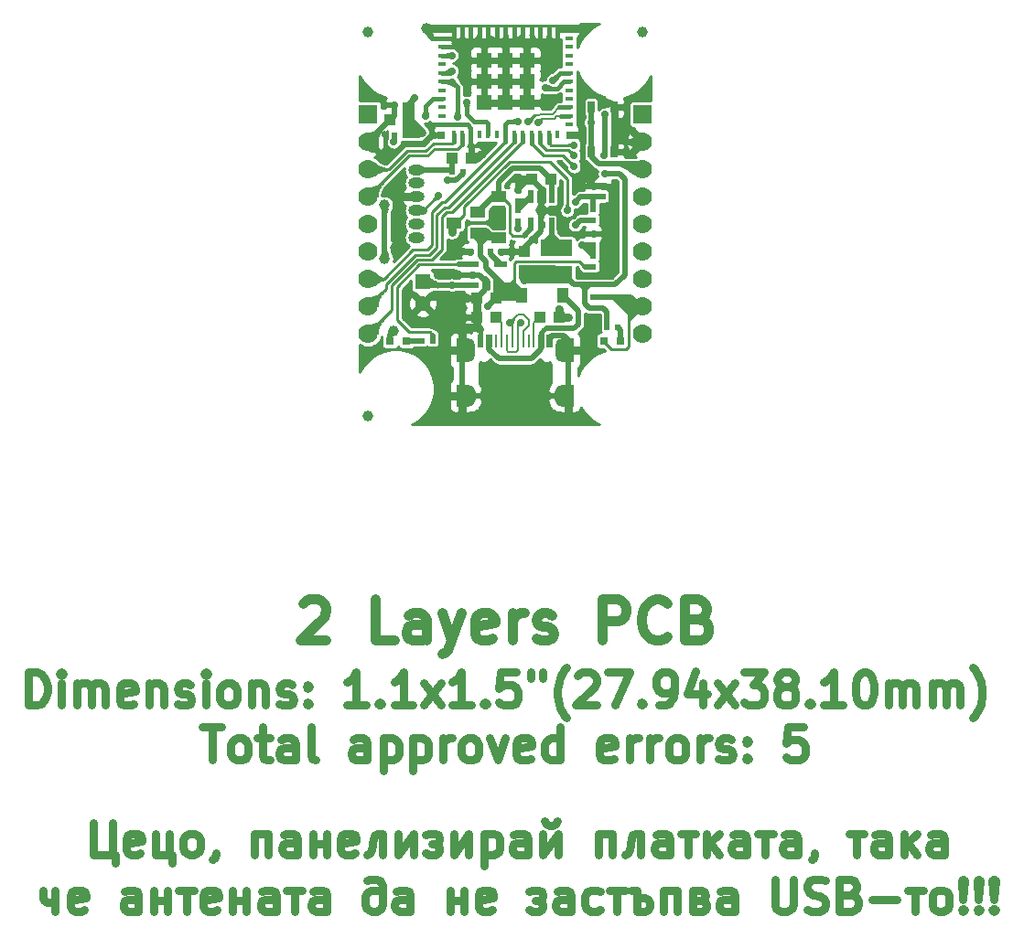
<source format=gbr>
G04 #@! TF.GenerationSoftware,KiCad,Pcbnew,5.1.6-c6e7f7d~87~ubuntu18.04.1*
G04 #@! TF.CreationDate,2022-06-29T16:43:55+03:00*
G04 #@! TF.ProjectId,ESP32-C3-DevKit-Lipo_Rev_A,45535033-322d-4433-932d-4465764b6974,A*
G04 #@! TF.SameCoordinates,Original*
G04 #@! TF.FileFunction,Copper,L1,Top*
G04 #@! TF.FilePolarity,Positive*
%FSLAX46Y46*%
G04 Gerber Fmt 4.6, Leading zero omitted, Abs format (unit mm)*
G04 Created by KiCad (PCBNEW 5.1.6-c6e7f7d~87~ubuntu18.04.1) date 2022-06-29 16:43:55*
%MOMM*%
%LPD*%
G01*
G04 APERTURE LIST*
G04 #@! TA.AperFunction,NonConductor*
%ADD10C,0.762000*%
G04 #@! TD*
G04 #@! TA.AperFunction,NonConductor*
%ADD11C,0.750000*%
G04 #@! TD*
G04 #@! TA.AperFunction,NonConductor*
%ADD12C,0.952500*%
G04 #@! TD*
G04 #@! TA.AperFunction,SMDPad,CuDef*
%ADD13R,0.550000X0.500000*%
G04 #@! TD*
G04 #@! TA.AperFunction,SMDPad,CuDef*
%ADD14R,1.450000X1.450000*%
G04 #@! TD*
G04 #@! TA.AperFunction,SMDPad,CuDef*
%ADD15R,0.400000X0.800000*%
G04 #@! TD*
G04 #@! TA.AperFunction,SMDPad,CuDef*
%ADD16R,0.800000X0.400000*%
G04 #@! TD*
G04 #@! TA.AperFunction,SMDPad,CuDef*
%ADD17R,0.700000X0.700000*%
G04 #@! TD*
G04 #@! TA.AperFunction,ComponentPad*
%ADD18C,1.400000*%
G04 #@! TD*
G04 #@! TA.AperFunction,ComponentPad*
%ADD19R,1.400000X1.400000*%
G04 #@! TD*
G04 #@! TA.AperFunction,SMDPad,CuDef*
%ADD20R,0.800000X0.800000*%
G04 #@! TD*
G04 #@! TA.AperFunction,SMDPad,CuDef*
%ADD21R,1.016000X1.016000*%
G04 #@! TD*
G04 #@! TA.AperFunction,SMDPad,CuDef*
%ADD22R,1.400000X1.000000*%
G04 #@! TD*
G04 #@! TA.AperFunction,ConnectorPad*
%ADD23C,1.000000*%
G04 #@! TD*
G04 #@! TA.AperFunction,SMDPad,CuDef*
%ADD24R,3.000000X1.600000*%
G04 #@! TD*
G04 #@! TA.AperFunction,SMDPad,CuDef*
%ADD25R,1.200000X0.550000*%
G04 #@! TD*
G04 #@! TA.AperFunction,SMDPad,CuDef*
%ADD26R,1.000000X1.400000*%
G04 #@! TD*
G04 #@! TA.AperFunction,SMDPad,CuDef*
%ADD27R,0.500000X0.550000*%
G04 #@! TD*
G04 #@! TA.AperFunction,ComponentPad*
%ADD28O,1.500000X1.000000*%
G04 #@! TD*
G04 #@! TA.AperFunction,ComponentPad*
%ADD29C,1.778000*%
G04 #@! TD*
G04 #@! TA.AperFunction,ComponentPad*
%ADD30R,1.778000X1.778000*%
G04 #@! TD*
G04 #@! TA.AperFunction,SMDPad,CuDef*
%ADD31R,0.650000X1.050000*%
G04 #@! TD*
G04 #@! TA.AperFunction,SMDPad,CuDef*
%ADD32R,0.550000X1.200000*%
G04 #@! TD*
G04 #@! TA.AperFunction,SMDPad,CuDef*
%ADD33R,0.300000X1.150000*%
G04 #@! TD*
G04 #@! TA.AperFunction,ComponentPad*
%ADD34O,1.200000X2.200000*%
G04 #@! TD*
G04 #@! TA.AperFunction,ComponentPad*
%ADD35O,1.300000X2.000000*%
G04 #@! TD*
G04 #@! TA.AperFunction,SMDPad,CuDef*
%ADD36R,0.250000X1.150000*%
G04 #@! TD*
G04 #@! TA.AperFunction,ConnectorPad*
%ADD37R,1.100000X2.200000*%
G04 #@! TD*
G04 #@! TA.AperFunction,ConnectorPad*
%ADD38R,1.100000X2.000000*%
G04 #@! TD*
G04 #@! TA.AperFunction,ViaPad*
%ADD39C,1.000000*%
G04 #@! TD*
G04 #@! TA.AperFunction,ViaPad*
%ADD40C,0.700000*%
G04 #@! TD*
G04 #@! TA.AperFunction,Conductor*
%ADD41C,0.508000*%
G04 #@! TD*
G04 #@! TA.AperFunction,Conductor*
%ADD42C,0.254000*%
G04 #@! TD*
G04 #@! TA.AperFunction,Conductor*
%ADD43C,0.762000*%
G04 #@! TD*
G04 #@! TA.AperFunction,Conductor*
%ADD44C,0.203200*%
G04 #@! TD*
G04 #@! TA.AperFunction,Conductor*
%ADD45C,0.406400*%
G04 #@! TD*
G04 #@! TA.AperFunction,Conductor*
%ADD46C,1.016000*%
G04 #@! TD*
G04 #@! TA.AperFunction,Conductor*
%ADD47C,0.025400*%
G04 #@! TD*
G04 APERTURE END LIST*
D10*
X115497428Y-143110857D02*
X117239142Y-143110857D01*
X116368285Y-146158857D02*
X116368285Y-143110857D01*
X118690571Y-146158857D02*
X118400285Y-146013714D01*
X118255142Y-145868571D01*
X118110000Y-145578285D01*
X118110000Y-144707428D01*
X118255142Y-144417142D01*
X118400285Y-144272000D01*
X118690571Y-144126857D01*
X119126000Y-144126857D01*
X119416285Y-144272000D01*
X119561428Y-144417142D01*
X119706571Y-144707428D01*
X119706571Y-145578285D01*
X119561428Y-145868571D01*
X119416285Y-146013714D01*
X119126000Y-146158857D01*
X118690571Y-146158857D01*
X120577428Y-144126857D02*
X121738571Y-144126857D01*
X121012857Y-143110857D02*
X121012857Y-145723428D01*
X121158000Y-146013714D01*
X121448285Y-146158857D01*
X121738571Y-146158857D01*
X124060857Y-146158857D02*
X124060857Y-144562285D01*
X123915714Y-144272000D01*
X123625428Y-144126857D01*
X123044857Y-144126857D01*
X122754571Y-144272000D01*
X124060857Y-146013714D02*
X123770571Y-146158857D01*
X123044857Y-146158857D01*
X122754571Y-146013714D01*
X122609428Y-145723428D01*
X122609428Y-145433142D01*
X122754571Y-145142857D01*
X123044857Y-144997714D01*
X123770571Y-144997714D01*
X124060857Y-144852571D01*
X125947714Y-146158857D02*
X125657428Y-146013714D01*
X125512285Y-145723428D01*
X125512285Y-143110857D01*
X130737428Y-146158857D02*
X130737428Y-144562285D01*
X130592285Y-144272000D01*
X130302000Y-144126857D01*
X129721428Y-144126857D01*
X129431142Y-144272000D01*
X130737428Y-146013714D02*
X130447142Y-146158857D01*
X129721428Y-146158857D01*
X129431142Y-146013714D01*
X129286000Y-145723428D01*
X129286000Y-145433142D01*
X129431142Y-145142857D01*
X129721428Y-144997714D01*
X130447142Y-144997714D01*
X130737428Y-144852571D01*
X132188857Y-144126857D02*
X132188857Y-147174857D01*
X132188857Y-144272000D02*
X132479142Y-144126857D01*
X133059714Y-144126857D01*
X133350000Y-144272000D01*
X133495142Y-144417142D01*
X133640285Y-144707428D01*
X133640285Y-145578285D01*
X133495142Y-145868571D01*
X133350000Y-146013714D01*
X133059714Y-146158857D01*
X132479142Y-146158857D01*
X132188857Y-146013714D01*
X134946571Y-144126857D02*
X134946571Y-147174857D01*
X134946571Y-144272000D02*
X135236857Y-144126857D01*
X135817428Y-144126857D01*
X136107714Y-144272000D01*
X136252857Y-144417142D01*
X136398000Y-144707428D01*
X136398000Y-145578285D01*
X136252857Y-145868571D01*
X136107714Y-146013714D01*
X135817428Y-146158857D01*
X135236857Y-146158857D01*
X134946571Y-146013714D01*
X137704285Y-146158857D02*
X137704285Y-144126857D01*
X137704285Y-144707428D02*
X137849428Y-144417142D01*
X137994571Y-144272000D01*
X138284857Y-144126857D01*
X138575142Y-144126857D01*
X140026571Y-146158857D02*
X139736285Y-146013714D01*
X139591142Y-145868571D01*
X139446000Y-145578285D01*
X139446000Y-144707428D01*
X139591142Y-144417142D01*
X139736285Y-144272000D01*
X140026571Y-144126857D01*
X140462000Y-144126857D01*
X140752285Y-144272000D01*
X140897428Y-144417142D01*
X141042571Y-144707428D01*
X141042571Y-145578285D01*
X140897428Y-145868571D01*
X140752285Y-146013714D01*
X140462000Y-146158857D01*
X140026571Y-146158857D01*
X142058571Y-144126857D02*
X142784285Y-146158857D01*
X143510000Y-144126857D01*
X145832285Y-146013714D02*
X145542000Y-146158857D01*
X144961428Y-146158857D01*
X144671142Y-146013714D01*
X144526000Y-145723428D01*
X144526000Y-144562285D01*
X144671142Y-144272000D01*
X144961428Y-144126857D01*
X145542000Y-144126857D01*
X145832285Y-144272000D01*
X145977428Y-144562285D01*
X145977428Y-144852571D01*
X144526000Y-145142857D01*
X148590000Y-146158857D02*
X148590000Y-143110857D01*
X148590000Y-146013714D02*
X148299714Y-146158857D01*
X147719142Y-146158857D01*
X147428857Y-146013714D01*
X147283714Y-145868571D01*
X147138571Y-145578285D01*
X147138571Y-144707428D01*
X147283714Y-144417142D01*
X147428857Y-144272000D01*
X147719142Y-144126857D01*
X148299714Y-144126857D01*
X148590000Y-144272000D01*
X153524857Y-146013714D02*
X153234571Y-146158857D01*
X152654000Y-146158857D01*
X152363714Y-146013714D01*
X152218571Y-145723428D01*
X152218571Y-144562285D01*
X152363714Y-144272000D01*
X152654000Y-144126857D01*
X153234571Y-144126857D01*
X153524857Y-144272000D01*
X153670000Y-144562285D01*
X153670000Y-144852571D01*
X152218571Y-145142857D01*
X154976285Y-146158857D02*
X154976285Y-144126857D01*
X154976285Y-144707428D02*
X155121428Y-144417142D01*
X155266571Y-144272000D01*
X155556857Y-144126857D01*
X155847142Y-144126857D01*
X156863142Y-146158857D02*
X156863142Y-144126857D01*
X156863142Y-144707428D02*
X157008285Y-144417142D01*
X157153428Y-144272000D01*
X157443714Y-144126857D01*
X157733999Y-144126857D01*
X159185428Y-146158857D02*
X158895142Y-146013714D01*
X158749999Y-145868571D01*
X158604857Y-145578285D01*
X158604857Y-144707428D01*
X158749999Y-144417142D01*
X158895142Y-144272000D01*
X159185428Y-144126857D01*
X159620857Y-144126857D01*
X159911142Y-144272000D01*
X160056285Y-144417142D01*
X160201428Y-144707428D01*
X160201428Y-145578285D01*
X160056285Y-145868571D01*
X159911142Y-146013714D01*
X159620857Y-146158857D01*
X159185428Y-146158857D01*
X161507714Y-146158857D02*
X161507714Y-144126857D01*
X161507714Y-144707428D02*
X161652857Y-144417142D01*
X161797999Y-144272000D01*
X162088285Y-144126857D01*
X162378571Y-144126857D01*
X163249428Y-146013714D02*
X163539714Y-146158857D01*
X164120285Y-146158857D01*
X164410571Y-146013714D01*
X164555714Y-145723428D01*
X164555714Y-145578285D01*
X164410571Y-145288000D01*
X164120285Y-145142857D01*
X163684857Y-145142857D01*
X163394571Y-144997714D01*
X163249428Y-144707428D01*
X163249428Y-144562285D01*
X163394571Y-144272000D01*
X163684857Y-144126857D01*
X164120285Y-144126857D01*
X164410571Y-144272000D01*
X165861999Y-145868571D02*
X166007142Y-146013714D01*
X165861999Y-146158857D01*
X165716857Y-146013714D01*
X165861999Y-145868571D01*
X165861999Y-146158857D01*
X165861999Y-144272000D02*
X166007142Y-144417142D01*
X165861999Y-144562285D01*
X165716857Y-144417142D01*
X165861999Y-144272000D01*
X165861999Y-144562285D01*
X171087142Y-143110857D02*
X169635714Y-143110857D01*
X169490571Y-144562285D01*
X169635714Y-144417142D01*
X169926000Y-144272000D01*
X170651714Y-144272000D01*
X170942000Y-144417142D01*
X171087142Y-144562285D01*
X171232285Y-144852571D01*
X171232285Y-145578285D01*
X171087142Y-145868571D01*
X170942000Y-146013714D01*
X170651714Y-146158857D01*
X169926000Y-146158857D01*
X169635714Y-146013714D01*
X169490571Y-145868571D01*
D11*
X107137155Y-151942144D02*
X107137155Y-154942143D01*
X105422870Y-151942144D02*
X105422870Y-154942143D01*
X107422869Y-154942143D01*
X107422869Y-155656428D01*
X109708583Y-154799286D02*
X109422868Y-154942143D01*
X108851440Y-154942143D01*
X108565726Y-154799286D01*
X108422869Y-154513572D01*
X108422869Y-153370715D01*
X108565726Y-153085001D01*
X108851440Y-152942144D01*
X109422868Y-152942144D01*
X109708583Y-153085001D01*
X109851440Y-153370715D01*
X109851440Y-153656429D01*
X108422869Y-153942143D01*
X112422867Y-152942144D02*
X112422867Y-154942143D01*
X111137154Y-152942144D02*
X111137154Y-154942143D01*
X112708582Y-154942143D01*
X112708582Y-155656428D01*
X114280010Y-154942143D02*
X113994295Y-154799286D01*
X113851438Y-154656429D01*
X113708581Y-154370715D01*
X113708581Y-153513572D01*
X113851438Y-153227858D01*
X113994295Y-153085001D01*
X114280010Y-152942144D01*
X114708581Y-152942144D01*
X114994295Y-153085001D01*
X115137152Y-153227858D01*
X115280009Y-153513572D01*
X115280009Y-154370715D01*
X115137152Y-154656429D01*
X114994295Y-154799286D01*
X114708581Y-154942143D01*
X114280010Y-154942143D01*
X116708580Y-154799286D02*
X116708580Y-154942143D01*
X116565723Y-155227857D01*
X116422866Y-155370714D01*
X120280008Y-154942143D02*
X120280008Y-152942144D01*
X121565722Y-152942144D01*
X121565722Y-154942143D01*
X124280006Y-154942143D02*
X124280006Y-153370715D01*
X124137149Y-153085001D01*
X123851435Y-152942144D01*
X123280007Y-152942144D01*
X122994292Y-153085001D01*
X124280006Y-154799286D02*
X123994292Y-154942143D01*
X123280007Y-154942143D01*
X122994292Y-154799286D01*
X122851435Y-154513572D01*
X122851435Y-154227857D01*
X122994292Y-153942143D01*
X123280007Y-153799286D01*
X123994292Y-153799286D01*
X124280006Y-153656429D01*
X125708577Y-153942143D02*
X126994291Y-153942143D01*
X125708577Y-152942144D02*
X125708577Y-154942143D01*
X126994291Y-152942144D02*
X126994291Y-154942143D01*
X129565719Y-154799286D02*
X129280005Y-154942143D01*
X128708576Y-154942143D01*
X128422862Y-154799286D01*
X128280005Y-154513572D01*
X128280005Y-153370715D01*
X128422862Y-153085001D01*
X128708576Y-152942144D01*
X129280005Y-152942144D01*
X129565719Y-153085001D01*
X129708576Y-153370715D01*
X129708576Y-153656429D01*
X128280005Y-153942143D01*
X132137147Y-154942143D02*
X132137147Y-152942144D01*
X131708575Y-152942144D01*
X131422861Y-153085001D01*
X131280004Y-153370715D01*
X131137147Y-154513572D01*
X130994290Y-154799286D01*
X130708576Y-154942143D01*
X133565718Y-152942144D02*
X133565718Y-154942143D01*
X134994288Y-152942144D01*
X134994288Y-154942143D01*
X136708574Y-153942143D02*
X136994288Y-153942143D01*
X136137145Y-153085001D02*
X136422859Y-152942144D01*
X136994288Y-152942144D01*
X137280002Y-153085001D01*
X137422859Y-153370715D01*
X137422859Y-153513572D01*
X137280002Y-153799286D01*
X136994288Y-153942143D01*
X137280002Y-154085000D01*
X137422859Y-154370715D01*
X137422859Y-154513572D01*
X137280002Y-154799286D01*
X136994288Y-154942143D01*
X136422859Y-154942143D01*
X136137145Y-154799286D01*
X138708573Y-152942144D02*
X138708573Y-154942143D01*
X140137144Y-152942144D01*
X140137144Y-154942143D01*
X141565715Y-152942144D02*
X141565715Y-155942143D01*
X141565715Y-153085001D02*
X141851429Y-152942144D01*
X142422857Y-152942144D01*
X142708572Y-153085001D01*
X142851429Y-153227858D01*
X142994286Y-153513572D01*
X142994286Y-154370715D01*
X142851429Y-154656429D01*
X142708572Y-154799286D01*
X142422857Y-154942143D01*
X141851429Y-154942143D01*
X141565715Y-154799286D01*
X145565714Y-154942143D02*
X145565714Y-153370715D01*
X145422856Y-153085001D01*
X145137142Y-152942144D01*
X144565714Y-152942144D01*
X144280000Y-153085001D01*
X145565714Y-154799286D02*
X145279999Y-154942143D01*
X144565714Y-154942143D01*
X144280000Y-154799286D01*
X144137143Y-154513572D01*
X144137143Y-154227857D01*
X144280000Y-153942143D01*
X144565714Y-153799286D01*
X145279999Y-153799286D01*
X145565714Y-153656429D01*
X146994284Y-152942144D02*
X146994284Y-154942143D01*
X148422855Y-152942144D01*
X148422855Y-154942143D01*
X147137142Y-151799287D02*
X147279999Y-152085001D01*
X147565713Y-152227858D01*
X147851427Y-152227858D01*
X148137141Y-152085001D01*
X148279998Y-151799287D01*
X152137140Y-154942143D02*
X152137140Y-152942144D01*
X153422854Y-152942144D01*
X153422854Y-154942143D01*
X155994281Y-154942143D02*
X155994281Y-152942144D01*
X155565710Y-152942144D01*
X155279996Y-153085001D01*
X155137139Y-153370715D01*
X154994282Y-154513572D01*
X154851425Y-154799286D01*
X154565711Y-154942143D01*
X158708566Y-154942143D02*
X158708566Y-153370715D01*
X158565709Y-153085001D01*
X158279995Y-152942144D01*
X157708567Y-152942144D01*
X157422852Y-153085001D01*
X158708566Y-154799286D02*
X158422852Y-154942143D01*
X157708567Y-154942143D01*
X157422852Y-154799286D01*
X157279995Y-154513572D01*
X157279995Y-154227857D01*
X157422852Y-153942143D01*
X157708567Y-153799286D01*
X158422852Y-153799286D01*
X158708566Y-153656429D01*
X159708566Y-152942144D02*
X161137137Y-152942144D01*
X160422851Y-152942144D02*
X160422851Y-154942143D01*
X162137137Y-152942144D02*
X162137137Y-154942143D01*
X162422851Y-153799286D02*
X163279993Y-154942143D01*
X163279993Y-152942144D02*
X162137137Y-154085000D01*
X165851421Y-154942143D02*
X165851421Y-153370715D01*
X165708564Y-153085001D01*
X165422850Y-152942144D01*
X164851421Y-152942144D01*
X164565707Y-153085001D01*
X165851421Y-154799286D02*
X165565707Y-154942143D01*
X164851421Y-154942143D01*
X164565707Y-154799286D01*
X164422850Y-154513572D01*
X164422850Y-154227857D01*
X164565707Y-153942143D01*
X164851421Y-153799286D01*
X165565707Y-153799286D01*
X165851421Y-153656429D01*
X166851421Y-152942144D02*
X168279992Y-152942144D01*
X167565706Y-152942144D02*
X167565706Y-154942143D01*
X170565705Y-154942143D02*
X170565705Y-153370715D01*
X170422848Y-153085001D01*
X170137134Y-152942144D01*
X169565706Y-152942144D01*
X169279991Y-153085001D01*
X170565705Y-154799286D02*
X170279991Y-154942143D01*
X169565706Y-154942143D01*
X169279991Y-154799286D01*
X169137134Y-154513572D01*
X169137134Y-154227857D01*
X169279991Y-153942143D01*
X169565706Y-153799286D01*
X170279991Y-153799286D01*
X170565705Y-153656429D01*
X172137133Y-154799286D02*
X172137133Y-154942143D01*
X171994276Y-155227857D01*
X171851419Y-155370714D01*
X175279989Y-152942144D02*
X176708560Y-152942144D01*
X175994275Y-152942144D02*
X175994275Y-154942143D01*
X178994274Y-154942143D02*
X178994274Y-153370715D01*
X178851417Y-153085001D01*
X178565703Y-152942144D01*
X177994274Y-152942144D01*
X177708560Y-153085001D01*
X178994274Y-154799286D02*
X178708560Y-154942143D01*
X177994274Y-154942143D01*
X177708560Y-154799286D01*
X177565703Y-154513572D01*
X177565703Y-154227857D01*
X177708560Y-153942143D01*
X177994274Y-153799286D01*
X178708560Y-153799286D01*
X178994274Y-153656429D01*
X180422845Y-152942144D02*
X180422845Y-154942143D01*
X180708559Y-153799286D02*
X181565702Y-154942143D01*
X181565702Y-152942144D02*
X180422845Y-154085000D01*
X184137129Y-154942143D02*
X184137129Y-153370715D01*
X183994272Y-153085001D01*
X183708558Y-152942144D01*
X183137130Y-152942144D01*
X182851415Y-153085001D01*
X184137129Y-154799286D02*
X183851415Y-154942143D01*
X183137130Y-154942143D01*
X182851415Y-154799286D01*
X182708558Y-154513572D01*
X182708558Y-154227857D01*
X182851415Y-153942143D01*
X183137130Y-153799286D01*
X183851415Y-153799286D01*
X184137129Y-153656429D01*
X101851442Y-158192143D02*
X101851442Y-160192142D01*
X100708586Y-158192143D02*
X100708586Y-158906428D01*
X100851443Y-159192142D01*
X101137157Y-159334999D01*
X101851442Y-159334999D01*
X104565727Y-160049285D02*
X104280013Y-160192142D01*
X103708585Y-160192142D01*
X103422870Y-160049285D01*
X103280013Y-159763571D01*
X103280013Y-158620714D01*
X103422870Y-158335000D01*
X103708585Y-158192143D01*
X104280013Y-158192143D01*
X104565727Y-158335000D01*
X104708584Y-158620714D01*
X104708584Y-158906428D01*
X103280013Y-159192142D01*
X109565726Y-160192142D02*
X109565726Y-158620714D01*
X109422868Y-158335000D01*
X109137154Y-158192143D01*
X108565726Y-158192143D01*
X108280012Y-158335000D01*
X109565726Y-160049285D02*
X109280011Y-160192142D01*
X108565726Y-160192142D01*
X108280012Y-160049285D01*
X108137155Y-159763571D01*
X108137155Y-159477856D01*
X108280012Y-159192142D01*
X108565726Y-159049285D01*
X109280011Y-159049285D01*
X109565726Y-158906428D01*
X110994296Y-159192142D02*
X112280010Y-159192142D01*
X110994296Y-158192143D02*
X110994296Y-160192142D01*
X112280010Y-158192143D02*
X112280010Y-160192142D01*
X113280010Y-158192143D02*
X114708581Y-158192143D01*
X113994295Y-158192143D02*
X113994295Y-160192142D01*
X116851437Y-160049285D02*
X116565723Y-160192142D01*
X115994295Y-160192142D01*
X115708581Y-160049285D01*
X115565724Y-159763571D01*
X115565724Y-158620714D01*
X115708581Y-158335000D01*
X115994295Y-158192143D01*
X116565723Y-158192143D01*
X116851437Y-158335000D01*
X116994294Y-158620714D01*
X116994294Y-158906428D01*
X115565724Y-159192142D01*
X118280008Y-159192142D02*
X119565722Y-159192142D01*
X118280008Y-158192143D02*
X118280008Y-160192142D01*
X119565722Y-158192143D02*
X119565722Y-160192142D01*
X122280007Y-160192142D02*
X122280007Y-158620714D01*
X122137150Y-158335000D01*
X121851436Y-158192143D01*
X121280007Y-158192143D01*
X120994293Y-158335000D01*
X122280007Y-160049285D02*
X121994293Y-160192142D01*
X121280007Y-160192142D01*
X120994293Y-160049285D01*
X120851436Y-159763571D01*
X120851436Y-159477856D01*
X120994293Y-159192142D01*
X121280007Y-159049285D01*
X121994293Y-159049285D01*
X122280007Y-158906428D01*
X123280007Y-158192143D02*
X124708578Y-158192143D01*
X123994292Y-158192143D02*
X123994292Y-160192142D01*
X126994291Y-160192142D02*
X126994291Y-158620714D01*
X126851434Y-158335000D01*
X126565720Y-158192143D01*
X125994291Y-158192143D01*
X125708577Y-158335000D01*
X126994291Y-160049285D02*
X126708577Y-160192142D01*
X125994291Y-160192142D01*
X125708577Y-160049285D01*
X125565720Y-159763571D01*
X125565720Y-159477856D01*
X125708577Y-159192142D01*
X125994291Y-159049285D01*
X126708577Y-159049285D01*
X126994291Y-158906428D01*
X132137147Y-158477857D02*
X131994289Y-158335000D01*
X131708575Y-158192143D01*
X131137147Y-158192143D01*
X130851433Y-158335000D01*
X130708576Y-158477857D01*
X130565719Y-158763571D01*
X130565719Y-159620714D01*
X130708576Y-159906428D01*
X130851433Y-160049285D01*
X131137147Y-160192142D01*
X131565718Y-160192142D01*
X131851432Y-160049285D01*
X131994289Y-159906428D01*
X132137147Y-159620714D01*
X132137147Y-157763571D01*
X131994289Y-157477857D01*
X131851432Y-157335000D01*
X131565718Y-157192143D01*
X130994290Y-157192143D01*
X130708576Y-157335000D01*
X134708574Y-160192142D02*
X134708574Y-158620714D01*
X134565717Y-158335000D01*
X134280003Y-158192143D01*
X133708575Y-158192143D01*
X133422860Y-158335000D01*
X134708574Y-160049285D02*
X134422860Y-160192142D01*
X133708575Y-160192142D01*
X133422860Y-160049285D01*
X133280003Y-159763571D01*
X133280003Y-159477856D01*
X133422860Y-159192142D01*
X133708575Y-159049285D01*
X134422860Y-159049285D01*
X134708574Y-158906428D01*
X138422859Y-159192142D02*
X139708573Y-159192142D01*
X138422859Y-158192143D02*
X138422859Y-160192142D01*
X139708573Y-158192143D02*
X139708573Y-160192142D01*
X142280000Y-160049285D02*
X141994286Y-160192142D01*
X141422858Y-160192142D01*
X141137144Y-160049285D01*
X140994286Y-159763571D01*
X140994286Y-158620714D01*
X141137144Y-158335000D01*
X141422858Y-158192143D01*
X141994286Y-158192143D01*
X142280000Y-158335000D01*
X142422857Y-158620714D01*
X142422857Y-158906428D01*
X140994286Y-159192142D01*
X146279999Y-159192142D02*
X146565713Y-159192142D01*
X145708571Y-158335000D02*
X145994285Y-158192143D01*
X146565713Y-158192143D01*
X146851427Y-158335000D01*
X146994284Y-158620714D01*
X146994284Y-158763571D01*
X146851427Y-159049285D01*
X146565713Y-159192142D01*
X146851427Y-159334999D01*
X146994284Y-159620714D01*
X146994284Y-159763571D01*
X146851427Y-160049285D01*
X146565713Y-160192142D01*
X145994285Y-160192142D01*
X145708571Y-160049285D01*
X149565712Y-160192142D02*
X149565712Y-158620714D01*
X149422855Y-158335000D01*
X149137141Y-158192143D01*
X148565713Y-158192143D01*
X148279998Y-158335000D01*
X149565712Y-160049285D02*
X149279998Y-160192142D01*
X148565713Y-160192142D01*
X148279998Y-160049285D01*
X148137141Y-159763571D01*
X148137141Y-159477856D01*
X148279998Y-159192142D01*
X148565713Y-159049285D01*
X149279998Y-159049285D01*
X149565712Y-158906428D01*
X152279997Y-160049285D02*
X151994283Y-160192142D01*
X151422854Y-160192142D01*
X151137140Y-160049285D01*
X150994283Y-159906428D01*
X150851426Y-159620714D01*
X150851426Y-158763571D01*
X150994283Y-158477857D01*
X151137140Y-158335000D01*
X151422854Y-158192143D01*
X151994283Y-158192143D01*
X152279997Y-158335000D01*
X153137140Y-158192143D02*
X154565711Y-158192143D01*
X153851425Y-158192143D02*
X153851425Y-160192142D01*
X155137139Y-158192143D02*
X155708567Y-158192143D01*
X155708567Y-160192142D01*
X156422853Y-160192142D01*
X156708567Y-160049285D01*
X156851424Y-159763571D01*
X156851424Y-159334999D01*
X156708567Y-159049285D01*
X156422853Y-158906428D01*
X155708567Y-158906428D01*
X158137138Y-160192142D02*
X158137138Y-158192143D01*
X159422852Y-158192143D01*
X159422852Y-160192142D01*
X161565708Y-159192142D02*
X161994279Y-159334999D01*
X162137137Y-159620714D01*
X162137137Y-159763571D01*
X161994279Y-160049285D01*
X161708565Y-160192142D01*
X160851423Y-160192142D01*
X160851423Y-158192143D01*
X161565708Y-158192143D01*
X161851422Y-158335000D01*
X161994279Y-158620714D01*
X161994279Y-158763571D01*
X161851422Y-159049285D01*
X161565708Y-159192142D01*
X160851423Y-159192142D01*
X164708564Y-160192142D02*
X164708564Y-158620714D01*
X164565707Y-158335000D01*
X164279993Y-158192143D01*
X163708565Y-158192143D01*
X163422850Y-158335000D01*
X164708564Y-160049285D02*
X164422850Y-160192142D01*
X163708565Y-160192142D01*
X163422850Y-160049285D01*
X163279993Y-159763571D01*
X163279993Y-159477856D01*
X163422850Y-159192142D01*
X163708565Y-159049285D01*
X164422850Y-159049285D01*
X164708564Y-158906428D01*
X168422849Y-157192143D02*
X168422849Y-159620714D01*
X168565706Y-159906428D01*
X168708563Y-160049285D01*
X168994277Y-160192142D01*
X169565706Y-160192142D01*
X169851420Y-160049285D01*
X169994277Y-159906428D01*
X170137134Y-159620714D01*
X170137134Y-157192143D01*
X171422848Y-160049285D02*
X171851419Y-160192142D01*
X172565705Y-160192142D01*
X172851419Y-160049285D01*
X172994276Y-159906428D01*
X173137133Y-159620714D01*
X173137133Y-159334999D01*
X172994276Y-159049285D01*
X172851419Y-158906428D01*
X172565705Y-158763571D01*
X171994276Y-158620714D01*
X171708562Y-158477857D01*
X171565705Y-158335000D01*
X171422848Y-158049285D01*
X171422848Y-157763571D01*
X171565705Y-157477857D01*
X171708562Y-157335000D01*
X171994276Y-157192143D01*
X172708562Y-157192143D01*
X173137133Y-157335000D01*
X175422846Y-158620714D02*
X175851418Y-158763571D01*
X175994275Y-158906428D01*
X176137132Y-159192142D01*
X176137132Y-159620714D01*
X175994275Y-159906428D01*
X175851418Y-160049285D01*
X175565704Y-160192142D01*
X174422847Y-160192142D01*
X174422847Y-157192143D01*
X175422846Y-157192143D01*
X175708561Y-157335000D01*
X175851418Y-157477857D01*
X175994275Y-157763571D01*
X175994275Y-158049285D01*
X175851418Y-158335000D01*
X175708561Y-158477857D01*
X175422846Y-158620714D01*
X174422847Y-158620714D01*
X177422846Y-159049285D02*
X179708559Y-159049285D01*
X180708559Y-158192143D02*
X182137130Y-158192143D01*
X181422844Y-158192143D02*
X181422844Y-160192142D01*
X183565701Y-160192142D02*
X183279987Y-160049285D01*
X183137130Y-159906428D01*
X182994272Y-159620714D01*
X182994272Y-158763571D01*
X183137130Y-158477857D01*
X183279987Y-158335000D01*
X183565701Y-158192143D01*
X183994272Y-158192143D01*
X184279986Y-158335000D01*
X184422843Y-158477857D01*
X184565701Y-158763571D01*
X184565701Y-159620714D01*
X184422843Y-159906428D01*
X184279986Y-160049285D01*
X183994272Y-160192142D01*
X183565701Y-160192142D01*
X185851414Y-159906428D02*
X185994271Y-160049285D01*
X185851414Y-160192142D01*
X185708557Y-160049285D01*
X185851414Y-159906428D01*
X185851414Y-160192142D01*
X185851414Y-159049285D02*
X185708557Y-157335000D01*
X185851414Y-157192143D01*
X185994271Y-157335000D01*
X185851414Y-159049285D01*
X185851414Y-157192143D01*
X187279985Y-159906428D02*
X187422842Y-160049285D01*
X187279985Y-160192142D01*
X187137128Y-160049285D01*
X187279985Y-159906428D01*
X187279985Y-160192142D01*
X187279985Y-159049285D02*
X187137128Y-157335000D01*
X187279985Y-157192143D01*
X187422842Y-157335000D01*
X187279985Y-159049285D01*
X187279985Y-157192143D01*
X188708556Y-159906428D02*
X188851413Y-160049285D01*
X188708556Y-160192142D01*
X188565699Y-160049285D01*
X188708556Y-159906428D01*
X188708556Y-160192142D01*
X188708556Y-159049285D02*
X188565699Y-157335000D01*
X188708556Y-157192143D01*
X188851413Y-157335000D01*
X188708556Y-159049285D01*
X188708556Y-157192143D01*
D10*
X99386571Y-141078857D02*
X99386571Y-138030857D01*
X100112285Y-138030857D01*
X100547714Y-138176000D01*
X100837999Y-138466285D01*
X100983142Y-138756571D01*
X101128285Y-139337142D01*
X101128285Y-139772571D01*
X100983142Y-140353142D01*
X100837999Y-140643428D01*
X100547714Y-140933714D01*
X100112285Y-141078857D01*
X99386571Y-141078857D01*
X102434571Y-141078857D02*
X102434571Y-139046857D01*
X102434571Y-138030857D02*
X102289428Y-138176000D01*
X102434571Y-138321142D01*
X102579714Y-138176000D01*
X102434571Y-138030857D01*
X102434571Y-138321142D01*
X103885999Y-141078857D02*
X103885999Y-139046857D01*
X103885999Y-139337142D02*
X104031142Y-139192000D01*
X104321428Y-139046857D01*
X104756857Y-139046857D01*
X105047142Y-139192000D01*
X105192285Y-139482285D01*
X105192285Y-141078857D01*
X105192285Y-139482285D02*
X105337428Y-139192000D01*
X105627714Y-139046857D01*
X106063142Y-139046857D01*
X106353428Y-139192000D01*
X106498571Y-139482285D01*
X106498571Y-141078857D01*
X109111142Y-140933714D02*
X108820857Y-141078857D01*
X108240285Y-141078857D01*
X107949999Y-140933714D01*
X107804857Y-140643428D01*
X107804857Y-139482285D01*
X107949999Y-139192000D01*
X108240285Y-139046857D01*
X108820857Y-139046857D01*
X109111142Y-139192000D01*
X109256285Y-139482285D01*
X109256285Y-139772571D01*
X107804857Y-140062857D01*
X110562571Y-139046857D02*
X110562571Y-141078857D01*
X110562571Y-139337142D02*
X110707714Y-139192000D01*
X110997999Y-139046857D01*
X111433428Y-139046857D01*
X111723714Y-139192000D01*
X111868857Y-139482285D01*
X111868857Y-141078857D01*
X113175142Y-140933714D02*
X113465428Y-141078857D01*
X114045999Y-141078857D01*
X114336285Y-140933714D01*
X114481428Y-140643428D01*
X114481428Y-140498285D01*
X114336285Y-140208000D01*
X114045999Y-140062857D01*
X113610571Y-140062857D01*
X113320285Y-139917714D01*
X113175142Y-139627428D01*
X113175142Y-139482285D01*
X113320285Y-139192000D01*
X113610571Y-139046857D01*
X114045999Y-139046857D01*
X114336285Y-139192000D01*
X115787714Y-141078857D02*
X115787714Y-139046857D01*
X115787714Y-138030857D02*
X115642571Y-138176000D01*
X115787714Y-138321142D01*
X115932857Y-138176000D01*
X115787714Y-138030857D01*
X115787714Y-138321142D01*
X117674571Y-141078857D02*
X117384285Y-140933714D01*
X117239142Y-140788571D01*
X117094000Y-140498285D01*
X117094000Y-139627428D01*
X117239142Y-139337142D01*
X117384285Y-139192000D01*
X117674571Y-139046857D01*
X118110000Y-139046857D01*
X118400285Y-139192000D01*
X118545428Y-139337142D01*
X118690571Y-139627428D01*
X118690571Y-140498285D01*
X118545428Y-140788571D01*
X118400285Y-140933714D01*
X118110000Y-141078857D01*
X117674571Y-141078857D01*
X119996857Y-139046857D02*
X119996857Y-141078857D01*
X119996857Y-139337142D02*
X120142000Y-139192000D01*
X120432285Y-139046857D01*
X120867714Y-139046857D01*
X121158000Y-139192000D01*
X121303142Y-139482285D01*
X121303142Y-141078857D01*
X122609428Y-140933714D02*
X122899714Y-141078857D01*
X123480285Y-141078857D01*
X123770571Y-140933714D01*
X123915714Y-140643428D01*
X123915714Y-140498285D01*
X123770571Y-140208000D01*
X123480285Y-140062857D01*
X123044857Y-140062857D01*
X122754571Y-139917714D01*
X122609428Y-139627428D01*
X122609428Y-139482285D01*
X122754571Y-139192000D01*
X123044857Y-139046857D01*
X123480285Y-139046857D01*
X123770571Y-139192000D01*
X125222000Y-140788571D02*
X125367142Y-140933714D01*
X125222000Y-141078857D01*
X125076857Y-140933714D01*
X125222000Y-140788571D01*
X125222000Y-141078857D01*
X125222000Y-139192000D02*
X125367142Y-139337142D01*
X125222000Y-139482285D01*
X125076857Y-139337142D01*
X125222000Y-139192000D01*
X125222000Y-139482285D01*
X130592285Y-141078857D02*
X128850571Y-141078857D01*
X129721428Y-141078857D02*
X129721428Y-138030857D01*
X129431142Y-138466285D01*
X129140857Y-138756571D01*
X128850571Y-138901714D01*
X131898571Y-140788571D02*
X132043714Y-140933714D01*
X131898571Y-141078857D01*
X131753428Y-140933714D01*
X131898571Y-140788571D01*
X131898571Y-141078857D01*
X134946571Y-141078857D02*
X133204857Y-141078857D01*
X134075714Y-141078857D02*
X134075714Y-138030857D01*
X133785428Y-138466285D01*
X133495142Y-138756571D01*
X133204857Y-138901714D01*
X135962571Y-141078857D02*
X137559142Y-139046857D01*
X135962571Y-139046857D02*
X137559142Y-141078857D01*
X140316857Y-141078857D02*
X138575142Y-141078857D01*
X139446000Y-141078857D02*
X139446000Y-138030857D01*
X139155714Y-138466285D01*
X138865428Y-138756571D01*
X138575142Y-138901714D01*
X141623142Y-140788571D02*
X141768285Y-140933714D01*
X141623142Y-141078857D01*
X141478000Y-140933714D01*
X141623142Y-140788571D01*
X141623142Y-141078857D01*
X144526000Y-138030857D02*
X143074571Y-138030857D01*
X142929428Y-139482285D01*
X143074571Y-139337142D01*
X143364857Y-139192000D01*
X144090571Y-139192000D01*
X144380857Y-139337142D01*
X144526000Y-139482285D01*
X144671142Y-139772571D01*
X144671142Y-140498285D01*
X144526000Y-140788571D01*
X144380857Y-140933714D01*
X144090571Y-141078857D01*
X143364857Y-141078857D01*
X143074571Y-140933714D01*
X142929428Y-140788571D01*
X145832285Y-138030857D02*
X145832285Y-138611428D01*
X146993428Y-138030857D02*
X146993428Y-138611428D01*
X149170571Y-142240000D02*
X149025428Y-142094857D01*
X148735142Y-141659428D01*
X148590000Y-141369142D01*
X148444857Y-140933714D01*
X148299714Y-140208000D01*
X148299714Y-139627428D01*
X148444857Y-138901714D01*
X148590000Y-138466285D01*
X148735142Y-138176000D01*
X149025428Y-137740571D01*
X149170571Y-137595428D01*
X150186571Y-138321142D02*
X150331714Y-138176000D01*
X150622000Y-138030857D01*
X151347714Y-138030857D01*
X151638000Y-138176000D01*
X151783142Y-138321142D01*
X151928285Y-138611428D01*
X151928285Y-138901714D01*
X151783142Y-139337142D01*
X150041428Y-141078857D01*
X151928285Y-141078857D01*
X152944285Y-138030857D02*
X154976285Y-138030857D01*
X153670000Y-141078857D01*
X156137428Y-140788571D02*
X156282571Y-140933714D01*
X156137428Y-141078857D01*
X155992285Y-140933714D01*
X156137428Y-140788571D01*
X156137428Y-141078857D01*
X157734000Y-141078857D02*
X158314571Y-141078857D01*
X158604857Y-140933714D01*
X158750000Y-140788571D01*
X159040285Y-140353142D01*
X159185428Y-139772571D01*
X159185428Y-138611428D01*
X159040285Y-138321142D01*
X158895142Y-138176000D01*
X158604857Y-138030857D01*
X158024285Y-138030857D01*
X157734000Y-138176000D01*
X157588857Y-138321142D01*
X157443714Y-138611428D01*
X157443714Y-139337142D01*
X157588857Y-139627428D01*
X157734000Y-139772571D01*
X158024285Y-139917714D01*
X158604857Y-139917714D01*
X158895142Y-139772571D01*
X159040285Y-139627428D01*
X159185428Y-139337142D01*
X161798000Y-139046857D02*
X161798000Y-141078857D01*
X161072285Y-137885714D02*
X160346571Y-140062857D01*
X162233428Y-140062857D01*
X163104285Y-141078857D02*
X164700857Y-139046857D01*
X163104285Y-139046857D02*
X164700857Y-141078857D01*
X165571714Y-138030857D02*
X167458571Y-138030857D01*
X166442571Y-139192000D01*
X166878000Y-139192000D01*
X167168285Y-139337142D01*
X167313428Y-139482285D01*
X167458571Y-139772571D01*
X167458571Y-140498285D01*
X167313428Y-140788571D01*
X167168285Y-140933714D01*
X166878000Y-141078857D01*
X166007142Y-141078857D01*
X165716857Y-140933714D01*
X165571714Y-140788571D01*
X169200285Y-139337142D02*
X168910000Y-139192000D01*
X168764857Y-139046857D01*
X168619714Y-138756571D01*
X168619714Y-138611428D01*
X168764857Y-138321142D01*
X168910000Y-138176000D01*
X169200285Y-138030857D01*
X169780857Y-138030857D01*
X170071142Y-138176000D01*
X170216285Y-138321142D01*
X170361428Y-138611428D01*
X170361428Y-138756571D01*
X170216285Y-139046857D01*
X170071142Y-139192000D01*
X169780857Y-139337142D01*
X169200285Y-139337142D01*
X168910000Y-139482285D01*
X168764857Y-139627428D01*
X168619714Y-139917714D01*
X168619714Y-140498285D01*
X168764857Y-140788571D01*
X168910000Y-140933714D01*
X169200285Y-141078857D01*
X169780857Y-141078857D01*
X170071142Y-140933714D01*
X170216285Y-140788571D01*
X170361428Y-140498285D01*
X170361428Y-139917714D01*
X170216285Y-139627428D01*
X170071142Y-139482285D01*
X169780857Y-139337142D01*
X171667714Y-140788571D02*
X171812857Y-140933714D01*
X171667714Y-141078857D01*
X171522571Y-140933714D01*
X171667714Y-140788571D01*
X171667714Y-141078857D01*
X174715714Y-141078857D02*
X172974000Y-141078857D01*
X173844857Y-141078857D02*
X173844857Y-138030857D01*
X173554571Y-138466285D01*
X173264285Y-138756571D01*
X172974000Y-138901714D01*
X176602571Y-138030857D02*
X176892857Y-138030857D01*
X177183142Y-138176000D01*
X177328285Y-138321142D01*
X177473428Y-138611428D01*
X177618571Y-139192000D01*
X177618571Y-139917714D01*
X177473428Y-140498285D01*
X177328285Y-140788571D01*
X177183142Y-140933714D01*
X176892857Y-141078857D01*
X176602571Y-141078857D01*
X176312285Y-140933714D01*
X176167142Y-140788571D01*
X176022000Y-140498285D01*
X175876857Y-139917714D01*
X175876857Y-139192000D01*
X176022000Y-138611428D01*
X176167142Y-138321142D01*
X176312285Y-138176000D01*
X176602571Y-138030857D01*
X178924857Y-141078857D02*
X178924857Y-139046857D01*
X178924857Y-139337142D02*
X179070000Y-139192000D01*
X179360285Y-139046857D01*
X179795714Y-139046857D01*
X180086000Y-139192000D01*
X180231142Y-139482285D01*
X180231142Y-141078857D01*
X180231142Y-139482285D02*
X180376285Y-139192000D01*
X180666571Y-139046857D01*
X181102000Y-139046857D01*
X181392285Y-139192000D01*
X181537428Y-139482285D01*
X181537428Y-141078857D01*
X182988857Y-141078857D02*
X182988857Y-139046857D01*
X182988857Y-139337142D02*
X183134000Y-139192000D01*
X183424285Y-139046857D01*
X183859714Y-139046857D01*
X184150000Y-139192000D01*
X184295142Y-139482285D01*
X184295142Y-141078857D01*
X184295142Y-139482285D02*
X184440285Y-139192000D01*
X184730571Y-139046857D01*
X185166000Y-139046857D01*
X185456285Y-139192000D01*
X185601428Y-139482285D01*
X185601428Y-141078857D01*
X186762571Y-142240000D02*
X186907714Y-142094857D01*
X187198000Y-141659428D01*
X187343142Y-141369142D01*
X187488285Y-140933714D01*
X187633428Y-140208000D01*
X187633428Y-139627428D01*
X187488285Y-138901714D01*
X187343142Y-138466285D01*
X187198000Y-138176000D01*
X186907714Y-137740571D01*
X186762571Y-137595428D01*
D12*
X124732142Y-131626428D02*
X124913571Y-131445000D01*
X125276428Y-131263571D01*
X126183571Y-131263571D01*
X126546428Y-131445000D01*
X126727857Y-131626428D01*
X126909285Y-131989285D01*
X126909285Y-132352142D01*
X126727857Y-132896428D01*
X124550714Y-135073571D01*
X126909285Y-135073571D01*
X133259285Y-135073571D02*
X131445000Y-135073571D01*
X131445000Y-131263571D01*
X136162142Y-135073571D02*
X136162142Y-133077857D01*
X135980714Y-132715000D01*
X135617857Y-132533571D01*
X134892142Y-132533571D01*
X134529285Y-132715000D01*
X136162142Y-134892142D02*
X135799285Y-135073571D01*
X134892142Y-135073571D01*
X134529285Y-134892142D01*
X134347857Y-134529285D01*
X134347857Y-134166428D01*
X134529285Y-133803571D01*
X134892142Y-133622142D01*
X135799285Y-133622142D01*
X136162142Y-133440714D01*
X137613571Y-132533571D02*
X138520714Y-135073571D01*
X139427857Y-132533571D02*
X138520714Y-135073571D01*
X138157857Y-135980714D01*
X137976428Y-136162142D01*
X137613571Y-136343571D01*
X142330714Y-134892142D02*
X141967857Y-135073571D01*
X141242142Y-135073571D01*
X140879285Y-134892142D01*
X140697857Y-134529285D01*
X140697857Y-133077857D01*
X140879285Y-132715000D01*
X141242142Y-132533571D01*
X141967857Y-132533571D01*
X142330714Y-132715000D01*
X142512142Y-133077857D01*
X142512142Y-133440714D01*
X140697857Y-133803571D01*
X144145000Y-135073571D02*
X144145000Y-132533571D01*
X144145000Y-133259285D02*
X144326428Y-132896428D01*
X144507857Y-132715000D01*
X144870714Y-132533571D01*
X145233571Y-132533571D01*
X146322142Y-134892142D02*
X146685000Y-135073571D01*
X147410714Y-135073571D01*
X147773571Y-134892142D01*
X147955000Y-134529285D01*
X147955000Y-134347857D01*
X147773571Y-133985000D01*
X147410714Y-133803571D01*
X146866428Y-133803571D01*
X146503571Y-133622142D01*
X146322142Y-133259285D01*
X146322142Y-133077857D01*
X146503571Y-132715000D01*
X146866428Y-132533571D01*
X147410714Y-132533571D01*
X147773571Y-132715000D01*
X152490714Y-135073571D02*
X152490714Y-131263571D01*
X153942142Y-131263571D01*
X154305000Y-131445000D01*
X154486428Y-131626428D01*
X154667857Y-131989285D01*
X154667857Y-132533571D01*
X154486428Y-132896428D01*
X154305000Y-133077857D01*
X153942142Y-133259285D01*
X152490714Y-133259285D01*
X158477857Y-134710714D02*
X158296428Y-134892142D01*
X157752142Y-135073571D01*
X157389285Y-135073571D01*
X156845000Y-134892142D01*
X156482142Y-134529285D01*
X156300714Y-134166428D01*
X156119285Y-133440714D01*
X156119285Y-132896428D01*
X156300714Y-132170714D01*
X156482142Y-131807857D01*
X156845000Y-131445000D01*
X157389285Y-131263571D01*
X157752142Y-131263571D01*
X158296428Y-131445000D01*
X158477857Y-131626428D01*
X161380714Y-133077857D02*
X161925000Y-133259285D01*
X162106428Y-133440714D01*
X162287857Y-133803571D01*
X162287857Y-134347857D01*
X162106428Y-134710714D01*
X161925000Y-134892142D01*
X161562142Y-135073571D01*
X160110714Y-135073571D01*
X160110714Y-131263571D01*
X161380714Y-131263571D01*
X161743571Y-131445000D01*
X161925000Y-131626428D01*
X162106428Y-131989285D01*
X162106428Y-132352142D01*
X161925000Y-132715000D01*
X161743571Y-132896428D01*
X161380714Y-133077857D01*
X160110714Y-133077857D01*
D13*
X151638000Y-92964000D03*
X151638000Y-93980000D03*
D14*
X143510000Y-81337000D03*
X145485000Y-83312000D03*
X141535000Y-83312000D03*
X141535000Y-81337000D03*
X145485000Y-81337000D03*
X141535000Y-85287000D03*
X145485000Y-85287000D03*
X143510000Y-83312000D03*
X143510000Y-85287000D03*
D15*
X139510000Y-78412000D03*
X140310000Y-78412000D03*
X141110000Y-78412000D03*
X141910000Y-78412000D03*
X142710000Y-78412000D03*
X143510000Y-78412000D03*
X144310000Y-78412000D03*
X145110000Y-78412000D03*
X145910000Y-78412000D03*
X146710000Y-78412000D03*
X147510000Y-78412000D03*
D16*
X149410000Y-80112000D03*
X149410000Y-80912000D03*
X149410000Y-81712000D03*
X149410000Y-82512000D03*
X149410000Y-83312000D03*
X149410000Y-84112000D03*
X149410000Y-84912000D03*
X149410000Y-85712000D03*
X149410000Y-86512000D03*
D15*
X147510000Y-88212000D03*
X146710000Y-88212000D03*
X145910000Y-88212000D03*
X145110000Y-88212000D03*
X144310000Y-88212000D03*
X143510000Y-88212000D03*
X142710000Y-88212000D03*
X141910000Y-88212000D03*
X141110000Y-88212000D03*
X140310000Y-88212000D03*
X139510000Y-88212000D03*
D16*
X137610000Y-86512000D03*
X137610000Y-85712000D03*
X137610000Y-84912000D03*
X137610000Y-84112000D03*
X137610000Y-83312000D03*
X137610000Y-82512000D03*
X137610000Y-81712000D03*
X137610000Y-80912000D03*
X137610000Y-80112000D03*
X149410000Y-79312000D03*
X149410000Y-87312000D03*
X137610000Y-87312000D03*
X137610000Y-79312000D03*
D15*
X148310000Y-88212000D03*
X148310000Y-78412000D03*
D17*
X137560000Y-78362000D03*
X137560000Y-88262000D03*
X149460000Y-78362000D03*
X149460000Y-88262000D03*
D15*
X138710000Y-78412000D03*
X138710000Y-88212000D03*
D18*
X135872220Y-103870760D03*
D19*
X135869680Y-101841300D03*
D20*
X134366000Y-107314999D03*
X132842000Y-107314999D03*
D21*
X145288000Y-99060000D03*
X145288000Y-100838000D03*
D22*
X140934440Y-97342960D03*
X140934440Y-95440500D03*
X138724640Y-96395540D03*
D23*
X130810000Y-114300000D03*
X130810000Y-78740000D03*
X156210000Y-78740000D03*
D24*
X148209000Y-101149000D03*
X148209000Y-98749000D03*
D25*
X140432000Y-100269000D03*
X140432000Y-101219000D03*
X140432000Y-102169000D03*
X143032000Y-100269000D03*
X143032000Y-102169000D03*
D26*
X148839000Y-103124000D03*
X145039000Y-103124000D03*
D22*
X142875000Y-97785000D03*
X142875000Y-93985000D03*
D21*
X140843000Y-103378000D03*
X142621000Y-103378000D03*
X140335000Y-90424000D03*
X138557000Y-90424000D03*
D27*
X140208000Y-99060000D03*
X141224000Y-99060000D03*
X136779000Y-107315000D03*
X135763000Y-107315000D03*
X143129000Y-99060000D03*
X142113000Y-99060000D03*
D13*
X151638000Y-95123000D03*
X151638000Y-96139000D03*
X151638000Y-99441000D03*
X151638000Y-100457000D03*
X151638000Y-97409000D03*
X151638000Y-98425000D03*
X144653000Y-96266000D03*
X144653000Y-95250000D03*
X144653000Y-93345000D03*
X144653000Y-94361000D03*
D27*
X138557000Y-91694000D03*
X139573000Y-91694000D03*
X153924000Y-106045000D03*
X152908000Y-106045000D03*
D13*
X151638000Y-103251000D03*
X151638000Y-104267000D03*
X152527000Y-93980000D03*
X152527000Y-92964000D03*
D21*
X145923000Y-92329001D03*
X147701000Y-92329001D03*
X134620000Y-86868000D03*
X132842000Y-86868000D03*
D27*
X134239000Y-85471000D03*
X133223000Y-85471000D03*
D28*
X135255000Y-97740000D03*
X135255000Y-96490000D03*
X135255000Y-95240000D03*
X135255000Y-93990000D03*
X135255000Y-92740000D03*
X135255000Y-91490000D03*
D29*
X130810000Y-106680000D03*
X130810000Y-101600000D03*
X130810000Y-104140000D03*
X130810000Y-99060000D03*
X130810000Y-96520000D03*
D30*
X130810000Y-86360000D03*
D29*
X130810000Y-88900000D03*
X130810000Y-91440000D03*
X130810000Y-93980000D03*
X156210000Y-93980000D03*
X156210000Y-91440000D03*
X156210000Y-88900000D03*
D30*
X156210000Y-86360000D03*
D29*
X156210000Y-96520000D03*
X156210000Y-99060000D03*
X156210000Y-104140000D03*
X156210000Y-101600000D03*
X156210000Y-106680000D03*
D20*
X154178000Y-107315000D03*
X152654000Y-107315000D03*
D21*
X148463000Y-105156000D03*
X146685000Y-105156000D03*
X142621000Y-105156000D03*
X140843000Y-105156000D03*
D27*
X134239000Y-88265000D03*
X133223000Y-88265000D03*
D31*
X151452000Y-89832000D03*
X151452000Y-85682000D03*
X153602000Y-89832000D03*
X153602000Y-85682000D03*
D32*
X147762000Y-93949999D03*
X145862000Y-93949999D03*
X147762000Y-96549999D03*
X146812000Y-96549999D03*
X145862000Y-96549999D03*
D33*
X147724000Y-107320000D03*
X141074000Y-107320000D03*
X147474000Y-107320000D03*
X141324000Y-107320000D03*
X146924000Y-107320000D03*
X141874000Y-107320000D03*
X146674000Y-107320000D03*
X142124000Y-107320000D03*
D34*
X140079000Y-108222000D03*
D35*
X140079000Y-112402000D03*
X148719000Y-112402000D03*
D34*
X148719000Y-108222000D03*
D36*
X144149000Y-107320000D03*
X145149000Y-107320000D03*
X145649000Y-107320000D03*
X144649000Y-107320000D03*
X146149000Y-107320000D03*
X143649000Y-107320000D03*
X143149000Y-107320000D03*
X142649000Y-107320000D03*
D37*
X139471400Y-108222000D03*
D38*
X139471400Y-112402000D03*
D37*
X149326600Y-108222000D03*
D38*
X149326600Y-112402000D03*
D39*
X132334000Y-94742000D03*
X133164210Y-106401771D03*
X132334004Y-99695000D03*
D40*
X141859000Y-104140000D03*
X148463000Y-104408201D03*
D39*
X139700000Y-103378000D03*
D40*
X139573000Y-99060000D03*
D39*
X152707200Y-85300782D03*
X146812000Y-95249999D03*
D40*
X141224000Y-90043000D03*
X150536881Y-83988875D03*
X149352000Y-105156000D03*
D39*
X133350000Y-98679000D03*
D40*
X146050000Y-97917000D03*
X146812000Y-93980000D03*
X147510500Y-79502000D03*
X139509500Y-79502000D03*
D39*
X136175882Y-78362000D03*
X150876002Y-78359000D03*
D40*
X140970000Y-79502000D03*
X142240000Y-79502000D03*
X143510000Y-79502000D03*
X144780000Y-79502000D03*
X146050000Y-79502000D03*
D39*
X136398000Y-114554000D03*
X139700000Y-114554000D03*
X142875000Y-114554000D03*
X146050000Y-114554000D03*
X148590000Y-114554000D03*
X150495000Y-114554000D03*
D40*
X145288000Y-101727014D03*
X152743510Y-86353360D03*
X152658653Y-90132209D03*
X152699210Y-91827524D03*
X138557000Y-80899000D03*
X138117822Y-92488861D03*
X144653000Y-96901000D03*
X135789867Y-88037859D03*
X135128000Y-84836000D03*
X151424192Y-87133533D03*
X136117457Y-86483493D03*
X144696832Y-86986716D03*
X133195203Y-88896910D03*
X138561783Y-82352115D03*
X149228278Y-95248499D03*
X138557000Y-97282002D03*
X138559500Y-102169000D03*
X149987000Y-94442778D03*
X150622000Y-98425000D03*
X149987000Y-96601790D03*
X139065000Y-86563676D03*
X138579340Y-83360330D03*
X147909790Y-83190590D03*
X149862599Y-89210635D03*
X137287000Y-93853000D03*
X147205235Y-83865210D03*
X139925050Y-85276467D03*
X149860000Y-90170000D03*
X149860000Y-91186000D03*
X144907000Y-105664000D03*
X146499900Y-87100466D03*
X143891000Y-105664000D03*
X145598701Y-87040210D03*
D41*
X142621000Y-103378000D02*
X144780000Y-103378000D01*
X144780000Y-103378000D02*
X145034000Y-103124000D01*
X143032000Y-102169000D02*
X142814000Y-102169000D01*
X142814000Y-102169000D02*
X142621000Y-102362000D01*
X142621000Y-102362000D02*
X142621000Y-102616000D01*
X142621000Y-102616000D02*
X142621000Y-103378000D01*
X141224000Y-97632520D02*
X141224000Y-98171000D01*
X140934440Y-97342960D02*
X141224000Y-97632520D01*
X142875000Y-97785000D02*
X141229000Y-97785000D01*
X141229000Y-97785000D02*
X141224000Y-97790000D01*
X145039000Y-102875000D02*
X145039000Y-103124000D01*
X144333000Y-102169000D02*
X145039000Y-102875000D01*
X132842000Y-106723981D02*
X133164210Y-106401771D01*
X132842000Y-107315000D02*
X132842000Y-106723981D01*
X141737000Y-97785000D02*
X141224000Y-98298000D01*
X142875000Y-97785000D02*
X141737000Y-97785000D01*
X141224000Y-99060000D02*
X141224000Y-98298000D01*
X141224000Y-98298000D02*
X141224000Y-98171000D01*
X142875000Y-97785000D02*
X142362000Y-97785000D01*
X142362000Y-97785000D02*
X141859000Y-97282000D01*
X141859000Y-97282000D02*
X141097000Y-97282000D01*
X141859000Y-97282000D02*
X141668500Y-97091500D01*
X141668500Y-97091500D02*
X140843000Y-97091500D01*
X141224000Y-98171000D02*
X140589000Y-97536000D01*
X132334000Y-99694996D02*
X132334004Y-99695000D01*
X132334000Y-94742000D02*
X132334000Y-99694996D01*
X142621000Y-103378000D02*
X141859000Y-104140000D01*
X142621000Y-102616000D02*
X144780000Y-102616000D01*
X142621000Y-103378000D02*
X143002000Y-102997000D01*
X143002000Y-102997000D02*
X145034000Y-102997000D01*
X141224000Y-99441000D02*
X141224000Y-99060000D01*
X141732000Y-99949000D02*
X141224000Y-99441000D01*
X142621000Y-102616000D02*
X142621000Y-101473000D01*
X141732000Y-100584000D02*
X141732000Y-99949000D01*
X142621000Y-101473000D02*
X141732000Y-100584000D01*
X142621000Y-101473000D02*
X143383000Y-102235000D01*
D42*
X144333000Y-101666000D02*
X143830000Y-102169000D01*
D41*
X143830000Y-102169000D02*
X144333000Y-102169000D01*
X143032000Y-102169000D02*
X143830000Y-102169000D01*
D42*
X144333000Y-102169000D02*
X144333000Y-101666000D01*
X150368000Y-99949000D02*
X150876000Y-100457000D01*
X144526000Y-99949000D02*
X150368000Y-99949000D01*
X144333000Y-101666000D02*
X144333000Y-100142000D01*
X144333000Y-100142000D02*
X144526000Y-99949000D01*
D41*
X151638000Y-100457000D02*
X150876000Y-100457000D01*
D42*
X141074000Y-107320000D02*
X141074000Y-106276000D01*
D43*
X141074000Y-106276000D02*
X140843000Y-106045000D01*
X140843000Y-106045000D02*
X140843000Y-105156000D01*
D42*
X141324000Y-106526000D02*
X141074000Y-106276000D01*
X141324000Y-107320000D02*
X141324000Y-106526000D01*
D43*
X139471400Y-108222000D02*
X139471400Y-106400600D01*
X139827000Y-106045000D02*
X140843000Y-106045000D01*
X139471400Y-106400600D02*
X139763500Y-106108500D01*
X148463000Y-105156000D02*
X148463000Y-104408201D01*
D42*
X147724000Y-107320000D02*
X147724000Y-106974500D01*
D41*
X149326600Y-107289600D02*
X149326600Y-108222000D01*
X148907500Y-106870500D02*
X149326600Y-107289600D01*
X147701000Y-106997500D02*
X147828000Y-106870500D01*
X147828000Y-106870500D02*
X148907500Y-106870500D01*
X140843000Y-103378000D02*
X139700000Y-103378000D01*
X136364980Y-103378000D02*
X136906000Y-103378000D01*
X135872220Y-103870760D02*
X136364980Y-103378000D01*
X141097000Y-101219000D02*
X140432000Y-101219000D01*
X141605000Y-101727000D02*
X141097000Y-101219000D01*
X140843000Y-103378000D02*
X141605000Y-102616000D01*
X141605000Y-102616000D02*
X141605000Y-101727000D01*
X139700000Y-103378000D02*
X136906000Y-103378000D01*
D43*
X139763500Y-106108500D02*
X139827000Y-106045000D01*
D41*
X139471400Y-108222000D02*
X140063000Y-108222000D01*
X140063000Y-108222000D02*
X140081000Y-108204000D01*
X144653000Y-93345000D02*
X145288000Y-92710000D01*
X145668999Y-92329001D02*
X145288000Y-92710000D01*
X145923000Y-92329001D02*
X145668999Y-92329001D01*
X145923001Y-92329001D02*
X145923000Y-92329001D01*
X146812000Y-93218000D02*
X145923001Y-92329001D01*
X146812000Y-96549999D02*
X146812000Y-97155000D01*
X146812000Y-97155000D02*
X145288000Y-98679000D01*
X145288000Y-98679000D02*
X145288000Y-98933000D01*
X140208000Y-99060000D02*
X139573000Y-99060000D01*
X143129000Y-99060000D02*
X145161000Y-99060000D01*
X145161000Y-99060000D02*
X145288000Y-98933000D01*
X139471400Y-108222000D02*
X139471400Y-110718600D01*
X139471400Y-112402000D02*
X139471400Y-110718600D01*
X149326600Y-108222000D02*
X149326600Y-110591600D01*
X149326600Y-112402000D02*
X149326600Y-110591600D01*
X149326600Y-112402000D02*
X148724000Y-112402000D01*
X148724000Y-112402000D02*
X148717000Y-112395000D01*
X139471400Y-112402000D02*
X140074000Y-112402000D01*
X140074000Y-112402000D02*
X140081000Y-112395000D01*
X149326600Y-108222000D02*
X148735000Y-108222000D01*
X148735000Y-108222000D02*
X148717000Y-108204000D01*
X140079000Y-112402000D02*
X147059000Y-112402000D01*
X148719000Y-112402000D02*
X147059000Y-112402000D01*
X146812000Y-96549999D02*
X146812000Y-95250000D01*
X146812000Y-95250000D02*
X146812000Y-93218000D01*
X148494201Y-95584238D02*
X148159963Y-95250000D01*
X148494201Y-97059201D02*
X148494201Y-95584238D01*
X151638000Y-97409000D02*
X148844000Y-97409000D01*
X148159963Y-95250000D02*
X146812000Y-95250000D01*
X148844000Y-97409000D02*
X148494201Y-97059201D01*
X153602000Y-85682000D02*
X153602000Y-87308000D01*
X156210000Y-88900000D02*
X153670000Y-88900000D01*
X153602000Y-89832000D02*
X153602000Y-88832000D01*
X153670000Y-88900000D02*
X153602000Y-88832000D01*
X153602000Y-88832000D02*
X153602000Y-87308000D01*
X152527000Y-92964000D02*
X151638000Y-92964000D01*
X152527000Y-92964000D02*
X152781000Y-92964000D01*
X152781000Y-92964000D02*
X153289000Y-93472000D01*
X153289000Y-93472000D02*
X153289000Y-96901000D01*
X153289000Y-96901000D02*
X152781000Y-97409000D01*
X151638000Y-97409000D02*
X152781000Y-97409000D01*
X153602000Y-85682000D02*
X153602000Y-85488476D01*
X153602000Y-85488476D02*
X153414306Y-85300782D01*
X153414306Y-85300782D02*
X152707200Y-85300782D01*
X150669799Y-88185799D02*
X150669799Y-91995799D01*
X150669799Y-91995799D02*
X151638000Y-92964000D01*
X137560000Y-88262000D02*
X136702000Y-88262000D01*
X132842000Y-86868000D02*
X133223000Y-86487000D01*
X133223000Y-86487000D02*
X133223000Y-85471000D01*
X132842000Y-86868000D02*
X130810000Y-88900000D01*
D44*
X147474000Y-107320000D02*
X147696000Y-107320000D01*
X147696000Y-107320000D02*
X147701000Y-107315000D01*
D45*
X140310000Y-88212000D02*
X140310000Y-90399000D01*
X140310000Y-90399000D02*
X140335000Y-90424000D01*
D43*
X140335000Y-90424000D02*
X140843000Y-90424000D01*
X140843000Y-90424000D02*
X141224000Y-90043000D01*
D41*
X150536881Y-84483849D02*
X150536881Y-83988875D01*
X150536881Y-88052881D02*
X150536881Y-84483849D01*
X150669799Y-88185799D02*
X150536881Y-88052881D01*
D43*
X148463000Y-105156000D02*
X149352000Y-105156000D01*
D41*
X133350000Y-94615000D02*
X133350000Y-98679000D01*
X133975000Y-93990000D02*
X133350000Y-94615000D01*
D43*
X140843000Y-103378000D02*
X140843000Y-105156000D01*
D45*
X147510000Y-78412000D02*
X147510000Y-79501500D01*
X147510000Y-79501500D02*
X147510500Y-79502000D01*
X139510000Y-79501500D02*
X139509500Y-79502000D01*
X139510000Y-78412000D02*
X139510000Y-79501500D01*
X146710000Y-79413500D02*
X146621500Y-79502000D01*
X146710000Y-78412000D02*
X146710000Y-79413500D01*
X146621500Y-79502000D02*
X147510500Y-79502000D01*
X145910000Y-79425500D02*
X145986500Y-79502000D01*
X145910000Y-78412000D02*
X145910000Y-79425500D01*
X145986500Y-79502000D02*
X146621500Y-79502000D01*
X145110000Y-79426000D02*
X145034000Y-79502000D01*
X145110000Y-78412000D02*
X145110000Y-79426000D01*
X145034000Y-79502000D02*
X145986500Y-79502000D01*
X144310000Y-78412000D02*
X144310000Y-79400500D01*
X144310000Y-79400500D02*
X144208500Y-79502000D01*
X144208500Y-79502000D02*
X145034000Y-79502000D01*
X143510000Y-79438500D02*
X143446500Y-79502000D01*
X143510000Y-78412000D02*
X143510000Y-79438500D01*
X143446500Y-79502000D02*
X144208500Y-79502000D01*
X142710000Y-79464000D02*
X142748000Y-79502000D01*
X142710000Y-78412000D02*
X142710000Y-79464000D01*
X142748000Y-79502000D02*
X143446500Y-79502000D01*
X141910000Y-79489500D02*
X141922500Y-79502000D01*
X141910000Y-78412000D02*
X141910000Y-79489500D01*
X141922500Y-79502000D02*
X142748000Y-79502000D01*
X141110000Y-78412000D02*
X141110000Y-79425500D01*
X141110000Y-79425500D02*
X141033500Y-79502000D01*
X141033500Y-79502000D02*
X141922500Y-79502000D01*
X140310000Y-79463500D02*
X140271500Y-79502000D01*
X140310000Y-78412000D02*
X140310000Y-79463500D01*
X139509500Y-79502000D02*
X140271500Y-79502000D01*
X140271500Y-79502000D02*
X141033500Y-79502000D01*
X138710000Y-78412000D02*
X138710000Y-79464500D01*
X138747500Y-79502000D02*
X139509500Y-79502000D01*
X138710000Y-79464500D02*
X138747500Y-79502000D01*
X138557500Y-79312000D02*
X138710000Y-79464500D01*
X137610000Y-79312000D02*
X138557500Y-79312000D01*
X137610000Y-80112000D02*
X138645500Y-80112000D01*
X138710000Y-80047500D02*
X138710000Y-79464500D01*
X138645500Y-80112000D02*
X138710000Y-80047500D01*
X148310000Y-78412000D02*
X148310000Y-79464500D01*
X148272500Y-79502000D02*
X147510500Y-79502000D01*
X148310000Y-79464500D02*
X148272500Y-79502000D01*
X148543000Y-78412000D02*
X148593000Y-78362000D01*
X148310000Y-78412000D02*
X148543000Y-78412000D01*
D43*
X137560000Y-78362000D02*
X138490500Y-78362000D01*
X137560000Y-78362000D02*
X136175882Y-78362000D01*
X150873002Y-78362000D02*
X150876002Y-78359000D01*
X149460000Y-78362000D02*
X150873002Y-78362000D01*
D45*
X137610000Y-79312000D02*
X136716000Y-79312000D01*
X136175882Y-78771882D02*
X136175882Y-78362000D01*
X136716000Y-79312000D02*
X136175882Y-78771882D01*
D43*
X149460000Y-78362000D02*
X149095000Y-78362000D01*
X149095000Y-78362000D02*
X148593000Y-78362000D01*
D42*
X137795000Y-78105000D02*
X148838000Y-78105000D01*
X136175882Y-78362000D02*
X137538000Y-78362000D01*
X148838000Y-78105000D02*
X149095000Y-78362000D01*
X137538000Y-78362000D02*
X137795000Y-78105000D01*
D45*
X140310000Y-87620154D02*
X140310000Y-88212000D01*
X137610000Y-87312000D02*
X137618077Y-87320077D01*
X140009923Y-87320077D02*
X140310000Y-87620154D01*
X137618077Y-87320077D02*
X140009923Y-87320077D01*
X136702000Y-87580000D02*
X136702000Y-88262000D01*
X137610000Y-87312000D02*
X136970000Y-87312000D01*
X136970000Y-87312000D02*
X136702000Y-87580000D01*
D43*
X139471400Y-112402000D02*
X138310000Y-112402000D01*
X139471400Y-108222000D02*
X138321000Y-108222000D01*
X139471400Y-112402000D02*
X139471400Y-114274600D01*
X149326600Y-108222000D02*
X150731000Y-108222000D01*
X149326600Y-112402000D02*
X149326600Y-114274600D01*
X135255000Y-93990000D02*
X133975000Y-93990000D01*
D41*
X150327762Y-88262000D02*
X150536881Y-88052881D01*
X149460000Y-88262000D02*
X150327762Y-88262000D01*
X132080000Y-90170000D02*
X130810000Y-88900000D01*
X133147660Y-90170000D02*
X132080000Y-90170000D01*
X134245459Y-89072201D02*
X133147660Y-90170000D01*
X135949279Y-89072201D02*
X134245459Y-89072201D01*
X136702000Y-88262000D02*
X136702000Y-88319480D01*
X136702000Y-88319480D02*
X135949279Y-89072201D01*
X152527000Y-104267000D02*
X151638000Y-104267000D01*
X152908000Y-106045000D02*
X152908000Y-104648000D01*
X152908000Y-104648000D02*
X152527000Y-104267000D01*
X148209000Y-101149000D02*
X148901000Y-101149000D01*
X148901000Y-101149000D02*
X149860000Y-102108000D01*
X145288000Y-100711000D02*
X145288000Y-101727014D01*
D46*
X145726000Y-101149000D02*
X145415000Y-100838000D01*
X148209000Y-101149000D02*
X145726000Y-101149000D01*
D41*
X152743510Y-86353360D02*
X152743510Y-90047352D01*
X152743510Y-90047352D02*
X152658653Y-90132209D01*
X134366000Y-86868000D02*
X134239000Y-86741000D01*
X134620000Y-86868000D02*
X134366000Y-86868000D01*
X134239000Y-88265000D02*
X134239000Y-86741000D01*
X134239000Y-86741000D02*
X134239000Y-85471000D01*
D45*
X137610000Y-80912000D02*
X138544000Y-80912000D01*
X138544000Y-80912000D02*
X138557000Y-80899000D01*
D41*
X134620000Y-88265000D02*
X134239000Y-88265000D01*
X139573000Y-91862010D02*
X138946149Y-92488861D01*
X138946149Y-92488861D02*
X138117822Y-92488861D01*
X139573000Y-91694000D02*
X139573000Y-91862010D01*
X144653000Y-96266000D02*
X144653000Y-96901000D01*
X135763008Y-88011000D02*
X135789867Y-88037859D01*
X134874000Y-88011000D02*
X135763008Y-88011000D01*
X151257000Y-104267000D02*
X151638000Y-104267000D01*
X150876000Y-103886000D02*
X151257000Y-104267000D01*
X150495000Y-102108000D02*
X150876000Y-102489000D01*
X150114000Y-102108000D02*
X150495000Y-102108000D01*
X150876000Y-102489000D02*
X150876000Y-103886000D01*
X150876000Y-102108000D02*
X150876000Y-102489000D01*
X149860000Y-102108000D02*
X150114000Y-102108000D01*
X151257000Y-102108000D02*
X151384000Y-102108000D01*
X150876000Y-102489000D02*
X151257000Y-102108000D01*
X150114000Y-102108000D02*
X151384000Y-102108000D01*
D43*
X135789867Y-88037859D02*
X134646859Y-88037859D01*
D45*
X134620000Y-88265000D02*
X134620000Y-88011000D01*
D43*
X134646859Y-88037859D02*
X134620000Y-88011000D01*
X134620000Y-86868000D02*
X135001000Y-87249000D01*
X135789867Y-88037859D02*
X134620008Y-86868000D01*
X134620008Y-86868000D02*
X134620000Y-86868000D01*
D41*
X134493000Y-85471000D02*
X135128000Y-84836000D01*
X134874000Y-88011000D02*
X134874000Y-85090000D01*
X134239000Y-85471000D02*
X134493000Y-85471000D01*
D45*
X134620000Y-88011000D02*
X134620000Y-85344000D01*
X134620000Y-85344000D02*
X135128000Y-84836000D01*
D41*
X134874000Y-85090000D02*
X135128000Y-84836000D01*
X135562726Y-88265000D02*
X135789867Y-88037859D01*
X134620000Y-88265000D02*
X135562726Y-88265000D01*
X145288000Y-101727014D02*
X149478986Y-101727014D01*
X149478986Y-101727014D02*
X149479000Y-101727000D01*
X145288000Y-101727014D02*
X145034000Y-101473014D01*
X145034000Y-101473014D02*
X145034000Y-100838000D01*
X145034000Y-100838000D02*
X145288000Y-100838000D01*
X145288000Y-100838000D02*
X145542000Y-100584000D01*
X145542000Y-100584000D02*
X148082000Y-100584000D01*
X154057524Y-91827524D02*
X152699210Y-91827524D01*
X154559000Y-92329000D02*
X154057524Y-91827524D01*
X154559000Y-101219000D02*
X154559000Y-92329000D01*
X151384000Y-102108000D02*
X153670000Y-102108000D01*
X153670000Y-102108000D02*
X154559000Y-101219000D01*
X155709410Y-90939410D02*
X156210000Y-91440000D01*
X152153410Y-90939410D02*
X155709410Y-90939410D01*
X151452000Y-89832000D02*
X151452000Y-90238000D01*
X151452000Y-90238000D02*
X152153410Y-90939410D01*
X138557000Y-90424000D02*
X138557000Y-91694000D01*
X135255000Y-91490000D02*
X138353000Y-91490000D01*
X138353000Y-91490000D02*
X138557000Y-91694000D01*
X151452000Y-85682000D02*
X151452000Y-87105725D01*
X151452000Y-87161341D02*
X151424192Y-87133533D01*
X151452000Y-89832000D02*
X151452000Y-87161341D01*
X151452000Y-87105725D02*
X151424192Y-87133533D01*
D45*
X136117457Y-85598143D02*
X136117457Y-86483493D01*
X136803600Y-84912000D02*
X136117457Y-85598143D01*
X137610000Y-84912000D02*
X136803600Y-84912000D01*
D41*
X135763000Y-107315000D02*
X134366000Y-107315000D01*
X147762000Y-93949999D02*
X147762000Y-92390000D01*
X147762000Y-92390000D02*
X147701000Y-92329000D01*
X144145000Y-91313000D02*
X142875000Y-92583000D01*
X146684999Y-91313000D02*
X144145000Y-91313000D01*
X142875000Y-92583000D02*
X142875000Y-93985000D01*
X147701000Y-92329001D02*
X146684999Y-91313000D01*
X140934440Y-95412560D02*
X140934440Y-95440500D01*
X142875000Y-93985000D02*
X142362000Y-93985000D01*
X142362000Y-93985000D02*
X140934440Y-95412560D01*
X145862000Y-96962000D02*
X145242798Y-97581202D01*
X145862000Y-96549999D02*
X145862000Y-96962000D01*
D42*
X144190202Y-97581202D02*
X145242798Y-97581202D01*
X143905201Y-97296201D02*
X144190202Y-97581202D01*
X142875000Y-93985000D02*
X143134000Y-93985000D01*
X143905201Y-94756201D02*
X143905201Y-97296201D01*
X143134000Y-93985000D02*
X143905201Y-94756201D01*
X137165587Y-98685006D02*
X137165587Y-95637004D01*
X132461000Y-102489000D02*
X132461000Y-102078294D01*
X138230789Y-94945211D02*
X144310000Y-88866000D01*
X132461000Y-102078294D02*
X135184716Y-99354578D01*
X136496015Y-99354578D02*
X137165587Y-98685006D01*
X137857380Y-94945211D02*
X138230789Y-94945211D01*
X137165587Y-95637004D02*
X137857380Y-94945211D01*
X135184716Y-99354578D02*
X136496015Y-99354578D01*
X130810000Y-104140000D02*
X132461000Y-102489000D01*
D45*
X144310000Y-88212000D02*
X144310000Y-88866000D01*
X143772284Y-86986716D02*
X144696832Y-86986716D01*
X143510000Y-87249000D02*
X143772284Y-86986716D01*
X143510000Y-88212000D02*
X143510000Y-87249000D01*
D42*
X143510000Y-88866000D02*
X137888000Y-94488000D01*
X137667998Y-94488000D02*
X136708376Y-95447622D01*
X137888000Y-94488000D02*
X137667998Y-94488000D01*
X132273668Y-101600000D02*
X130810000Y-101600000D01*
X136708376Y-98495624D02*
X136306633Y-98897367D01*
X134976301Y-98897367D02*
X132273668Y-101600000D01*
X136708376Y-95447622D02*
X136708376Y-98495624D01*
X136306633Y-98897367D02*
X134976301Y-98897367D01*
D45*
X143510000Y-88212000D02*
X143510000Y-88866000D01*
D42*
X138710000Y-88866000D02*
X138549000Y-89027000D01*
X138549000Y-89027000D02*
X136843198Y-89027000D01*
X136131988Y-89738210D02*
X134405649Y-89738210D01*
X134405649Y-89738210D02*
X132703859Y-91440000D01*
X136843198Y-89027000D02*
X136131988Y-89738210D01*
X132703859Y-91440000D02*
X130810000Y-91440000D01*
D45*
X138710000Y-88212000D02*
X138710000Y-88866000D01*
D41*
X133223000Y-88265000D02*
X133223000Y-88869113D01*
X133223000Y-88869113D02*
X133195203Y-88896910D01*
D45*
X138401898Y-82512000D02*
X138561783Y-82352115D01*
X137610000Y-82512000D02*
X138401898Y-82512000D01*
D41*
X148152000Y-98749000D02*
X147762000Y-98359000D01*
X148209000Y-98749000D02*
X148152000Y-98749000D01*
X147762000Y-96549999D02*
X147762000Y-97348000D01*
X147762000Y-97348000D02*
X147762000Y-98359000D01*
X147762000Y-97348000D02*
X147762000Y-97602000D01*
X147762000Y-97602000D02*
X147193000Y-98171000D01*
X147193000Y-98171000D02*
X147193000Y-98552000D01*
X148463000Y-98298000D02*
X148463000Y-98806000D01*
X147762000Y-97348000D02*
X147762000Y-97597000D01*
X147762000Y-97597000D02*
X148463000Y-98298000D01*
X140432000Y-100269000D02*
X139131000Y-100269000D01*
D42*
X136754000Y-107315000D02*
X136779000Y-107290000D01*
D41*
X136779000Y-107315000D02*
X136779000Y-106807000D01*
D42*
X133477000Y-105410000D02*
X133477000Y-102355480D01*
X134607500Y-106540500D02*
X133477000Y-105410000D01*
X136779000Y-106807000D02*
X136512500Y-106540500D01*
X135563480Y-100269000D02*
X139131000Y-100269000D01*
X133477000Y-102355480D02*
X135563480Y-100269000D01*
X136512500Y-106540500D02*
X134607500Y-106540500D01*
D41*
X140432000Y-102169000D02*
X137221000Y-102169000D01*
X136197380Y-102169000D02*
X137221000Y-102169000D01*
X135869680Y-101841300D02*
X136197380Y-102169000D01*
D42*
X147624789Y-90728789D02*
X143903012Y-90728789D01*
X149228278Y-92332278D02*
X147624789Y-90728789D01*
X149228278Y-95248499D02*
X149228278Y-92332278D01*
X143903012Y-90728789D02*
X139700000Y-94931801D01*
X139700000Y-94931801D02*
X139700000Y-95631000D01*
X138935460Y-96395540D02*
X138724640Y-96395540D01*
X139700000Y-95631000D02*
X138935460Y-96395540D01*
D43*
X138724640Y-96395540D02*
X138557000Y-96563180D01*
X138557000Y-96563180D02*
X138557000Y-97282002D01*
D41*
X151638000Y-95123000D02*
X151638000Y-94488000D01*
X151638000Y-93980000D02*
X151638000Y-94488000D01*
X152527000Y-93980000D02*
X151638000Y-93980000D01*
X150449778Y-93980000D02*
X149987000Y-94442778D01*
X151638000Y-93980000D02*
X150449778Y-93980000D01*
X151638000Y-99441000D02*
X151638000Y-98425000D01*
X151320500Y-98488500D02*
X151320500Y-99123500D01*
X151320500Y-99123500D02*
X151638000Y-99441000D01*
X150622000Y-98425000D02*
X151320500Y-99123500D01*
X151257000Y-98425000D02*
X151320500Y-98488500D01*
X151638000Y-98425000D02*
X151257000Y-98425000D01*
X151257000Y-98425000D02*
X150622000Y-98425000D01*
X150449790Y-96139000D02*
X149987000Y-96601790D01*
X151638000Y-96139000D02*
X150449790Y-96139000D01*
D45*
X138531010Y-83312000D02*
X138579340Y-83360330D01*
X137610000Y-83312000D02*
X138531010Y-83312000D01*
X139065000Y-83845990D02*
X138579340Y-83360330D01*
X139065000Y-86563676D02*
X139065000Y-83845990D01*
D42*
X146674000Y-107320000D02*
X146674000Y-106564000D01*
X146674000Y-106564000D02*
X146950201Y-106287799D01*
X146924000Y-106568000D02*
X147320000Y-106172000D01*
X146924000Y-107320000D02*
X146924000Y-106568000D01*
X147243799Y-106045000D02*
X147457161Y-106045000D01*
X147193000Y-106045000D02*
X147243799Y-106045000D01*
X146950201Y-106287799D02*
X147193000Y-106045000D01*
X147320000Y-106172000D02*
X147701000Y-106172000D01*
X147193000Y-106045000D02*
X147320000Y-106172000D01*
X147585201Y-106287799D02*
X147713711Y-106159289D01*
X146950201Y-106287799D02*
X147585201Y-106287799D01*
D41*
X146812000Y-108077000D02*
X146812000Y-107823000D01*
D42*
X146924000Y-107965000D02*
X146812000Y-108077000D01*
X146924000Y-107320000D02*
X146924000Y-107965000D01*
X146674000Y-107939000D02*
X146812000Y-108077000D01*
X146674000Y-107320000D02*
X146674000Y-107939000D01*
D41*
X145923000Y-108966000D02*
X146812000Y-108077000D01*
X142938500Y-108966000D02*
X145923000Y-108966000D01*
X142938500Y-108966000D02*
X142875000Y-108966000D01*
X142875000Y-108966000D02*
X141986000Y-108077000D01*
X141986000Y-108077000D02*
X141986000Y-107696000D01*
X149872711Y-106159289D02*
X147332711Y-106159289D01*
X150241000Y-105791000D02*
X149872711Y-106159289D01*
X148839000Y-103124000D02*
X150241000Y-104526000D01*
X150241000Y-104526000D02*
X150241000Y-105791000D01*
D45*
X148588380Y-82512000D02*
X147909790Y-83190590D01*
X149410000Y-82512000D02*
X148588380Y-82512000D01*
D42*
X149856753Y-89204789D02*
X149862599Y-89210635D01*
X147751789Y-89204789D02*
X149856753Y-89204789D01*
X147510000Y-88963000D02*
X147751789Y-89204789D01*
D45*
X147510000Y-88212000D02*
X147510000Y-88963000D01*
D42*
X135900000Y-95240000D02*
X137287000Y-93853000D01*
D45*
X147287025Y-83947000D02*
X147205235Y-83865210D01*
X148270843Y-83947000D02*
X147287025Y-83947000D01*
X149410000Y-83312000D02*
X148905843Y-83312000D01*
X148905843Y-83312000D02*
X148270843Y-83947000D01*
D43*
X135255000Y-95240000D02*
X135900000Y-95240000D01*
D42*
X137622798Y-95826386D02*
X138046762Y-95402422D01*
X135374098Y-99811789D02*
X136685397Y-99811789D01*
X130810000Y-106680000D02*
X133019789Y-104470211D01*
X133019789Y-104470211D02*
X133019789Y-102166098D01*
X136685397Y-99811789D02*
X137622798Y-98874388D01*
X133019789Y-102166098D02*
X135374098Y-99811789D01*
X138046762Y-95402422D02*
X138573578Y-95402422D01*
X137622798Y-98874388D02*
X137622798Y-95826386D01*
D45*
X145110000Y-88212000D02*
X145110000Y-88866000D01*
D42*
X138573578Y-95402422D02*
X145110000Y-88866000D01*
X139510000Y-89105000D02*
X139080000Y-89535000D01*
X130810451Y-93980000D02*
X130810000Y-93980000D01*
X136321370Y-90195421D02*
X134595030Y-90195421D01*
X139080000Y-89535000D02*
X136981791Y-89535000D01*
X136981791Y-89535000D02*
X136321370Y-90195421D01*
X134595030Y-90195421D02*
X130810451Y-93980000D01*
D45*
X139510000Y-88212000D02*
X139510000Y-89105000D01*
X141910000Y-88212000D02*
X141910000Y-87236500D01*
X141910000Y-87236500D02*
X141668500Y-86995000D01*
X141668500Y-86995000D02*
X140589000Y-86995000D01*
X140589000Y-86995000D02*
X139925050Y-86331050D01*
X139925050Y-86331050D02*
X139925050Y-85276467D01*
D41*
X156210000Y-104140000D02*
X154940000Y-104140000D01*
X154940000Y-104140000D02*
X154051000Y-103251000D01*
D42*
X154686000Y-108077000D02*
X154940000Y-107823000D01*
X153289000Y-108077000D02*
X154686000Y-108077000D01*
X152654000Y-107315000D02*
X152654000Y-107442000D01*
X152654000Y-107442000D02*
X153289000Y-108077000D01*
D45*
X146710000Y-88212000D02*
X146710000Y-89002000D01*
D42*
X149352000Y-89662000D02*
X149860000Y-90170000D01*
X147320000Y-89662000D02*
X149352000Y-89662000D01*
X146710000Y-89002000D02*
X146710000Y-89052000D01*
X146710000Y-89052000D02*
X147320000Y-89662000D01*
X154940000Y-104775000D02*
X154940000Y-104648000D01*
X154940000Y-104775000D02*
X154940000Y-104140000D01*
X154940000Y-104648000D02*
X155448000Y-104140000D01*
X154940000Y-104902000D02*
X154940000Y-104775000D01*
X154940000Y-105156000D02*
X155956000Y-104140000D01*
X154940000Y-105156000D02*
X154940000Y-104902000D01*
X154940000Y-107823000D02*
X154940000Y-105537000D01*
X154940000Y-105537000D02*
X154940000Y-105156000D01*
X154940000Y-105410000D02*
X156210000Y-104140000D01*
X154940000Y-105537000D02*
X154940000Y-105410000D01*
D41*
X154051000Y-103251000D02*
X154686000Y-103251000D01*
X154686000Y-103251000D02*
X155575000Y-104140000D01*
X154686000Y-103251000D02*
X155067000Y-103251000D01*
X155067000Y-103251000D02*
X155956000Y-104140000D01*
X153543000Y-103251000D02*
X155067000Y-104775000D01*
X153289000Y-103251000D02*
X153543000Y-103251000D01*
D42*
X155067000Y-104775000D02*
X155702000Y-104140000D01*
X154940000Y-104902000D02*
X155067000Y-104775000D01*
D41*
X154051000Y-103251000D02*
X153289000Y-103251000D01*
X153289000Y-103251000D02*
X151638000Y-103251000D01*
D42*
X147054407Y-90170000D02*
X148844000Y-90170000D01*
X148844000Y-90170000D02*
X149860000Y-91186000D01*
X145910000Y-89025593D02*
X147054407Y-90170000D01*
D45*
X145910000Y-88212000D02*
X145910000Y-89025593D01*
D41*
X154178000Y-107315000D02*
X154178000Y-106299000D01*
X154178000Y-106299000D02*
X153924000Y-106045000D01*
D44*
X146149000Y-107320000D02*
X146149000Y-105692000D01*
X146149000Y-105692000D02*
X146685000Y-105156000D01*
X143149000Y-107320000D02*
X143149000Y-105684000D01*
X143149000Y-105684000D02*
X142621000Y-105156000D01*
D41*
X143032000Y-100269000D02*
X143032000Y-100243196D01*
X142113000Y-99324196D02*
X142113000Y-99060000D01*
X143032000Y-100243196D02*
X142113000Y-99324196D01*
D42*
X142113000Y-99187000D02*
X142113000Y-99060000D01*
D41*
X144653000Y-95250000D02*
X144653000Y-94361000D01*
X145862000Y-93949999D02*
X145450999Y-94361000D01*
X145450999Y-94361000D02*
X144653000Y-94361000D01*
X145450999Y-94361000D02*
X144653000Y-95158999D01*
X144653000Y-95158999D02*
X144653000Y-95250000D01*
D44*
X144649000Y-107320000D02*
X144649000Y-105922000D01*
X144649000Y-105922000D02*
X144907000Y-105664000D01*
X146859366Y-86741000D02*
X146499900Y-87100466D01*
X148021751Y-86741000D02*
X146859366Y-86741000D01*
X148250751Y-86512000D02*
X148021751Y-86741000D01*
D45*
X149410000Y-86512000D02*
X148615000Y-86512000D01*
D44*
X148615000Y-86512000D02*
X148250751Y-86512000D01*
X143649000Y-108216000D02*
X143649000Y-107320000D01*
X144649000Y-108208000D02*
X144526000Y-108331000D01*
X144649000Y-107320000D02*
X144649000Y-108208000D01*
X144526000Y-108331000D02*
X143764000Y-108331000D01*
X143764000Y-108331000D02*
X143649000Y-108216000D01*
X147853410Y-86334590D02*
X146691026Y-86334590D01*
X146691026Y-86334590D02*
X146579951Y-86445665D01*
X148476000Y-85712000D02*
X147853410Y-86334590D01*
X146579951Y-86445665D02*
X146193246Y-86445665D01*
X146193246Y-86445665D02*
X145845099Y-86793812D01*
X145845099Y-86793812D02*
X145598701Y-87040210D01*
D45*
X149410000Y-85712000D02*
X148476000Y-85712000D01*
D44*
X144149000Y-107320000D02*
X144149000Y-105922000D01*
X144149000Y-105922000D02*
X143891000Y-105664000D01*
X145161000Y-104902000D02*
X144653000Y-104902000D01*
X145149000Y-106438000D02*
X145669000Y-105918000D01*
X145149000Y-107320000D02*
X145149000Y-106438000D01*
X145669000Y-105918000D02*
X145669000Y-105410000D01*
X144653000Y-104902000D02*
X143891000Y-105664000D01*
X145669000Y-105410000D02*
X145161000Y-104902000D01*
D42*
G36*
X134786837Y-102541300D02*
G01*
X134794193Y-102615989D01*
X134815979Y-102687808D01*
X134851358Y-102753996D01*
X134898969Y-102812011D01*
X134956984Y-102859622D01*
X135023172Y-102895001D01*
X135094991Y-102916787D01*
X135169680Y-102924143D01*
X135195011Y-102924143D01*
X135872220Y-103601352D01*
X136549429Y-102924143D01*
X136569680Y-102924143D01*
X136644369Y-102916787D01*
X136716188Y-102895001D01*
X136782376Y-102859622D01*
X136840391Y-102812011D01*
X136846965Y-102804000D01*
X138194079Y-102804000D01*
X138213242Y-102816804D01*
X138346275Y-102871908D01*
X138487503Y-102900000D01*
X138631497Y-102900000D01*
X138772725Y-102871908D01*
X138905758Y-102816804D01*
X138924921Y-102804000D01*
X139703428Y-102804000D01*
X139696928Y-102870000D01*
X139700000Y-103028750D01*
X139737119Y-103065869D01*
X139700000Y-103087270D01*
X139406362Y-102917976D01*
X139372999Y-102904611D01*
X139348350Y-102901116D01*
X139323492Y-102902496D01*
X139299380Y-102908700D01*
X139276943Y-102919488D01*
X139257041Y-102934446D01*
X139242020Y-102948236D01*
X139230437Y-102956844D01*
X139216943Y-102964921D01*
X139201212Y-102972429D01*
X139182958Y-102979253D01*
X139161991Y-102985224D01*
X139138218Y-102990149D01*
X139111612Y-102993848D01*
X139082165Y-102996163D01*
X139046850Y-102997040D01*
X139025225Y-102999441D01*
X139001400Y-103006668D01*
X138979444Y-103018404D01*
X138960198Y-103034198D01*
X138944404Y-103053444D01*
X138932668Y-103075400D01*
X138925441Y-103099225D01*
X138923001Y-103124001D01*
X138923001Y-103631999D01*
X138924865Y-103653680D01*
X138931500Y-103677677D01*
X138942688Y-103699917D01*
X138958000Y-103719548D01*
X138976848Y-103735814D01*
X138998507Y-103748091D01*
X139022145Y-103755906D01*
X139046853Y-103758960D01*
X139082165Y-103759836D01*
X139111612Y-103762151D01*
X139138218Y-103765850D01*
X139161991Y-103770775D01*
X139182958Y-103776746D01*
X139201212Y-103783570D01*
X139216943Y-103791078D01*
X139230437Y-103799155D01*
X139242025Y-103807767D01*
X139257039Y-103821551D01*
X139286689Y-103841869D01*
X139309984Y-103850653D01*
X139334546Y-103854723D01*
X139359429Y-103853924D01*
X139383679Y-103848285D01*
X139406362Y-103838024D01*
X139700000Y-103668730D01*
X139737119Y-103690131D01*
X139700000Y-103727250D01*
X139696928Y-103886000D01*
X139709188Y-104010482D01*
X139745498Y-104130180D01*
X139804463Y-104240494D01*
X139826216Y-104267000D01*
X139804463Y-104293506D01*
X139745498Y-104403820D01*
X139709188Y-104523518D01*
X139696928Y-104648000D01*
X139700000Y-104806750D01*
X139858750Y-104965500D01*
X140652500Y-104965500D01*
X140652500Y-103568500D01*
X140632500Y-103568500D01*
X140632500Y-103187500D01*
X140652500Y-103187500D01*
X140652500Y-103167500D01*
X141033500Y-103167500D01*
X141033500Y-103187500D01*
X141053500Y-103187500D01*
X141053500Y-103568500D01*
X141033500Y-103568500D01*
X141033500Y-104965500D01*
X141053500Y-104965500D01*
X141053500Y-105346500D01*
X141033500Y-105346500D01*
X141033500Y-105366500D01*
X140652500Y-105366500D01*
X140652500Y-105346500D01*
X139858750Y-105346500D01*
X139700000Y-105505250D01*
X139696928Y-105664000D01*
X139709188Y-105788482D01*
X139745498Y-105908180D01*
X139804463Y-106018494D01*
X139883815Y-106115185D01*
X139980506Y-106194537D01*
X140090820Y-106253502D01*
X140210518Y-106289812D01*
X140335000Y-106302072D01*
X140467689Y-106299504D01*
X140464862Y-106301910D01*
X140387242Y-106399997D01*
X140330249Y-106511343D01*
X140316509Y-106559720D01*
X140265580Y-106532498D01*
X140145882Y-106496188D01*
X140021400Y-106483928D01*
X139820650Y-106487000D01*
X139737761Y-106569889D01*
X139699961Y-106546605D01*
X139551266Y-106589299D01*
X139397936Y-106680000D01*
X139280900Y-106680000D01*
X139280900Y-106645750D01*
X139122150Y-106487000D01*
X138921400Y-106483928D01*
X138796918Y-106496188D01*
X138677220Y-106532498D01*
X138566906Y-106591463D01*
X138470215Y-106670815D01*
X138390863Y-106767506D01*
X138331898Y-106877820D01*
X138295588Y-106997518D01*
X138283328Y-107122000D01*
X138286400Y-107872750D01*
X138445150Y-108031500D01*
X138557000Y-108031500D01*
X138557000Y-108412500D01*
X138445150Y-108412500D01*
X138286400Y-108571250D01*
X138283328Y-109322000D01*
X138295588Y-109446482D01*
X138331898Y-109566180D01*
X138390863Y-109676494D01*
X138470215Y-109773185D01*
X138557000Y-109844407D01*
X138557000Y-110879593D01*
X138470215Y-110950815D01*
X138390863Y-111047506D01*
X138331898Y-111157820D01*
X138295588Y-111277518D01*
X138283328Y-111402000D01*
X138286400Y-112052750D01*
X138445150Y-112211500D01*
X138499400Y-112211500D01*
X138499400Y-112592500D01*
X138445150Y-112592500D01*
X138286400Y-112751250D01*
X138283328Y-113402000D01*
X138295588Y-113526482D01*
X138331898Y-113646180D01*
X138390863Y-113756494D01*
X138470215Y-113853185D01*
X138566906Y-113932537D01*
X138677220Y-113991502D01*
X138796918Y-114027812D01*
X138921400Y-114040072D01*
X139122150Y-114037000D01*
X139280900Y-113878250D01*
X139280900Y-113792000D01*
X139298513Y-113792000D01*
X139391249Y-113862869D01*
X139621184Y-113975698D01*
X139692048Y-113977355D01*
X139735497Y-113951847D01*
X139820650Y-114037000D01*
X140021400Y-114040072D01*
X140145882Y-114027812D01*
X140265580Y-113991502D01*
X140375894Y-113932537D01*
X140381615Y-113927842D01*
X140465952Y-113977355D01*
X140536816Y-113975698D01*
X140766751Y-113862869D01*
X140859487Y-113792000D01*
X140970000Y-113792000D01*
X140994776Y-113789560D01*
X141018601Y-113782333D01*
X141040557Y-113770597D01*
X141059803Y-113754803D01*
X141075597Y-113735557D01*
X141087333Y-113713601D01*
X141094560Y-113689776D01*
X141097000Y-113665000D01*
X141097000Y-113563399D01*
X141139510Y-113515118D01*
X141268010Y-113293560D01*
X141350817Y-113051190D01*
X141384748Y-112797322D01*
X141217012Y-112592500D01*
X141162023Y-112592500D01*
X141162023Y-112211500D01*
X141217012Y-112211500D01*
X141384748Y-112006678D01*
X141350817Y-111752810D01*
X141268010Y-111510440D01*
X141139510Y-111288882D01*
X141097000Y-111240601D01*
X141097000Y-109437342D01*
X141147090Y-109370613D01*
X141173043Y-109316552D01*
X141186426Y-109325494D01*
X141310360Y-109376829D01*
X141441927Y-109403000D01*
X141576073Y-109403000D01*
X141707640Y-109376829D01*
X141831574Y-109325494D01*
X141943112Y-109250967D01*
X142037967Y-109156112D01*
X142089685Y-109078710D01*
X142403930Y-109392955D01*
X142423815Y-109417185D01*
X142448043Y-109437068D01*
X142520506Y-109496538D01*
X142630820Y-109555502D01*
X142750518Y-109591812D01*
X142843808Y-109601000D01*
X142843811Y-109601000D01*
X142875000Y-109604072D01*
X142906189Y-109601000D01*
X145891819Y-109601000D01*
X145923000Y-109604071D01*
X145954181Y-109601000D01*
X145954192Y-109601000D01*
X146047482Y-109591812D01*
X146167180Y-109555502D01*
X146277494Y-109496537D01*
X146374185Y-109417185D01*
X146394074Y-109392950D01*
X146708315Y-109078710D01*
X146760033Y-109156112D01*
X146854888Y-109250967D01*
X146966426Y-109325494D01*
X147090360Y-109376829D01*
X147221927Y-109403000D01*
X147356073Y-109403000D01*
X147487640Y-109376829D01*
X147611574Y-109325494D01*
X147624957Y-109316552D01*
X147650910Y-109370613D01*
X147701000Y-109437342D01*
X147701000Y-111240601D01*
X147658490Y-111288882D01*
X147529990Y-111510440D01*
X147447183Y-111752810D01*
X147413252Y-112006678D01*
X147580988Y-112211500D01*
X147635977Y-112211500D01*
X147635977Y-112592500D01*
X147580988Y-112592500D01*
X147413252Y-112797322D01*
X147447183Y-113051190D01*
X147529990Y-113293560D01*
X147658490Y-113515118D01*
X147701000Y-113563399D01*
X147701000Y-113665000D01*
X147703440Y-113689776D01*
X147710667Y-113713601D01*
X147722403Y-113735557D01*
X147738197Y-113754803D01*
X147757443Y-113770597D01*
X147779399Y-113782333D01*
X147803224Y-113789560D01*
X147828000Y-113792000D01*
X147938513Y-113792000D01*
X148031249Y-113862869D01*
X148261184Y-113975698D01*
X148332048Y-113977355D01*
X148416385Y-113927842D01*
X148422106Y-113932537D01*
X148532420Y-113991502D01*
X148652118Y-114027812D01*
X148776600Y-114040072D01*
X148977350Y-114037000D01*
X149062503Y-113951847D01*
X149105952Y-113977355D01*
X149176816Y-113975698D01*
X149406751Y-113862869D01*
X149499487Y-113792000D01*
X149517100Y-113792000D01*
X149517100Y-113878250D01*
X149675850Y-114037000D01*
X149876600Y-114040072D01*
X150001082Y-114027812D01*
X150120780Y-113991502D01*
X150231094Y-113932537D01*
X150327785Y-113853185D01*
X150407137Y-113756494D01*
X150466102Y-113646180D01*
X150497965Y-113541142D01*
X150852725Y-114072078D01*
X151357922Y-114577275D01*
X151951971Y-114974206D01*
X152163924Y-115062000D01*
X134856076Y-115062000D01*
X135068029Y-114974206D01*
X135662078Y-114577275D01*
X136167275Y-114072078D01*
X136564206Y-113478029D01*
X136837617Y-112817957D01*
X136977000Y-112117228D01*
X136977000Y-111402772D01*
X136837617Y-110702043D01*
X136564206Y-110041971D01*
X136167275Y-109447922D01*
X135662078Y-108942725D01*
X135068029Y-108545794D01*
X134407957Y-108272383D01*
X133707228Y-108133000D01*
X132992772Y-108133000D01*
X132292043Y-108272383D01*
X131631971Y-108545794D01*
X131037922Y-108942725D01*
X130532725Y-109447922D01*
X130135794Y-110041971D01*
X130048000Y-110253924D01*
X130048000Y-107698264D01*
X130208429Y-107805459D01*
X130439555Y-107901195D01*
X130684916Y-107950000D01*
X130935084Y-107950000D01*
X131180445Y-107901195D01*
X131411571Y-107805459D01*
X131619578Y-107666473D01*
X131796473Y-107489578D01*
X131935459Y-107281571D01*
X132031195Y-107050445D01*
X132060158Y-106904839D01*
X132059157Y-106914999D01*
X132059157Y-107714999D01*
X132066513Y-107789688D01*
X132088299Y-107861507D01*
X132123678Y-107927695D01*
X132171289Y-107985710D01*
X132229304Y-108033321D01*
X132295492Y-108068700D01*
X132367311Y-108090486D01*
X132442000Y-108097842D01*
X133242000Y-108097842D01*
X133316689Y-108090486D01*
X133388508Y-108068700D01*
X133454696Y-108033321D01*
X133512711Y-107985710D01*
X133560322Y-107927695D01*
X133595701Y-107861507D01*
X133604000Y-107834149D01*
X133612299Y-107861507D01*
X133647678Y-107927695D01*
X133695289Y-107985710D01*
X133753304Y-108033321D01*
X133819492Y-108068700D01*
X133891311Y-108090486D01*
X133966000Y-108097842D01*
X134766000Y-108097842D01*
X134840689Y-108090486D01*
X134912508Y-108068700D01*
X134978696Y-108033321D01*
X135036711Y-107985710D01*
X135066017Y-107950000D01*
X135387257Y-107950000D01*
X135438311Y-107965487D01*
X135513000Y-107972843D01*
X136013000Y-107972843D01*
X136087689Y-107965487D01*
X136159508Y-107943701D01*
X136225696Y-107908322D01*
X136271000Y-107871142D01*
X136316304Y-107908322D01*
X136382492Y-107943701D01*
X136454311Y-107965487D01*
X136529000Y-107972843D01*
X137029000Y-107972843D01*
X137103689Y-107965487D01*
X137175508Y-107943701D01*
X137241696Y-107908322D01*
X137299711Y-107860711D01*
X137347322Y-107802696D01*
X137382701Y-107736508D01*
X137404487Y-107664689D01*
X137411843Y-107590000D01*
X137411843Y-107368093D01*
X137414000Y-107346192D01*
X137414000Y-106775808D01*
X137404812Y-106682518D01*
X137368502Y-106562820D01*
X137309537Y-106452506D01*
X137230185Y-106355815D01*
X137133494Y-106276463D01*
X137023180Y-106217498D01*
X136903482Y-106181188D01*
X136871617Y-106178050D01*
X136796095Y-106116071D01*
X136707843Y-106068899D01*
X136612085Y-106039851D01*
X136537447Y-106032500D01*
X136537444Y-106032500D01*
X136512500Y-106030043D01*
X136487556Y-106032500D01*
X134817921Y-106032500D01*
X133985000Y-105199580D01*
X133985000Y-104830846D01*
X135181542Y-104830846D01*
X135245839Y-105056997D01*
X135489298Y-105156405D01*
X135747473Y-105206406D01*
X136010441Y-105205079D01*
X136268098Y-105152474D01*
X136498601Y-105056997D01*
X136562898Y-104830846D01*
X135872220Y-104140168D01*
X135181542Y-104830846D01*
X133985000Y-104830846D01*
X133985000Y-103746013D01*
X134536574Y-103746013D01*
X134537901Y-104008981D01*
X134590506Y-104266638D01*
X134685983Y-104497141D01*
X134912134Y-104561438D01*
X135602812Y-103870760D01*
X136141628Y-103870760D01*
X136832306Y-104561438D01*
X137058457Y-104497141D01*
X137157865Y-104253682D01*
X137207866Y-103995507D01*
X137206539Y-103732539D01*
X137153934Y-103474882D01*
X137058457Y-103244379D01*
X136832306Y-103180082D01*
X136141628Y-103870760D01*
X135602812Y-103870760D01*
X134912134Y-103180082D01*
X134685983Y-103244379D01*
X134586575Y-103487838D01*
X134536574Y-103746013D01*
X133985000Y-103746013D01*
X133985000Y-102565900D01*
X134786837Y-101764063D01*
X134786837Y-102541300D01*
G37*
X134786837Y-102541300D02*
X134794193Y-102615989D01*
X134815979Y-102687808D01*
X134851358Y-102753996D01*
X134898969Y-102812011D01*
X134956984Y-102859622D01*
X135023172Y-102895001D01*
X135094991Y-102916787D01*
X135169680Y-102924143D01*
X135195011Y-102924143D01*
X135872220Y-103601352D01*
X136549429Y-102924143D01*
X136569680Y-102924143D01*
X136644369Y-102916787D01*
X136716188Y-102895001D01*
X136782376Y-102859622D01*
X136840391Y-102812011D01*
X136846965Y-102804000D01*
X138194079Y-102804000D01*
X138213242Y-102816804D01*
X138346275Y-102871908D01*
X138487503Y-102900000D01*
X138631497Y-102900000D01*
X138772725Y-102871908D01*
X138905758Y-102816804D01*
X138924921Y-102804000D01*
X139703428Y-102804000D01*
X139696928Y-102870000D01*
X139700000Y-103028750D01*
X139737119Y-103065869D01*
X139700000Y-103087270D01*
X139406362Y-102917976D01*
X139372999Y-102904611D01*
X139348350Y-102901116D01*
X139323492Y-102902496D01*
X139299380Y-102908700D01*
X139276943Y-102919488D01*
X139257041Y-102934446D01*
X139242020Y-102948236D01*
X139230437Y-102956844D01*
X139216943Y-102964921D01*
X139201212Y-102972429D01*
X139182958Y-102979253D01*
X139161991Y-102985224D01*
X139138218Y-102990149D01*
X139111612Y-102993848D01*
X139082165Y-102996163D01*
X139046850Y-102997040D01*
X139025225Y-102999441D01*
X139001400Y-103006668D01*
X138979444Y-103018404D01*
X138960198Y-103034198D01*
X138944404Y-103053444D01*
X138932668Y-103075400D01*
X138925441Y-103099225D01*
X138923001Y-103124001D01*
X138923001Y-103631999D01*
X138924865Y-103653680D01*
X138931500Y-103677677D01*
X138942688Y-103699917D01*
X138958000Y-103719548D01*
X138976848Y-103735814D01*
X138998507Y-103748091D01*
X139022145Y-103755906D01*
X139046853Y-103758960D01*
X139082165Y-103759836D01*
X139111612Y-103762151D01*
X139138218Y-103765850D01*
X139161991Y-103770775D01*
X139182958Y-103776746D01*
X139201212Y-103783570D01*
X139216943Y-103791078D01*
X139230437Y-103799155D01*
X139242025Y-103807767D01*
X139257039Y-103821551D01*
X139286689Y-103841869D01*
X139309984Y-103850653D01*
X139334546Y-103854723D01*
X139359429Y-103853924D01*
X139383679Y-103848285D01*
X139406362Y-103838024D01*
X139700000Y-103668730D01*
X139737119Y-103690131D01*
X139700000Y-103727250D01*
X139696928Y-103886000D01*
X139709188Y-104010482D01*
X139745498Y-104130180D01*
X139804463Y-104240494D01*
X139826216Y-104267000D01*
X139804463Y-104293506D01*
X139745498Y-104403820D01*
X139709188Y-104523518D01*
X139696928Y-104648000D01*
X139700000Y-104806750D01*
X139858750Y-104965500D01*
X140652500Y-104965500D01*
X140652500Y-103568500D01*
X140632500Y-103568500D01*
X140632500Y-103187500D01*
X140652500Y-103187500D01*
X140652500Y-103167500D01*
X141033500Y-103167500D01*
X141033500Y-103187500D01*
X141053500Y-103187500D01*
X141053500Y-103568500D01*
X141033500Y-103568500D01*
X141033500Y-104965500D01*
X141053500Y-104965500D01*
X141053500Y-105346500D01*
X141033500Y-105346500D01*
X141033500Y-105366500D01*
X140652500Y-105366500D01*
X140652500Y-105346500D01*
X139858750Y-105346500D01*
X139700000Y-105505250D01*
X139696928Y-105664000D01*
X139709188Y-105788482D01*
X139745498Y-105908180D01*
X139804463Y-106018494D01*
X139883815Y-106115185D01*
X139980506Y-106194537D01*
X140090820Y-106253502D01*
X140210518Y-106289812D01*
X140335000Y-106302072D01*
X140467689Y-106299504D01*
X140464862Y-106301910D01*
X140387242Y-106399997D01*
X140330249Y-106511343D01*
X140316509Y-106559720D01*
X140265580Y-106532498D01*
X140145882Y-106496188D01*
X140021400Y-106483928D01*
X139820650Y-106487000D01*
X139737761Y-106569889D01*
X139699961Y-106546605D01*
X139551266Y-106589299D01*
X139397936Y-106680000D01*
X139280900Y-106680000D01*
X139280900Y-106645750D01*
X139122150Y-106487000D01*
X138921400Y-106483928D01*
X138796918Y-106496188D01*
X138677220Y-106532498D01*
X138566906Y-106591463D01*
X138470215Y-106670815D01*
X138390863Y-106767506D01*
X138331898Y-106877820D01*
X138295588Y-106997518D01*
X138283328Y-107122000D01*
X138286400Y-107872750D01*
X138445150Y-108031500D01*
X138557000Y-108031500D01*
X138557000Y-108412500D01*
X138445150Y-108412500D01*
X138286400Y-108571250D01*
X138283328Y-109322000D01*
X138295588Y-109446482D01*
X138331898Y-109566180D01*
X138390863Y-109676494D01*
X138470215Y-109773185D01*
X138557000Y-109844407D01*
X138557000Y-110879593D01*
X138470215Y-110950815D01*
X138390863Y-111047506D01*
X138331898Y-111157820D01*
X138295588Y-111277518D01*
X138283328Y-111402000D01*
X138286400Y-112052750D01*
X138445150Y-112211500D01*
X138499400Y-112211500D01*
X138499400Y-112592500D01*
X138445150Y-112592500D01*
X138286400Y-112751250D01*
X138283328Y-113402000D01*
X138295588Y-113526482D01*
X138331898Y-113646180D01*
X138390863Y-113756494D01*
X138470215Y-113853185D01*
X138566906Y-113932537D01*
X138677220Y-113991502D01*
X138796918Y-114027812D01*
X138921400Y-114040072D01*
X139122150Y-114037000D01*
X139280900Y-113878250D01*
X139280900Y-113792000D01*
X139298513Y-113792000D01*
X139391249Y-113862869D01*
X139621184Y-113975698D01*
X139692048Y-113977355D01*
X139735497Y-113951847D01*
X139820650Y-114037000D01*
X140021400Y-114040072D01*
X140145882Y-114027812D01*
X140265580Y-113991502D01*
X140375894Y-113932537D01*
X140381615Y-113927842D01*
X140465952Y-113977355D01*
X140536816Y-113975698D01*
X140766751Y-113862869D01*
X140859487Y-113792000D01*
X140970000Y-113792000D01*
X140994776Y-113789560D01*
X141018601Y-113782333D01*
X141040557Y-113770597D01*
X141059803Y-113754803D01*
X141075597Y-113735557D01*
X141087333Y-113713601D01*
X141094560Y-113689776D01*
X141097000Y-113665000D01*
X141097000Y-113563399D01*
X141139510Y-113515118D01*
X141268010Y-113293560D01*
X141350817Y-113051190D01*
X141384748Y-112797322D01*
X141217012Y-112592500D01*
X141162023Y-112592500D01*
X141162023Y-112211500D01*
X141217012Y-112211500D01*
X141384748Y-112006678D01*
X141350817Y-111752810D01*
X141268010Y-111510440D01*
X141139510Y-111288882D01*
X141097000Y-111240601D01*
X141097000Y-109437342D01*
X141147090Y-109370613D01*
X141173043Y-109316552D01*
X141186426Y-109325494D01*
X141310360Y-109376829D01*
X141441927Y-109403000D01*
X141576073Y-109403000D01*
X141707640Y-109376829D01*
X141831574Y-109325494D01*
X141943112Y-109250967D01*
X142037967Y-109156112D01*
X142089685Y-109078710D01*
X142403930Y-109392955D01*
X142423815Y-109417185D01*
X142448043Y-109437068D01*
X142520506Y-109496538D01*
X142630820Y-109555502D01*
X142750518Y-109591812D01*
X142843808Y-109601000D01*
X142843811Y-109601000D01*
X142875000Y-109604072D01*
X142906189Y-109601000D01*
X145891819Y-109601000D01*
X145923000Y-109604071D01*
X145954181Y-109601000D01*
X145954192Y-109601000D01*
X146047482Y-109591812D01*
X146167180Y-109555502D01*
X146277494Y-109496537D01*
X146374185Y-109417185D01*
X146394074Y-109392950D01*
X146708315Y-109078710D01*
X146760033Y-109156112D01*
X146854888Y-109250967D01*
X146966426Y-109325494D01*
X147090360Y-109376829D01*
X147221927Y-109403000D01*
X147356073Y-109403000D01*
X147487640Y-109376829D01*
X147611574Y-109325494D01*
X147624957Y-109316552D01*
X147650910Y-109370613D01*
X147701000Y-109437342D01*
X147701000Y-111240601D01*
X147658490Y-111288882D01*
X147529990Y-111510440D01*
X147447183Y-111752810D01*
X147413252Y-112006678D01*
X147580988Y-112211500D01*
X147635977Y-112211500D01*
X147635977Y-112592500D01*
X147580988Y-112592500D01*
X147413252Y-112797322D01*
X147447183Y-113051190D01*
X147529990Y-113293560D01*
X147658490Y-113515118D01*
X147701000Y-113563399D01*
X147701000Y-113665000D01*
X147703440Y-113689776D01*
X147710667Y-113713601D01*
X147722403Y-113735557D01*
X147738197Y-113754803D01*
X147757443Y-113770597D01*
X147779399Y-113782333D01*
X147803224Y-113789560D01*
X147828000Y-113792000D01*
X147938513Y-113792000D01*
X148031249Y-113862869D01*
X148261184Y-113975698D01*
X148332048Y-113977355D01*
X148416385Y-113927842D01*
X148422106Y-113932537D01*
X148532420Y-113991502D01*
X148652118Y-114027812D01*
X148776600Y-114040072D01*
X148977350Y-114037000D01*
X149062503Y-113951847D01*
X149105952Y-113977355D01*
X149176816Y-113975698D01*
X149406751Y-113862869D01*
X149499487Y-113792000D01*
X149517100Y-113792000D01*
X149517100Y-113878250D01*
X149675850Y-114037000D01*
X149876600Y-114040072D01*
X150001082Y-114027812D01*
X150120780Y-113991502D01*
X150231094Y-113932537D01*
X150327785Y-113853185D01*
X150407137Y-113756494D01*
X150466102Y-113646180D01*
X150497965Y-113541142D01*
X150852725Y-114072078D01*
X151357922Y-114577275D01*
X151951971Y-114974206D01*
X152163924Y-115062000D01*
X134856076Y-115062000D01*
X135068029Y-114974206D01*
X135662078Y-114577275D01*
X136167275Y-114072078D01*
X136564206Y-113478029D01*
X136837617Y-112817957D01*
X136977000Y-112117228D01*
X136977000Y-111402772D01*
X136837617Y-110702043D01*
X136564206Y-110041971D01*
X136167275Y-109447922D01*
X135662078Y-108942725D01*
X135068029Y-108545794D01*
X134407957Y-108272383D01*
X133707228Y-108133000D01*
X132992772Y-108133000D01*
X132292043Y-108272383D01*
X131631971Y-108545794D01*
X131037922Y-108942725D01*
X130532725Y-109447922D01*
X130135794Y-110041971D01*
X130048000Y-110253924D01*
X130048000Y-107698264D01*
X130208429Y-107805459D01*
X130439555Y-107901195D01*
X130684916Y-107950000D01*
X130935084Y-107950000D01*
X131180445Y-107901195D01*
X131411571Y-107805459D01*
X131619578Y-107666473D01*
X131796473Y-107489578D01*
X131935459Y-107281571D01*
X132031195Y-107050445D01*
X132060158Y-106904839D01*
X132059157Y-106914999D01*
X132059157Y-107714999D01*
X132066513Y-107789688D01*
X132088299Y-107861507D01*
X132123678Y-107927695D01*
X132171289Y-107985710D01*
X132229304Y-108033321D01*
X132295492Y-108068700D01*
X132367311Y-108090486D01*
X132442000Y-108097842D01*
X133242000Y-108097842D01*
X133316689Y-108090486D01*
X133388508Y-108068700D01*
X133454696Y-108033321D01*
X133512711Y-107985710D01*
X133560322Y-107927695D01*
X133595701Y-107861507D01*
X133604000Y-107834149D01*
X133612299Y-107861507D01*
X133647678Y-107927695D01*
X133695289Y-107985710D01*
X133753304Y-108033321D01*
X133819492Y-108068700D01*
X133891311Y-108090486D01*
X133966000Y-108097842D01*
X134766000Y-108097842D01*
X134840689Y-108090486D01*
X134912508Y-108068700D01*
X134978696Y-108033321D01*
X135036711Y-107985710D01*
X135066017Y-107950000D01*
X135387257Y-107950000D01*
X135438311Y-107965487D01*
X135513000Y-107972843D01*
X136013000Y-107972843D01*
X136087689Y-107965487D01*
X136159508Y-107943701D01*
X136225696Y-107908322D01*
X136271000Y-107871142D01*
X136316304Y-107908322D01*
X136382492Y-107943701D01*
X136454311Y-107965487D01*
X136529000Y-107972843D01*
X137029000Y-107972843D01*
X137103689Y-107965487D01*
X137175508Y-107943701D01*
X137241696Y-107908322D01*
X137299711Y-107860711D01*
X137347322Y-107802696D01*
X137382701Y-107736508D01*
X137404487Y-107664689D01*
X137411843Y-107590000D01*
X137411843Y-107368093D01*
X137414000Y-107346192D01*
X137414000Y-106775808D01*
X137404812Y-106682518D01*
X137368502Y-106562820D01*
X137309537Y-106452506D01*
X137230185Y-106355815D01*
X137133494Y-106276463D01*
X137023180Y-106217498D01*
X136903482Y-106181188D01*
X136871617Y-106178050D01*
X136796095Y-106116071D01*
X136707843Y-106068899D01*
X136612085Y-106039851D01*
X136537447Y-106032500D01*
X136537444Y-106032500D01*
X136512500Y-106030043D01*
X136487556Y-106032500D01*
X134817921Y-106032500D01*
X133985000Y-105199580D01*
X133985000Y-104830846D01*
X135181542Y-104830846D01*
X135245839Y-105056997D01*
X135489298Y-105156405D01*
X135747473Y-105206406D01*
X136010441Y-105205079D01*
X136268098Y-105152474D01*
X136498601Y-105056997D01*
X136562898Y-104830846D01*
X135872220Y-104140168D01*
X135181542Y-104830846D01*
X133985000Y-104830846D01*
X133985000Y-103746013D01*
X134536574Y-103746013D01*
X134537901Y-104008981D01*
X134590506Y-104266638D01*
X134685983Y-104497141D01*
X134912134Y-104561438D01*
X135602812Y-103870760D01*
X136141628Y-103870760D01*
X136832306Y-104561438D01*
X137058457Y-104497141D01*
X137157865Y-104253682D01*
X137207866Y-103995507D01*
X137206539Y-103732539D01*
X137153934Y-103474882D01*
X137058457Y-103244379D01*
X136832306Y-103180082D01*
X136141628Y-103870760D01*
X135602812Y-103870760D01*
X134912134Y-103180082D01*
X134685983Y-103244379D01*
X134586575Y-103487838D01*
X134536574Y-103746013D01*
X133985000Y-103746013D01*
X133985000Y-102565900D01*
X134786837Y-101764063D01*
X134786837Y-102541300D01*
G36*
X150902505Y-104797537D02*
G01*
X150929154Y-104811781D01*
X151012820Y-104856502D01*
X151132518Y-104892812D01*
X151225808Y-104902000D01*
X151225818Y-104902000D01*
X151256999Y-104905071D01*
X151288180Y-104902000D01*
X152263976Y-104902000D01*
X152273001Y-104911025D01*
X152273000Y-106076191D01*
X152275157Y-106098092D01*
X152275157Y-106320000D01*
X152282513Y-106394689D01*
X152304299Y-106466508D01*
X152339390Y-106532157D01*
X152254000Y-106532157D01*
X152179311Y-106539513D01*
X152107492Y-106561299D01*
X152041304Y-106596678D01*
X151983289Y-106644289D01*
X151935678Y-106702304D01*
X151900299Y-106768492D01*
X151878513Y-106840311D01*
X151871157Y-106915000D01*
X151871157Y-107715000D01*
X151878513Y-107789689D01*
X151900299Y-107861508D01*
X151935678Y-107927696D01*
X151983289Y-107985711D01*
X152041304Y-108033322D01*
X152107492Y-108068701D01*
X152179311Y-108090487D01*
X152254000Y-108097843D01*
X152591423Y-108097843D01*
X152740426Y-108246846D01*
X152612043Y-108272383D01*
X151951971Y-108545794D01*
X151357922Y-108942725D01*
X150852725Y-109447922D01*
X150455794Y-110041971D01*
X150241000Y-110560529D01*
X150241000Y-109844407D01*
X150327785Y-109773185D01*
X150407137Y-109676494D01*
X150466102Y-109566180D01*
X150502412Y-109446482D01*
X150514672Y-109322000D01*
X150511600Y-108571250D01*
X150352850Y-108412500D01*
X150241000Y-108412500D01*
X150241000Y-108031500D01*
X150352850Y-108031500D01*
X150511600Y-107872750D01*
X150514672Y-107122000D01*
X150502412Y-106997518D01*
X150466102Y-106877820D01*
X150407137Y-106767506D01*
X150327785Y-106670815D01*
X150289078Y-106639049D01*
X150323896Y-106610474D01*
X150343785Y-106586239D01*
X150667950Y-106262074D01*
X150692185Y-106242185D01*
X150751851Y-106169482D01*
X150771537Y-106145495D01*
X150803386Y-106085909D01*
X150830502Y-106035180D01*
X150866812Y-105915482D01*
X150876000Y-105822192D01*
X150876000Y-105822182D01*
X150879071Y-105791001D01*
X150876000Y-105759820D01*
X150876000Y-104775784D01*
X150902505Y-104797537D01*
G37*
X150902505Y-104797537D02*
X150929154Y-104811781D01*
X151012820Y-104856502D01*
X151132518Y-104892812D01*
X151225808Y-104902000D01*
X151225818Y-104902000D01*
X151256999Y-104905071D01*
X151288180Y-104902000D01*
X152263976Y-104902000D01*
X152273001Y-104911025D01*
X152273000Y-106076191D01*
X152275157Y-106098092D01*
X152275157Y-106320000D01*
X152282513Y-106394689D01*
X152304299Y-106466508D01*
X152339390Y-106532157D01*
X152254000Y-106532157D01*
X152179311Y-106539513D01*
X152107492Y-106561299D01*
X152041304Y-106596678D01*
X151983289Y-106644289D01*
X151935678Y-106702304D01*
X151900299Y-106768492D01*
X151878513Y-106840311D01*
X151871157Y-106915000D01*
X151871157Y-107715000D01*
X151878513Y-107789689D01*
X151900299Y-107861508D01*
X151935678Y-107927696D01*
X151983289Y-107985711D01*
X152041304Y-108033322D01*
X152107492Y-108068701D01*
X152179311Y-108090487D01*
X152254000Y-108097843D01*
X152591423Y-108097843D01*
X152740426Y-108246846D01*
X152612043Y-108272383D01*
X151951971Y-108545794D01*
X151357922Y-108942725D01*
X150852725Y-109447922D01*
X150455794Y-110041971D01*
X150241000Y-110560529D01*
X150241000Y-109844407D01*
X150327785Y-109773185D01*
X150407137Y-109676494D01*
X150466102Y-109566180D01*
X150502412Y-109446482D01*
X150514672Y-109322000D01*
X150511600Y-108571250D01*
X150352850Y-108412500D01*
X150241000Y-108412500D01*
X150241000Y-108031500D01*
X150352850Y-108031500D01*
X150511600Y-107872750D01*
X150514672Y-107122000D01*
X150502412Y-106997518D01*
X150466102Y-106877820D01*
X150407137Y-106767506D01*
X150327785Y-106670815D01*
X150289078Y-106639049D01*
X150323896Y-106610474D01*
X150343785Y-106586239D01*
X150667950Y-106262074D01*
X150692185Y-106242185D01*
X150751851Y-106169482D01*
X150771537Y-106145495D01*
X150803386Y-106085909D01*
X150830502Y-106035180D01*
X150866812Y-105915482D01*
X150876000Y-105822192D01*
X150876000Y-105822182D01*
X150879071Y-105791001D01*
X150876000Y-105759820D01*
X150876000Y-104775784D01*
X150902505Y-104797537D01*
G36*
X148653500Y-104965500D02*
G01*
X148673500Y-104965500D01*
X148673500Y-105346500D01*
X148653500Y-105346500D01*
X148653500Y-105366500D01*
X148272500Y-105366500D01*
X148272500Y-105346500D01*
X148252500Y-105346500D01*
X148252500Y-104965500D01*
X148272500Y-104965500D01*
X148272500Y-104945500D01*
X148653500Y-104945500D01*
X148653500Y-104965500D01*
G37*
X148653500Y-104965500D02*
X148673500Y-104965500D01*
X148673500Y-105346500D01*
X148653500Y-105346500D01*
X148653500Y-105366500D01*
X148272500Y-105366500D01*
X148272500Y-105346500D01*
X148252500Y-105346500D01*
X148252500Y-104965500D01*
X148272500Y-104965500D01*
X148272500Y-104945500D01*
X148653500Y-104945500D01*
X148653500Y-104965500D01*
G36*
X141986001Y-101736026D02*
G01*
X141986000Y-102330806D01*
X141986000Y-102330819D01*
X141982929Y-102362000D01*
X141986000Y-102393181D01*
X141986000Y-102510381D01*
X141966492Y-102516299D01*
X141900746Y-102551442D01*
X141881537Y-102515506D01*
X141802185Y-102418815D01*
X141705494Y-102339463D01*
X141595180Y-102280498D01*
X141475482Y-102244188D01*
X141414843Y-102238216D01*
X141414843Y-102000823D01*
X141475312Y-101952923D01*
X141556325Y-101857619D01*
X141617189Y-101748341D01*
X141655564Y-101629289D01*
X141667000Y-101525750D01*
X141550752Y-101409502D01*
X141659477Y-101409502D01*
X141986001Y-101736026D01*
G37*
X141986001Y-101736026D02*
X141986000Y-102330806D01*
X141986000Y-102330819D01*
X141982929Y-102362000D01*
X141986000Y-102393181D01*
X141986000Y-102510381D01*
X141966492Y-102516299D01*
X141900746Y-102551442D01*
X141881537Y-102515506D01*
X141802185Y-102418815D01*
X141705494Y-102339463D01*
X141595180Y-102280498D01*
X141475482Y-102244188D01*
X141414843Y-102238216D01*
X141414843Y-102000823D01*
X141475312Y-101952923D01*
X141556325Y-101857619D01*
X141617189Y-101748341D01*
X141655564Y-101629289D01*
X141667000Y-101525750D01*
X141550752Y-101409502D01*
X141659477Y-101409502D01*
X141986001Y-101736026D01*
G36*
X138776506Y-100799537D02*
G01*
X138886820Y-100858502D01*
X139006518Y-100894812D01*
X139099808Y-100904000D01*
X139197911Y-100904000D01*
X139197000Y-100912250D01*
X139355750Y-101071000D01*
X140241500Y-101071000D01*
X140241500Y-101008500D01*
X140622500Y-101008500D01*
X140622500Y-101071000D01*
X140642500Y-101071000D01*
X140642500Y-101367000D01*
X140622500Y-101367000D01*
X140622500Y-101429500D01*
X140241500Y-101429500D01*
X140241500Y-101367000D01*
X139355750Y-101367000D01*
X139197000Y-101525750D01*
X139197911Y-101534000D01*
X138924921Y-101534000D01*
X138905758Y-101521196D01*
X138772725Y-101466092D01*
X138631497Y-101438000D01*
X138487503Y-101438000D01*
X138346275Y-101466092D01*
X138213242Y-101521196D01*
X138194079Y-101534000D01*
X137316974Y-101534000D01*
X137284041Y-101516284D01*
X137177413Y-101456696D01*
X137079178Y-101399440D01*
X136989545Y-101344699D01*
X136952523Y-101320877D01*
X136952523Y-101141300D01*
X136945167Y-101066611D01*
X136923381Y-100994792D01*
X136888002Y-100928604D01*
X136840391Y-100870589D01*
X136782376Y-100822978D01*
X136716188Y-100787599D01*
X136681248Y-100777000D01*
X138749044Y-100777000D01*
X138776506Y-100799537D01*
G37*
X138776506Y-100799537D02*
X138886820Y-100858502D01*
X139006518Y-100894812D01*
X139099808Y-100904000D01*
X139197911Y-100904000D01*
X139197000Y-100912250D01*
X139355750Y-101071000D01*
X140241500Y-101071000D01*
X140241500Y-101008500D01*
X140622500Y-101008500D01*
X140622500Y-101071000D01*
X140642500Y-101071000D01*
X140642500Y-101367000D01*
X140622500Y-101367000D01*
X140622500Y-101429500D01*
X140241500Y-101429500D01*
X140241500Y-101367000D01*
X139355750Y-101367000D01*
X139197000Y-101525750D01*
X139197911Y-101534000D01*
X138924921Y-101534000D01*
X138905758Y-101521196D01*
X138772725Y-101466092D01*
X138631497Y-101438000D01*
X138487503Y-101438000D01*
X138346275Y-101466092D01*
X138213242Y-101521196D01*
X138194079Y-101534000D01*
X137316974Y-101534000D01*
X137284041Y-101516284D01*
X137177413Y-101456696D01*
X137079178Y-101399440D01*
X136989545Y-101344699D01*
X136952523Y-101320877D01*
X136952523Y-101141300D01*
X136945167Y-101066611D01*
X136923381Y-100994792D01*
X136888002Y-100928604D01*
X136840391Y-100870589D01*
X136782376Y-100822978D01*
X136716188Y-100787599D01*
X136681248Y-100777000D01*
X138749044Y-100777000D01*
X138776506Y-100799537D01*
G36*
X150455794Y-82998029D02*
G01*
X150852725Y-83592078D01*
X151357922Y-84097275D01*
X151951971Y-84494206D01*
X152612043Y-84767617D01*
X152752990Y-84795653D01*
X152741416Y-84810177D01*
X152684046Y-84921329D01*
X152649462Y-85041537D01*
X152649303Y-85043432D01*
X152393767Y-85190758D01*
X152379826Y-85200073D01*
X152361665Y-85217103D01*
X152347176Y-85237349D01*
X152336915Y-85260032D01*
X152331276Y-85284282D01*
X152330477Y-85309165D01*
X152334547Y-85333727D01*
X152343331Y-85357022D01*
X152356491Y-85378156D01*
X152373521Y-85396317D01*
X152393767Y-85410806D01*
X152642000Y-85553922D01*
X152642000Y-85628231D01*
X152530285Y-85650452D01*
X152397252Y-85705556D01*
X152277525Y-85785555D01*
X152175705Y-85887375D01*
X152159843Y-85911114D01*
X152159843Y-85157000D01*
X152152487Y-85082311D01*
X152130701Y-85010492D01*
X152095322Y-84944304D01*
X152047711Y-84886289D01*
X151989696Y-84838678D01*
X151923508Y-84803299D01*
X151851689Y-84781513D01*
X151777000Y-84774157D01*
X151127000Y-84774157D01*
X151052311Y-84781513D01*
X150980492Y-84803299D01*
X150914304Y-84838678D01*
X150856289Y-84886289D01*
X150808678Y-84944304D01*
X150773299Y-85010492D01*
X150751513Y-85082311D01*
X150744157Y-85157000D01*
X150744157Y-86207000D01*
X150751513Y-86281689D01*
X150773299Y-86353508D01*
X150808678Y-86419696D01*
X150817001Y-86429837D01*
X150817001Y-86726494D01*
X150776388Y-86787275D01*
X150721284Y-86920308D01*
X150693192Y-87061536D01*
X150693192Y-87205530D01*
X150721284Y-87346758D01*
X150776388Y-87479791D01*
X150817001Y-87540572D01*
X150817000Y-89084163D01*
X150808678Y-89094304D01*
X150773299Y-89160492D01*
X150751513Y-89232311D01*
X150744157Y-89307000D01*
X150744157Y-90357000D01*
X150751513Y-90431689D01*
X150773299Y-90503508D01*
X150808678Y-90569696D01*
X150856289Y-90627711D01*
X150914304Y-90675322D01*
X150980492Y-90710701D01*
X151046787Y-90730811D01*
X151682344Y-91366370D01*
X151702225Y-91390595D01*
X151726449Y-91410475D01*
X151726453Y-91410479D01*
X151798916Y-91469948D01*
X151895367Y-91521502D01*
X151909230Y-91528912D01*
X152018003Y-91561908D01*
X151996302Y-91614299D01*
X151968210Y-91755527D01*
X151968210Y-91899521D01*
X151996302Y-92040749D01*
X152014458Y-92084581D01*
X151944750Y-92079000D01*
X151786000Y-92237750D01*
X151786000Y-92282121D01*
X151731147Y-92345424D01*
X151669250Y-92454119D01*
X151629747Y-92572801D01*
X151617000Y-92682250D01*
X151775750Y-92841000D01*
X152389250Y-92841000D01*
X152476750Y-92753500D01*
X152675000Y-92753500D01*
X152675000Y-92841000D01*
X153278250Y-92841000D01*
X153437000Y-92682250D01*
X153424253Y-92572801D01*
X153387548Y-92462524D01*
X153794500Y-92462524D01*
X153924001Y-92592026D01*
X153924000Y-100955975D01*
X153406976Y-101473000D01*
X151288180Y-101473000D01*
X151256999Y-101469929D01*
X151225818Y-101473000D01*
X150907191Y-101473000D01*
X150876000Y-101469928D01*
X150844808Y-101473000D01*
X150526181Y-101473000D01*
X150495000Y-101469929D01*
X150463819Y-101473000D01*
X150123026Y-101473000D01*
X150091843Y-101441817D01*
X150091843Y-100457000D01*
X150157580Y-100457000D01*
X150246706Y-100546126D01*
X150250188Y-100581482D01*
X150286498Y-100701180D01*
X150345463Y-100811494D01*
X150424815Y-100908185D01*
X150521506Y-100987537D01*
X150631820Y-101046502D01*
X150751518Y-101082812D01*
X150844808Y-101092000D01*
X151669192Y-101092000D01*
X151691093Y-101089843D01*
X151913000Y-101089843D01*
X151987689Y-101082487D01*
X152059508Y-101060701D01*
X152125696Y-101025322D01*
X152183711Y-100977711D01*
X152231322Y-100919696D01*
X152266701Y-100853508D01*
X152288487Y-100781689D01*
X152295843Y-100707000D01*
X152295843Y-100207000D01*
X152288487Y-100132311D01*
X152266701Y-100060492D01*
X152231322Y-99994304D01*
X152194142Y-99949000D01*
X152231322Y-99903696D01*
X152266701Y-99837508D01*
X152288487Y-99765689D01*
X152295843Y-99691000D01*
X152295843Y-99191000D01*
X152288487Y-99116311D01*
X152273000Y-99065257D01*
X152273000Y-98800743D01*
X152288487Y-98749689D01*
X152295843Y-98675000D01*
X152295843Y-98175000D01*
X152294991Y-98166346D01*
X152351939Y-98122108D01*
X152433853Y-98027576D01*
X152495750Y-97918881D01*
X152535253Y-97800199D01*
X152548000Y-97690750D01*
X152389250Y-97532000D01*
X151786000Y-97532000D01*
X151786000Y-97619500D01*
X151490000Y-97619500D01*
X151490000Y-97532000D01*
X150886750Y-97532000D01*
X150728000Y-97690750D01*
X150729194Y-97701001D01*
X150693997Y-97694000D01*
X150550003Y-97694000D01*
X150408775Y-97722092D01*
X150275742Y-97777196D01*
X150156015Y-97857195D01*
X150089365Y-97923845D01*
X150084487Y-97874311D01*
X150062701Y-97802492D01*
X150027322Y-97736304D01*
X149979711Y-97678289D01*
X149921696Y-97630678D01*
X149855508Y-97595299D01*
X149783689Y-97573513D01*
X149709000Y-97566157D01*
X148629182Y-97566157D01*
X148397000Y-97333975D01*
X148397000Y-97275742D01*
X148412487Y-97224688D01*
X148419843Y-97149999D01*
X148419843Y-95949999D01*
X148412487Y-95875310D01*
X148390701Y-95803491D01*
X148355322Y-95737303D01*
X148307711Y-95679288D01*
X148249696Y-95631677D01*
X148183508Y-95596298D01*
X148111689Y-95574512D01*
X148037000Y-95567156D01*
X147593823Y-95567156D01*
X147580152Y-95549898D01*
X147586559Y-95528775D01*
X147588999Y-95503999D01*
X147588999Y-94996001D01*
X147587135Y-94974323D01*
X147580501Y-94950326D01*
X147571707Y-94932842D01*
X148037000Y-94932842D01*
X148111689Y-94925486D01*
X148183508Y-94903700D01*
X148249696Y-94868321D01*
X148307711Y-94820710D01*
X148355322Y-94762695D01*
X148390701Y-94696507D01*
X148412487Y-94624688D01*
X148419843Y-94549999D01*
X148419843Y-93349999D01*
X148412487Y-93275310D01*
X148397000Y-93224256D01*
X148397000Y-93168524D01*
X148421696Y-93155323D01*
X148479711Y-93107712D01*
X148527322Y-93049697D01*
X148562701Y-92983509D01*
X148584487Y-92911690D01*
X148591843Y-92837001D01*
X148591843Y-92414263D01*
X148720279Y-92542699D01*
X148720278Y-94703529D01*
X148719809Y-94717044D01*
X148719319Y-94721586D01*
X148718967Y-94723479D01*
X148718632Y-94723894D01*
X148710590Y-94732397D01*
X148660473Y-94782514D01*
X148580474Y-94902241D01*
X148525370Y-95035274D01*
X148497278Y-95176502D01*
X148497278Y-95320496D01*
X148525370Y-95461724D01*
X148580474Y-95594757D01*
X148660473Y-95714484D01*
X148762293Y-95816304D01*
X148882020Y-95896303D01*
X149015053Y-95951407D01*
X149156281Y-95979499D01*
X149300275Y-95979499D01*
X149441503Y-95951407D01*
X149574536Y-95896303D01*
X149694263Y-95816304D01*
X149796083Y-95714484D01*
X149876082Y-95594757D01*
X149931186Y-95461724D01*
X149959278Y-95320496D01*
X149959278Y-95176502D01*
X149958736Y-95173778D01*
X150058997Y-95173778D01*
X150200225Y-95145686D01*
X150333258Y-95090582D01*
X150452985Y-95010583D01*
X150554805Y-94908763D01*
X150634804Y-94789036D01*
X150689908Y-94656003D01*
X150694404Y-94633398D01*
X150712803Y-94615000D01*
X151003000Y-94615000D01*
X151003000Y-94747257D01*
X150987513Y-94798311D01*
X150980157Y-94873000D01*
X150980157Y-95373000D01*
X150987513Y-95447689D01*
X151004595Y-95504000D01*
X150480979Y-95504000D01*
X150449790Y-95500928D01*
X150418601Y-95504000D01*
X150418598Y-95504000D01*
X150325308Y-95513188D01*
X150215556Y-95546481D01*
X150205610Y-95549498D01*
X150095296Y-95608462D01*
X150043925Y-95650622D01*
X149998605Y-95687815D01*
X149978720Y-95712045D01*
X149796380Y-95894386D01*
X149773775Y-95898882D01*
X149640742Y-95953986D01*
X149521015Y-96033985D01*
X149419195Y-96135805D01*
X149339196Y-96255532D01*
X149284092Y-96388565D01*
X149256000Y-96529793D01*
X149256000Y-96673787D01*
X149284092Y-96815015D01*
X149339196Y-96948048D01*
X149419195Y-97067775D01*
X149521015Y-97169595D01*
X149640742Y-97249594D01*
X149773775Y-97304698D01*
X149915003Y-97332790D01*
X150058997Y-97332790D01*
X150200225Y-97304698D01*
X150333258Y-97249594D01*
X150452985Y-97169595D01*
X150554805Y-97067775D01*
X150634804Y-96948048D01*
X150689908Y-96815015D01*
X150694404Y-96792410D01*
X150712815Y-96774000D01*
X150856379Y-96774000D01*
X150842147Y-96790424D01*
X150780250Y-96899119D01*
X150740747Y-97017801D01*
X150728000Y-97127250D01*
X150886750Y-97286000D01*
X151490000Y-97286000D01*
X151490000Y-97198500D01*
X151786000Y-97198500D01*
X151786000Y-97286000D01*
X152389250Y-97286000D01*
X152548000Y-97127250D01*
X152535253Y-97017801D01*
X152495750Y-96899119D01*
X152433853Y-96790424D01*
X152351939Y-96695892D01*
X152253157Y-96619158D01*
X152227522Y-96606326D01*
X152231322Y-96601696D01*
X152266701Y-96535508D01*
X152288487Y-96463689D01*
X152295843Y-96389000D01*
X152295843Y-95889000D01*
X152288487Y-95814311D01*
X152266701Y-95742492D01*
X152231322Y-95676304D01*
X152194142Y-95631000D01*
X152231322Y-95585696D01*
X152266701Y-95519508D01*
X152288487Y-95447689D01*
X152295843Y-95373000D01*
X152295843Y-94873000D01*
X152288487Y-94798311D01*
X152273000Y-94747257D01*
X152273000Y-94615000D01*
X152558192Y-94615000D01*
X152580093Y-94612843D01*
X152802000Y-94612843D01*
X152876689Y-94605487D01*
X152948508Y-94583701D01*
X153014696Y-94548322D01*
X153072711Y-94500711D01*
X153120322Y-94442696D01*
X153155701Y-94376508D01*
X153177487Y-94304689D01*
X153184843Y-94230000D01*
X153184843Y-93730000D01*
X153183991Y-93721346D01*
X153240939Y-93677108D01*
X153322853Y-93582576D01*
X153384750Y-93473881D01*
X153424253Y-93355199D01*
X153437000Y-93245750D01*
X153278250Y-93087000D01*
X152675000Y-93087000D01*
X152675000Y-93174500D01*
X152476750Y-93174500D01*
X152389250Y-93087000D01*
X151775750Y-93087000D01*
X151688250Y-93174500D01*
X151490000Y-93174500D01*
X151490000Y-93087000D01*
X150886750Y-93087000D01*
X150728000Y-93245750D01*
X150739559Y-93345000D01*
X150480959Y-93345000D01*
X150449778Y-93341929D01*
X150418597Y-93345000D01*
X150418586Y-93345000D01*
X150325296Y-93354188D01*
X150217080Y-93387015D01*
X150205598Y-93390498D01*
X150095284Y-93449462D01*
X150052771Y-93484352D01*
X149998593Y-93528815D01*
X149978708Y-93553045D01*
X149796380Y-93735374D01*
X149773775Y-93739870D01*
X149736278Y-93755402D01*
X149736278Y-92682250D01*
X150728000Y-92682250D01*
X150886750Y-92841000D01*
X151490000Y-92841000D01*
X151490000Y-92237750D01*
X151331250Y-92079000D01*
X151255324Y-92085079D01*
X151134697Y-92118170D01*
X151022843Y-92174158D01*
X150924061Y-92250892D01*
X150842147Y-92345424D01*
X150780250Y-92454119D01*
X150740747Y-92572801D01*
X150728000Y-92682250D01*
X149736278Y-92682250D01*
X149736278Y-92357222D01*
X149738735Y-92332278D01*
X149735340Y-92297808D01*
X149728927Y-92232693D01*
X149699879Y-92136935D01*
X149652707Y-92048683D01*
X149589226Y-91971330D01*
X149569843Y-91955423D01*
X148292420Y-90678000D01*
X148633580Y-90678000D01*
X149115425Y-91159845D01*
X149124662Y-91169748D01*
X149127527Y-91173304D01*
X149128618Y-91174895D01*
X149128674Y-91175414D01*
X149129000Y-91187135D01*
X149129000Y-91257997D01*
X149157092Y-91399225D01*
X149212196Y-91532258D01*
X149292195Y-91651985D01*
X149394015Y-91753805D01*
X149513742Y-91833804D01*
X149646775Y-91888908D01*
X149788003Y-91917000D01*
X149931997Y-91917000D01*
X150073225Y-91888908D01*
X150206258Y-91833804D01*
X150325985Y-91753805D01*
X150427805Y-91651985D01*
X150507804Y-91532258D01*
X150562908Y-91399225D01*
X150591000Y-91257997D01*
X150591000Y-91114003D01*
X150562908Y-90972775D01*
X150507804Y-90839742D01*
X150427805Y-90720015D01*
X150385790Y-90678000D01*
X150427805Y-90635985D01*
X150507804Y-90516258D01*
X150562908Y-90383225D01*
X150591000Y-90241997D01*
X150591000Y-90098003D01*
X150562908Y-89956775D01*
X150507804Y-89823742D01*
X150427805Y-89704015D01*
X150415407Y-89691617D01*
X150430404Y-89676620D01*
X150510403Y-89556893D01*
X150565507Y-89423860D01*
X150593599Y-89282632D01*
X150593599Y-89138638D01*
X150565507Y-88997410D01*
X150510403Y-88864377D01*
X150432419Y-88747666D01*
X150435812Y-88736482D01*
X150448072Y-88612000D01*
X150445000Y-88611250D01*
X150286250Y-88452500D01*
X149650500Y-88452500D01*
X149650500Y-88472500D01*
X149269500Y-88472500D01*
X149269500Y-88452500D01*
X149249500Y-88452500D01*
X149249500Y-88071500D01*
X149269500Y-88071500D01*
X149269500Y-88051500D01*
X149650500Y-88051500D01*
X149650500Y-88071500D01*
X150286250Y-88071500D01*
X150445000Y-87912750D01*
X150448072Y-87912000D01*
X150435812Y-87787518D01*
X150399502Y-87667820D01*
X150340537Y-87557506D01*
X150261185Y-87460815D01*
X150192843Y-87404728D01*
X150192843Y-87112000D01*
X150185487Y-87037311D01*
X150163701Y-86965492D01*
X150135108Y-86912000D01*
X150163701Y-86858508D01*
X150185487Y-86786689D01*
X150192843Y-86712000D01*
X150192843Y-86312000D01*
X150185487Y-86237311D01*
X150163701Y-86165492D01*
X150135108Y-86112000D01*
X150163701Y-86058508D01*
X150185487Y-85986689D01*
X150192843Y-85912000D01*
X150192843Y-85512000D01*
X150185487Y-85437311D01*
X150163701Y-85365492D01*
X150135108Y-85312000D01*
X150163701Y-85258508D01*
X150185487Y-85186689D01*
X150192843Y-85112000D01*
X150192843Y-84712000D01*
X150185487Y-84637311D01*
X150163701Y-84565492D01*
X150135108Y-84512000D01*
X150163701Y-84458508D01*
X150185487Y-84386689D01*
X150192843Y-84312000D01*
X150192843Y-83912000D01*
X150185487Y-83837311D01*
X150163701Y-83765492D01*
X150135108Y-83712000D01*
X150163701Y-83658508D01*
X150185487Y-83586689D01*
X150192843Y-83512000D01*
X150192843Y-83112000D01*
X150185487Y-83037311D01*
X150163701Y-82965492D01*
X150135108Y-82912000D01*
X150163701Y-82858508D01*
X150185487Y-82786689D01*
X150192843Y-82712000D01*
X150192843Y-82363210D01*
X150455794Y-82998029D01*
G37*
X150455794Y-82998029D02*
X150852725Y-83592078D01*
X151357922Y-84097275D01*
X151951971Y-84494206D01*
X152612043Y-84767617D01*
X152752990Y-84795653D01*
X152741416Y-84810177D01*
X152684046Y-84921329D01*
X152649462Y-85041537D01*
X152649303Y-85043432D01*
X152393767Y-85190758D01*
X152379826Y-85200073D01*
X152361665Y-85217103D01*
X152347176Y-85237349D01*
X152336915Y-85260032D01*
X152331276Y-85284282D01*
X152330477Y-85309165D01*
X152334547Y-85333727D01*
X152343331Y-85357022D01*
X152356491Y-85378156D01*
X152373521Y-85396317D01*
X152393767Y-85410806D01*
X152642000Y-85553922D01*
X152642000Y-85628231D01*
X152530285Y-85650452D01*
X152397252Y-85705556D01*
X152277525Y-85785555D01*
X152175705Y-85887375D01*
X152159843Y-85911114D01*
X152159843Y-85157000D01*
X152152487Y-85082311D01*
X152130701Y-85010492D01*
X152095322Y-84944304D01*
X152047711Y-84886289D01*
X151989696Y-84838678D01*
X151923508Y-84803299D01*
X151851689Y-84781513D01*
X151777000Y-84774157D01*
X151127000Y-84774157D01*
X151052311Y-84781513D01*
X150980492Y-84803299D01*
X150914304Y-84838678D01*
X150856289Y-84886289D01*
X150808678Y-84944304D01*
X150773299Y-85010492D01*
X150751513Y-85082311D01*
X150744157Y-85157000D01*
X150744157Y-86207000D01*
X150751513Y-86281689D01*
X150773299Y-86353508D01*
X150808678Y-86419696D01*
X150817001Y-86429837D01*
X150817001Y-86726494D01*
X150776388Y-86787275D01*
X150721284Y-86920308D01*
X150693192Y-87061536D01*
X150693192Y-87205530D01*
X150721284Y-87346758D01*
X150776388Y-87479791D01*
X150817001Y-87540572D01*
X150817000Y-89084163D01*
X150808678Y-89094304D01*
X150773299Y-89160492D01*
X150751513Y-89232311D01*
X150744157Y-89307000D01*
X150744157Y-90357000D01*
X150751513Y-90431689D01*
X150773299Y-90503508D01*
X150808678Y-90569696D01*
X150856289Y-90627711D01*
X150914304Y-90675322D01*
X150980492Y-90710701D01*
X151046787Y-90730811D01*
X151682344Y-91366370D01*
X151702225Y-91390595D01*
X151726449Y-91410475D01*
X151726453Y-91410479D01*
X151798916Y-91469948D01*
X151895367Y-91521502D01*
X151909230Y-91528912D01*
X152018003Y-91561908D01*
X151996302Y-91614299D01*
X151968210Y-91755527D01*
X151968210Y-91899521D01*
X151996302Y-92040749D01*
X152014458Y-92084581D01*
X151944750Y-92079000D01*
X151786000Y-92237750D01*
X151786000Y-92282121D01*
X151731147Y-92345424D01*
X151669250Y-92454119D01*
X151629747Y-92572801D01*
X151617000Y-92682250D01*
X151775750Y-92841000D01*
X152389250Y-92841000D01*
X152476750Y-92753500D01*
X152675000Y-92753500D01*
X152675000Y-92841000D01*
X153278250Y-92841000D01*
X153437000Y-92682250D01*
X153424253Y-92572801D01*
X153387548Y-92462524D01*
X153794500Y-92462524D01*
X153924001Y-92592026D01*
X153924000Y-100955975D01*
X153406976Y-101473000D01*
X151288180Y-101473000D01*
X151256999Y-101469929D01*
X151225818Y-101473000D01*
X150907191Y-101473000D01*
X150876000Y-101469928D01*
X150844808Y-101473000D01*
X150526181Y-101473000D01*
X150495000Y-101469929D01*
X150463819Y-101473000D01*
X150123026Y-101473000D01*
X150091843Y-101441817D01*
X150091843Y-100457000D01*
X150157580Y-100457000D01*
X150246706Y-100546126D01*
X150250188Y-100581482D01*
X150286498Y-100701180D01*
X150345463Y-100811494D01*
X150424815Y-100908185D01*
X150521506Y-100987537D01*
X150631820Y-101046502D01*
X150751518Y-101082812D01*
X150844808Y-101092000D01*
X151669192Y-101092000D01*
X151691093Y-101089843D01*
X151913000Y-101089843D01*
X151987689Y-101082487D01*
X152059508Y-101060701D01*
X152125696Y-101025322D01*
X152183711Y-100977711D01*
X152231322Y-100919696D01*
X152266701Y-100853508D01*
X152288487Y-100781689D01*
X152295843Y-100707000D01*
X152295843Y-100207000D01*
X152288487Y-100132311D01*
X152266701Y-100060492D01*
X152231322Y-99994304D01*
X152194142Y-99949000D01*
X152231322Y-99903696D01*
X152266701Y-99837508D01*
X152288487Y-99765689D01*
X152295843Y-99691000D01*
X152295843Y-99191000D01*
X152288487Y-99116311D01*
X152273000Y-99065257D01*
X152273000Y-98800743D01*
X152288487Y-98749689D01*
X152295843Y-98675000D01*
X152295843Y-98175000D01*
X152294991Y-98166346D01*
X152351939Y-98122108D01*
X152433853Y-98027576D01*
X152495750Y-97918881D01*
X152535253Y-97800199D01*
X152548000Y-97690750D01*
X152389250Y-97532000D01*
X151786000Y-97532000D01*
X151786000Y-97619500D01*
X151490000Y-97619500D01*
X151490000Y-97532000D01*
X150886750Y-97532000D01*
X150728000Y-97690750D01*
X150729194Y-97701001D01*
X150693997Y-97694000D01*
X150550003Y-97694000D01*
X150408775Y-97722092D01*
X150275742Y-97777196D01*
X150156015Y-97857195D01*
X150089365Y-97923845D01*
X150084487Y-97874311D01*
X150062701Y-97802492D01*
X150027322Y-97736304D01*
X149979711Y-97678289D01*
X149921696Y-97630678D01*
X149855508Y-97595299D01*
X149783689Y-97573513D01*
X149709000Y-97566157D01*
X148629182Y-97566157D01*
X148397000Y-97333975D01*
X148397000Y-97275742D01*
X148412487Y-97224688D01*
X148419843Y-97149999D01*
X148419843Y-95949999D01*
X148412487Y-95875310D01*
X148390701Y-95803491D01*
X148355322Y-95737303D01*
X148307711Y-95679288D01*
X148249696Y-95631677D01*
X148183508Y-95596298D01*
X148111689Y-95574512D01*
X148037000Y-95567156D01*
X147593823Y-95567156D01*
X147580152Y-95549898D01*
X147586559Y-95528775D01*
X147588999Y-95503999D01*
X147588999Y-94996001D01*
X147587135Y-94974323D01*
X147580501Y-94950326D01*
X147571707Y-94932842D01*
X148037000Y-94932842D01*
X148111689Y-94925486D01*
X148183508Y-94903700D01*
X148249696Y-94868321D01*
X148307711Y-94820710D01*
X148355322Y-94762695D01*
X148390701Y-94696507D01*
X148412487Y-94624688D01*
X148419843Y-94549999D01*
X148419843Y-93349999D01*
X148412487Y-93275310D01*
X148397000Y-93224256D01*
X148397000Y-93168524D01*
X148421696Y-93155323D01*
X148479711Y-93107712D01*
X148527322Y-93049697D01*
X148562701Y-92983509D01*
X148584487Y-92911690D01*
X148591843Y-92837001D01*
X148591843Y-92414263D01*
X148720279Y-92542699D01*
X148720278Y-94703529D01*
X148719809Y-94717044D01*
X148719319Y-94721586D01*
X148718967Y-94723479D01*
X148718632Y-94723894D01*
X148710590Y-94732397D01*
X148660473Y-94782514D01*
X148580474Y-94902241D01*
X148525370Y-95035274D01*
X148497278Y-95176502D01*
X148497278Y-95320496D01*
X148525370Y-95461724D01*
X148580474Y-95594757D01*
X148660473Y-95714484D01*
X148762293Y-95816304D01*
X148882020Y-95896303D01*
X149015053Y-95951407D01*
X149156281Y-95979499D01*
X149300275Y-95979499D01*
X149441503Y-95951407D01*
X149574536Y-95896303D01*
X149694263Y-95816304D01*
X149796083Y-95714484D01*
X149876082Y-95594757D01*
X149931186Y-95461724D01*
X149959278Y-95320496D01*
X149959278Y-95176502D01*
X149958736Y-95173778D01*
X150058997Y-95173778D01*
X150200225Y-95145686D01*
X150333258Y-95090582D01*
X150452985Y-95010583D01*
X150554805Y-94908763D01*
X150634804Y-94789036D01*
X150689908Y-94656003D01*
X150694404Y-94633398D01*
X150712803Y-94615000D01*
X151003000Y-94615000D01*
X151003000Y-94747257D01*
X150987513Y-94798311D01*
X150980157Y-94873000D01*
X150980157Y-95373000D01*
X150987513Y-95447689D01*
X151004595Y-95504000D01*
X150480979Y-95504000D01*
X150449790Y-95500928D01*
X150418601Y-95504000D01*
X150418598Y-95504000D01*
X150325308Y-95513188D01*
X150215556Y-95546481D01*
X150205610Y-95549498D01*
X150095296Y-95608462D01*
X150043925Y-95650622D01*
X149998605Y-95687815D01*
X149978720Y-95712045D01*
X149796380Y-95894386D01*
X149773775Y-95898882D01*
X149640742Y-95953986D01*
X149521015Y-96033985D01*
X149419195Y-96135805D01*
X149339196Y-96255532D01*
X149284092Y-96388565D01*
X149256000Y-96529793D01*
X149256000Y-96673787D01*
X149284092Y-96815015D01*
X149339196Y-96948048D01*
X149419195Y-97067775D01*
X149521015Y-97169595D01*
X149640742Y-97249594D01*
X149773775Y-97304698D01*
X149915003Y-97332790D01*
X150058997Y-97332790D01*
X150200225Y-97304698D01*
X150333258Y-97249594D01*
X150452985Y-97169595D01*
X150554805Y-97067775D01*
X150634804Y-96948048D01*
X150689908Y-96815015D01*
X150694404Y-96792410D01*
X150712815Y-96774000D01*
X150856379Y-96774000D01*
X150842147Y-96790424D01*
X150780250Y-96899119D01*
X150740747Y-97017801D01*
X150728000Y-97127250D01*
X150886750Y-97286000D01*
X151490000Y-97286000D01*
X151490000Y-97198500D01*
X151786000Y-97198500D01*
X151786000Y-97286000D01*
X152389250Y-97286000D01*
X152548000Y-97127250D01*
X152535253Y-97017801D01*
X152495750Y-96899119D01*
X152433853Y-96790424D01*
X152351939Y-96695892D01*
X152253157Y-96619158D01*
X152227522Y-96606326D01*
X152231322Y-96601696D01*
X152266701Y-96535508D01*
X152288487Y-96463689D01*
X152295843Y-96389000D01*
X152295843Y-95889000D01*
X152288487Y-95814311D01*
X152266701Y-95742492D01*
X152231322Y-95676304D01*
X152194142Y-95631000D01*
X152231322Y-95585696D01*
X152266701Y-95519508D01*
X152288487Y-95447689D01*
X152295843Y-95373000D01*
X152295843Y-94873000D01*
X152288487Y-94798311D01*
X152273000Y-94747257D01*
X152273000Y-94615000D01*
X152558192Y-94615000D01*
X152580093Y-94612843D01*
X152802000Y-94612843D01*
X152876689Y-94605487D01*
X152948508Y-94583701D01*
X153014696Y-94548322D01*
X153072711Y-94500711D01*
X153120322Y-94442696D01*
X153155701Y-94376508D01*
X153177487Y-94304689D01*
X153184843Y-94230000D01*
X153184843Y-93730000D01*
X153183991Y-93721346D01*
X153240939Y-93677108D01*
X153322853Y-93582576D01*
X153384750Y-93473881D01*
X153424253Y-93355199D01*
X153437000Y-93245750D01*
X153278250Y-93087000D01*
X152675000Y-93087000D01*
X152675000Y-93174500D01*
X152476750Y-93174500D01*
X152389250Y-93087000D01*
X151775750Y-93087000D01*
X151688250Y-93174500D01*
X151490000Y-93174500D01*
X151490000Y-93087000D01*
X150886750Y-93087000D01*
X150728000Y-93245750D01*
X150739559Y-93345000D01*
X150480959Y-93345000D01*
X150449778Y-93341929D01*
X150418597Y-93345000D01*
X150418586Y-93345000D01*
X150325296Y-93354188D01*
X150217080Y-93387015D01*
X150205598Y-93390498D01*
X150095284Y-93449462D01*
X150052771Y-93484352D01*
X149998593Y-93528815D01*
X149978708Y-93553045D01*
X149796380Y-93735374D01*
X149773775Y-93739870D01*
X149736278Y-93755402D01*
X149736278Y-92682250D01*
X150728000Y-92682250D01*
X150886750Y-92841000D01*
X151490000Y-92841000D01*
X151490000Y-92237750D01*
X151331250Y-92079000D01*
X151255324Y-92085079D01*
X151134697Y-92118170D01*
X151022843Y-92174158D01*
X150924061Y-92250892D01*
X150842147Y-92345424D01*
X150780250Y-92454119D01*
X150740747Y-92572801D01*
X150728000Y-92682250D01*
X149736278Y-92682250D01*
X149736278Y-92357222D01*
X149738735Y-92332278D01*
X149735340Y-92297808D01*
X149728927Y-92232693D01*
X149699879Y-92136935D01*
X149652707Y-92048683D01*
X149589226Y-91971330D01*
X149569843Y-91955423D01*
X148292420Y-90678000D01*
X148633580Y-90678000D01*
X149115425Y-91159845D01*
X149124662Y-91169748D01*
X149127527Y-91173304D01*
X149128618Y-91174895D01*
X149128674Y-91175414D01*
X149129000Y-91187135D01*
X149129000Y-91257997D01*
X149157092Y-91399225D01*
X149212196Y-91532258D01*
X149292195Y-91651985D01*
X149394015Y-91753805D01*
X149513742Y-91833804D01*
X149646775Y-91888908D01*
X149788003Y-91917000D01*
X149931997Y-91917000D01*
X150073225Y-91888908D01*
X150206258Y-91833804D01*
X150325985Y-91753805D01*
X150427805Y-91651985D01*
X150507804Y-91532258D01*
X150562908Y-91399225D01*
X150591000Y-91257997D01*
X150591000Y-91114003D01*
X150562908Y-90972775D01*
X150507804Y-90839742D01*
X150427805Y-90720015D01*
X150385790Y-90678000D01*
X150427805Y-90635985D01*
X150507804Y-90516258D01*
X150562908Y-90383225D01*
X150591000Y-90241997D01*
X150591000Y-90098003D01*
X150562908Y-89956775D01*
X150507804Y-89823742D01*
X150427805Y-89704015D01*
X150415407Y-89691617D01*
X150430404Y-89676620D01*
X150510403Y-89556893D01*
X150565507Y-89423860D01*
X150593599Y-89282632D01*
X150593599Y-89138638D01*
X150565507Y-88997410D01*
X150510403Y-88864377D01*
X150432419Y-88747666D01*
X150435812Y-88736482D01*
X150448072Y-88612000D01*
X150445000Y-88611250D01*
X150286250Y-88452500D01*
X149650500Y-88452500D01*
X149650500Y-88472500D01*
X149269500Y-88472500D01*
X149269500Y-88452500D01*
X149249500Y-88452500D01*
X149249500Y-88071500D01*
X149269500Y-88071500D01*
X149269500Y-88051500D01*
X149650500Y-88051500D01*
X149650500Y-88071500D01*
X150286250Y-88071500D01*
X150445000Y-87912750D01*
X150448072Y-87912000D01*
X150435812Y-87787518D01*
X150399502Y-87667820D01*
X150340537Y-87557506D01*
X150261185Y-87460815D01*
X150192843Y-87404728D01*
X150192843Y-87112000D01*
X150185487Y-87037311D01*
X150163701Y-86965492D01*
X150135108Y-86912000D01*
X150163701Y-86858508D01*
X150185487Y-86786689D01*
X150192843Y-86712000D01*
X150192843Y-86312000D01*
X150185487Y-86237311D01*
X150163701Y-86165492D01*
X150135108Y-86112000D01*
X150163701Y-86058508D01*
X150185487Y-85986689D01*
X150192843Y-85912000D01*
X150192843Y-85512000D01*
X150185487Y-85437311D01*
X150163701Y-85365492D01*
X150135108Y-85312000D01*
X150163701Y-85258508D01*
X150185487Y-85186689D01*
X150192843Y-85112000D01*
X150192843Y-84712000D01*
X150185487Y-84637311D01*
X150163701Y-84565492D01*
X150135108Y-84512000D01*
X150163701Y-84458508D01*
X150185487Y-84386689D01*
X150192843Y-84312000D01*
X150192843Y-83912000D01*
X150185487Y-83837311D01*
X150163701Y-83765492D01*
X150135108Y-83712000D01*
X150163701Y-83658508D01*
X150185487Y-83586689D01*
X150192843Y-83512000D01*
X150192843Y-83112000D01*
X150185487Y-83037311D01*
X150163701Y-82965492D01*
X150135108Y-82912000D01*
X150163701Y-82858508D01*
X150185487Y-82786689D01*
X150192843Y-82712000D01*
X150192843Y-82363210D01*
X150455794Y-82998029D01*
G36*
X134119738Y-91490000D02*
G01*
X134136748Y-91662706D01*
X134187125Y-91828775D01*
X134268932Y-91981825D01*
X134378225Y-92115000D01*
X134268932Y-92248175D01*
X134187125Y-92401225D01*
X134136748Y-92567294D01*
X134119738Y-92740000D01*
X134136748Y-92912706D01*
X134187125Y-93078775D01*
X134229652Y-93158337D01*
X134117711Y-93271801D01*
X133994646Y-93458702D01*
X133929677Y-93626811D01*
X134047517Y-93799500D01*
X135064500Y-93799500D01*
X135064500Y-93779500D01*
X135445500Y-93779500D01*
X135445500Y-93799500D01*
X135465500Y-93799500D01*
X135465500Y-94180500D01*
X135445500Y-94180500D01*
X135445500Y-94200500D01*
X135064500Y-94200500D01*
X135064500Y-94180500D01*
X134047517Y-94180500D01*
X133929677Y-94353189D01*
X133994646Y-94521298D01*
X134117711Y-94708199D01*
X134229652Y-94821663D01*
X134187125Y-94901225D01*
X134136748Y-95067294D01*
X134119738Y-95240000D01*
X134136748Y-95412706D01*
X134187125Y-95578775D01*
X134268932Y-95731825D01*
X134378225Y-95865000D01*
X134268932Y-95998175D01*
X134187125Y-96151225D01*
X134136748Y-96317294D01*
X134119738Y-96490000D01*
X134136748Y-96662706D01*
X134187125Y-96828775D01*
X134268932Y-96981825D01*
X134378225Y-97115000D01*
X134268932Y-97248175D01*
X134187125Y-97401225D01*
X134136748Y-97567294D01*
X134119738Y-97740000D01*
X134136748Y-97912706D01*
X134187125Y-98078775D01*
X134268932Y-98231825D01*
X134379025Y-98365975D01*
X134513175Y-98476068D01*
X134619585Y-98532946D01*
X134615353Y-98536419D01*
X134599451Y-98555796D01*
X133165506Y-99989742D01*
X133181148Y-99951978D01*
X133215004Y-99781771D01*
X133215004Y-99608229D01*
X133181148Y-99438022D01*
X133114736Y-99277690D01*
X133018322Y-99133395D01*
X132971861Y-99086934D01*
X132970776Y-99079134D01*
X132969588Y-99064034D01*
X132969000Y-99040313D01*
X132969000Y-98522428D01*
X133239976Y-98992433D01*
X133249291Y-99006374D01*
X133266321Y-99024535D01*
X133286567Y-99039024D01*
X133309250Y-99049285D01*
X133333500Y-99054924D01*
X133358383Y-99055723D01*
X133382945Y-99051653D01*
X133406240Y-99042869D01*
X133427374Y-99029709D01*
X133445535Y-99012679D01*
X133460024Y-98992433D01*
X133810024Y-98385362D01*
X133823390Y-98351996D01*
X133826884Y-98327346D01*
X133825503Y-98302488D01*
X133819299Y-98278377D01*
X133808510Y-98255940D01*
X133793551Y-98236039D01*
X133779767Y-98221025D01*
X133771155Y-98209437D01*
X133763078Y-98195943D01*
X133755570Y-98180212D01*
X133748746Y-98161958D01*
X133742775Y-98140991D01*
X133737850Y-98117218D01*
X133734151Y-98090612D01*
X133731836Y-98061165D01*
X133730960Y-98025853D01*
X133728559Y-98004225D01*
X133721332Y-97980400D01*
X133709596Y-97958444D01*
X133693802Y-97939198D01*
X133674556Y-97923404D01*
X133652600Y-97911668D01*
X133628775Y-97904441D01*
X133603999Y-97902001D01*
X133096001Y-97902001D01*
X133074323Y-97903865D01*
X133050327Y-97910498D01*
X133028085Y-97921686D01*
X133008454Y-97936998D01*
X132992188Y-97955845D01*
X132979910Y-97977504D01*
X132972094Y-98001141D01*
X132969040Y-98025850D01*
X132969000Y-98027461D01*
X132969000Y-95396686D01*
X132969589Y-95372940D01*
X132970774Y-95357863D01*
X132971858Y-95350065D01*
X133018318Y-95303605D01*
X133114732Y-95159310D01*
X133181144Y-94998978D01*
X133215000Y-94828771D01*
X133215000Y-94655229D01*
X133181144Y-94485022D01*
X133114732Y-94324690D01*
X133018318Y-94180395D01*
X132895605Y-94057682D01*
X132751310Y-93961268D01*
X132590978Y-93894856D01*
X132420771Y-93861000D01*
X132247229Y-93861000D01*
X132082230Y-93893820D01*
X132083173Y-93859592D01*
X132094080Y-93756533D01*
X132112697Y-93657804D01*
X132138944Y-93562767D01*
X132172906Y-93470751D01*
X132214809Y-93381176D01*
X132265049Y-93293480D01*
X132324110Y-93207258D01*
X132392481Y-93122306D01*
X132475122Y-93033750D01*
X134130758Y-91378114D01*
X134119738Y-91490000D01*
G37*
X134119738Y-91490000D02*
X134136748Y-91662706D01*
X134187125Y-91828775D01*
X134268932Y-91981825D01*
X134378225Y-92115000D01*
X134268932Y-92248175D01*
X134187125Y-92401225D01*
X134136748Y-92567294D01*
X134119738Y-92740000D01*
X134136748Y-92912706D01*
X134187125Y-93078775D01*
X134229652Y-93158337D01*
X134117711Y-93271801D01*
X133994646Y-93458702D01*
X133929677Y-93626811D01*
X134047517Y-93799500D01*
X135064500Y-93799500D01*
X135064500Y-93779500D01*
X135445500Y-93779500D01*
X135445500Y-93799500D01*
X135465500Y-93799500D01*
X135465500Y-94180500D01*
X135445500Y-94180500D01*
X135445500Y-94200500D01*
X135064500Y-94200500D01*
X135064500Y-94180500D01*
X134047517Y-94180500D01*
X133929677Y-94353189D01*
X133994646Y-94521298D01*
X134117711Y-94708199D01*
X134229652Y-94821663D01*
X134187125Y-94901225D01*
X134136748Y-95067294D01*
X134119738Y-95240000D01*
X134136748Y-95412706D01*
X134187125Y-95578775D01*
X134268932Y-95731825D01*
X134378225Y-95865000D01*
X134268932Y-95998175D01*
X134187125Y-96151225D01*
X134136748Y-96317294D01*
X134119738Y-96490000D01*
X134136748Y-96662706D01*
X134187125Y-96828775D01*
X134268932Y-96981825D01*
X134378225Y-97115000D01*
X134268932Y-97248175D01*
X134187125Y-97401225D01*
X134136748Y-97567294D01*
X134119738Y-97740000D01*
X134136748Y-97912706D01*
X134187125Y-98078775D01*
X134268932Y-98231825D01*
X134379025Y-98365975D01*
X134513175Y-98476068D01*
X134619585Y-98532946D01*
X134615353Y-98536419D01*
X134599451Y-98555796D01*
X133165506Y-99989742D01*
X133181148Y-99951978D01*
X133215004Y-99781771D01*
X133215004Y-99608229D01*
X133181148Y-99438022D01*
X133114736Y-99277690D01*
X133018322Y-99133395D01*
X132971861Y-99086934D01*
X132970776Y-99079134D01*
X132969588Y-99064034D01*
X132969000Y-99040313D01*
X132969000Y-98522428D01*
X133239976Y-98992433D01*
X133249291Y-99006374D01*
X133266321Y-99024535D01*
X133286567Y-99039024D01*
X133309250Y-99049285D01*
X133333500Y-99054924D01*
X133358383Y-99055723D01*
X133382945Y-99051653D01*
X133406240Y-99042869D01*
X133427374Y-99029709D01*
X133445535Y-99012679D01*
X133460024Y-98992433D01*
X133810024Y-98385362D01*
X133823390Y-98351996D01*
X133826884Y-98327346D01*
X133825503Y-98302488D01*
X133819299Y-98278377D01*
X133808510Y-98255940D01*
X133793551Y-98236039D01*
X133779767Y-98221025D01*
X133771155Y-98209437D01*
X133763078Y-98195943D01*
X133755570Y-98180212D01*
X133748746Y-98161958D01*
X133742775Y-98140991D01*
X133737850Y-98117218D01*
X133734151Y-98090612D01*
X133731836Y-98061165D01*
X133730960Y-98025853D01*
X133728559Y-98004225D01*
X133721332Y-97980400D01*
X133709596Y-97958444D01*
X133693802Y-97939198D01*
X133674556Y-97923404D01*
X133652600Y-97911668D01*
X133628775Y-97904441D01*
X133603999Y-97902001D01*
X133096001Y-97902001D01*
X133074323Y-97903865D01*
X133050327Y-97910498D01*
X133028085Y-97921686D01*
X133008454Y-97936998D01*
X132992188Y-97955845D01*
X132979910Y-97977504D01*
X132972094Y-98001141D01*
X132969040Y-98025850D01*
X132969000Y-98027461D01*
X132969000Y-95396686D01*
X132969589Y-95372940D01*
X132970774Y-95357863D01*
X132971858Y-95350065D01*
X133018318Y-95303605D01*
X133114732Y-95159310D01*
X133181144Y-94998978D01*
X133215000Y-94828771D01*
X133215000Y-94655229D01*
X133181144Y-94485022D01*
X133114732Y-94324690D01*
X133018318Y-94180395D01*
X132895605Y-94057682D01*
X132751310Y-93961268D01*
X132590978Y-93894856D01*
X132420771Y-93861000D01*
X132247229Y-93861000D01*
X132082230Y-93893820D01*
X132083173Y-93859592D01*
X132094080Y-93756533D01*
X132112697Y-93657804D01*
X132138944Y-93562767D01*
X132172906Y-93470751D01*
X132214809Y-93381176D01*
X132265049Y-93293480D01*
X132324110Y-93207258D01*
X132392481Y-93122306D01*
X132475122Y-93033750D01*
X134130758Y-91378114D01*
X134119738Y-91490000D01*
G36*
X143986219Y-98048185D02*
G01*
X143994859Y-98052803D01*
X144090617Y-98081851D01*
X144165255Y-98089202D01*
X144165257Y-98089202D01*
X144190201Y-98091659D01*
X144215145Y-98089202D01*
X144342966Y-98089202D01*
X144328815Y-98100815D01*
X144249463Y-98197506D01*
X144190498Y-98307820D01*
X144154188Y-98427518D01*
X144141928Y-98552000D01*
X144145000Y-98710750D01*
X144303750Y-98869500D01*
X145097500Y-98869500D01*
X145097500Y-98849500D01*
X145478500Y-98849500D01*
X145478500Y-98869500D01*
X145498500Y-98869500D01*
X145498500Y-99250500D01*
X145478500Y-99250500D01*
X145478500Y-99270500D01*
X145097500Y-99270500D01*
X145097500Y-99250500D01*
X144303750Y-99250500D01*
X144145000Y-99409250D01*
X144141928Y-99568000D01*
X144146111Y-99610469D01*
X143991430Y-99765150D01*
X143972053Y-99781052D01*
X143958812Y-99797187D01*
X143950322Y-99781304D01*
X143902711Y-99723289D01*
X143889729Y-99712635D01*
X143918842Y-99675157D01*
X143974830Y-99563303D01*
X144007921Y-99442676D01*
X144014000Y-99366750D01*
X143855250Y-99208000D01*
X143252000Y-99208000D01*
X143252000Y-99270500D01*
X143006000Y-99270500D01*
X143006000Y-99208000D01*
X142918500Y-99208000D01*
X142918500Y-98912000D01*
X143006000Y-98912000D01*
X143006000Y-98849500D01*
X143252000Y-98849500D01*
X143252000Y-98912000D01*
X143855250Y-98912000D01*
X144014000Y-98753250D01*
X144007921Y-98677324D01*
X143974830Y-98556697D01*
X143920163Y-98447482D01*
X143928701Y-98431508D01*
X143950487Y-98359689D01*
X143957843Y-98285000D01*
X143957843Y-98033018D01*
X143986219Y-98048185D01*
G37*
X143986219Y-98048185D02*
X143994859Y-98052803D01*
X144090617Y-98081851D01*
X144165255Y-98089202D01*
X144165257Y-98089202D01*
X144190201Y-98091659D01*
X144215145Y-98089202D01*
X144342966Y-98089202D01*
X144328815Y-98100815D01*
X144249463Y-98197506D01*
X144190498Y-98307820D01*
X144154188Y-98427518D01*
X144141928Y-98552000D01*
X144145000Y-98710750D01*
X144303750Y-98869500D01*
X145097500Y-98869500D01*
X145097500Y-98849500D01*
X145478500Y-98849500D01*
X145478500Y-98869500D01*
X145498500Y-98869500D01*
X145498500Y-99250500D01*
X145478500Y-99250500D01*
X145478500Y-99270500D01*
X145097500Y-99270500D01*
X145097500Y-99250500D01*
X144303750Y-99250500D01*
X144145000Y-99409250D01*
X144141928Y-99568000D01*
X144146111Y-99610469D01*
X143991430Y-99765150D01*
X143972053Y-99781052D01*
X143958812Y-99797187D01*
X143950322Y-99781304D01*
X143902711Y-99723289D01*
X143889729Y-99712635D01*
X143918842Y-99675157D01*
X143974830Y-99563303D01*
X144007921Y-99442676D01*
X144014000Y-99366750D01*
X143855250Y-99208000D01*
X143252000Y-99208000D01*
X143252000Y-99270500D01*
X143006000Y-99270500D01*
X143006000Y-99208000D01*
X142918500Y-99208000D01*
X142918500Y-98912000D01*
X143006000Y-98912000D01*
X143006000Y-98849500D01*
X143252000Y-98849500D01*
X143252000Y-98912000D01*
X143855250Y-98912000D01*
X144014000Y-98753250D01*
X144007921Y-98677324D01*
X143974830Y-98556697D01*
X143920163Y-98447482D01*
X143928701Y-98431508D01*
X143950487Y-98359689D01*
X143957843Y-98285000D01*
X143957843Y-98033018D01*
X143986219Y-98048185D01*
G36*
X143397201Y-94966621D02*
G01*
X143397202Y-96902157D01*
X142377181Y-96902157D01*
X142330073Y-96855049D01*
X142330069Y-96855044D01*
X142310185Y-96830815D01*
X142285954Y-96810929D01*
X142139574Y-96664549D01*
X142119685Y-96640315D01*
X142022994Y-96560963D01*
X141912680Y-96501998D01*
X141792982Y-96465688D01*
X141699692Y-96456500D01*
X141699681Y-96456500D01*
X141668500Y-96453429D01*
X141637319Y-96456500D01*
X140811808Y-96456500D01*
X140775083Y-96460117D01*
X140234440Y-96460117D01*
X140159751Y-96467473D01*
X140087932Y-96489259D01*
X140021744Y-96524638D01*
X139963729Y-96572249D01*
X139916118Y-96630264D01*
X139880739Y-96696452D01*
X139858953Y-96768271D01*
X139851597Y-96842960D01*
X139851597Y-97842960D01*
X139858953Y-97917649D01*
X139880739Y-97989468D01*
X139916118Y-98055656D01*
X139963729Y-98113671D01*
X140017498Y-98157797D01*
X140017498Y-98241248D01*
X139926250Y-98150000D01*
X139816801Y-98162747D01*
X139698119Y-98202250D01*
X139589424Y-98264147D01*
X139494892Y-98346061D01*
X139418158Y-98444843D01*
X139362170Y-98556697D01*
X139329079Y-98677324D01*
X139323000Y-98753250D01*
X139481750Y-98912000D01*
X140085000Y-98912000D01*
X140085000Y-98849500D01*
X140331000Y-98849500D01*
X140331000Y-98912000D01*
X140418500Y-98912000D01*
X140418500Y-99208000D01*
X140331000Y-99208000D01*
X140331000Y-99270500D01*
X140085000Y-99270500D01*
X140085000Y-99208000D01*
X139481750Y-99208000D01*
X139323000Y-99366750D01*
X139329079Y-99442676D01*
X139362170Y-99563303D01*
X139397557Y-99634000D01*
X139099808Y-99634000D01*
X139006518Y-99643188D01*
X138886820Y-99679498D01*
X138776506Y-99738463D01*
X138749044Y-99761000D01*
X137454606Y-99761000D01*
X137964369Y-99251238D01*
X137983746Y-99235336D01*
X138015355Y-99196820D01*
X138047227Y-99157984D01*
X138094398Y-99069733D01*
X138094399Y-99069730D01*
X138123447Y-98973973D01*
X138130798Y-98899335D01*
X138130798Y-98899333D01*
X138133255Y-98874389D01*
X138130798Y-98849445D01*
X138130798Y-97917981D01*
X138131609Y-97918647D01*
X138263986Y-97989404D01*
X138407623Y-98032976D01*
X138557000Y-98047688D01*
X138706378Y-98032976D01*
X138850015Y-97989404D01*
X138982392Y-97918647D01*
X139098422Y-97823424D01*
X139193645Y-97707394D01*
X139264402Y-97575017D01*
X139307974Y-97431380D01*
X139319000Y-97319428D01*
X139319000Y-97278383D01*
X139424640Y-97278383D01*
X139499329Y-97271027D01*
X139571148Y-97249241D01*
X139637336Y-97213862D01*
X139695351Y-97166251D01*
X139742962Y-97108236D01*
X139778341Y-97042048D01*
X139800127Y-96970229D01*
X139807483Y-96895540D01*
X139807483Y-96241937D01*
X139909188Y-96140232D01*
X139916118Y-96153196D01*
X139963729Y-96211211D01*
X140021744Y-96258822D01*
X140087932Y-96294201D01*
X140159751Y-96315987D01*
X140234440Y-96323343D01*
X141634440Y-96323343D01*
X141709129Y-96315987D01*
X141780948Y-96294201D01*
X141847136Y-96258822D01*
X141905151Y-96211211D01*
X141952762Y-96153196D01*
X141988141Y-96087008D01*
X142009927Y-96015189D01*
X142017283Y-95940500D01*
X142017283Y-95227742D01*
X142377182Y-94867843D01*
X143298423Y-94867843D01*
X143397201Y-94966621D01*
G37*
X143397201Y-94966621D02*
X143397202Y-96902157D01*
X142377181Y-96902157D01*
X142330073Y-96855049D01*
X142330069Y-96855044D01*
X142310185Y-96830815D01*
X142285954Y-96810929D01*
X142139574Y-96664549D01*
X142119685Y-96640315D01*
X142022994Y-96560963D01*
X141912680Y-96501998D01*
X141792982Y-96465688D01*
X141699692Y-96456500D01*
X141699681Y-96456500D01*
X141668500Y-96453429D01*
X141637319Y-96456500D01*
X140811808Y-96456500D01*
X140775083Y-96460117D01*
X140234440Y-96460117D01*
X140159751Y-96467473D01*
X140087932Y-96489259D01*
X140021744Y-96524638D01*
X139963729Y-96572249D01*
X139916118Y-96630264D01*
X139880739Y-96696452D01*
X139858953Y-96768271D01*
X139851597Y-96842960D01*
X139851597Y-97842960D01*
X139858953Y-97917649D01*
X139880739Y-97989468D01*
X139916118Y-98055656D01*
X139963729Y-98113671D01*
X140017498Y-98157797D01*
X140017498Y-98241248D01*
X139926250Y-98150000D01*
X139816801Y-98162747D01*
X139698119Y-98202250D01*
X139589424Y-98264147D01*
X139494892Y-98346061D01*
X139418158Y-98444843D01*
X139362170Y-98556697D01*
X139329079Y-98677324D01*
X139323000Y-98753250D01*
X139481750Y-98912000D01*
X140085000Y-98912000D01*
X140085000Y-98849500D01*
X140331000Y-98849500D01*
X140331000Y-98912000D01*
X140418500Y-98912000D01*
X140418500Y-99208000D01*
X140331000Y-99208000D01*
X140331000Y-99270500D01*
X140085000Y-99270500D01*
X140085000Y-99208000D01*
X139481750Y-99208000D01*
X139323000Y-99366750D01*
X139329079Y-99442676D01*
X139362170Y-99563303D01*
X139397557Y-99634000D01*
X139099808Y-99634000D01*
X139006518Y-99643188D01*
X138886820Y-99679498D01*
X138776506Y-99738463D01*
X138749044Y-99761000D01*
X137454606Y-99761000D01*
X137964369Y-99251238D01*
X137983746Y-99235336D01*
X138015355Y-99196820D01*
X138047227Y-99157984D01*
X138094398Y-99069733D01*
X138094399Y-99069730D01*
X138123447Y-98973973D01*
X138130798Y-98899335D01*
X138130798Y-98899333D01*
X138133255Y-98874389D01*
X138130798Y-98849445D01*
X138130798Y-97917981D01*
X138131609Y-97918647D01*
X138263986Y-97989404D01*
X138407623Y-98032976D01*
X138557000Y-98047688D01*
X138706378Y-98032976D01*
X138850015Y-97989404D01*
X138982392Y-97918647D01*
X139098422Y-97823424D01*
X139193645Y-97707394D01*
X139264402Y-97575017D01*
X139307974Y-97431380D01*
X139319000Y-97319428D01*
X139319000Y-97278383D01*
X139424640Y-97278383D01*
X139499329Y-97271027D01*
X139571148Y-97249241D01*
X139637336Y-97213862D01*
X139695351Y-97166251D01*
X139742962Y-97108236D01*
X139778341Y-97042048D01*
X139800127Y-96970229D01*
X139807483Y-96895540D01*
X139807483Y-96241937D01*
X139909188Y-96140232D01*
X139916118Y-96153196D01*
X139963729Y-96211211D01*
X140021744Y-96258822D01*
X140087932Y-96294201D01*
X140159751Y-96315987D01*
X140234440Y-96323343D01*
X141634440Y-96323343D01*
X141709129Y-96315987D01*
X141780948Y-96294201D01*
X141847136Y-96258822D01*
X141905151Y-96211211D01*
X141952762Y-96153196D01*
X141988141Y-96087008D01*
X142009927Y-96015189D01*
X142017283Y-95940500D01*
X142017283Y-95227742D01*
X142377182Y-94867843D01*
X143298423Y-94867843D01*
X143397201Y-94966621D01*
G36*
X146173381Y-97674324D02*
G01*
X146282659Y-97735188D01*
X146375311Y-97765053D01*
X146355299Y-97802492D01*
X146333513Y-97874311D01*
X146326157Y-97949000D01*
X146326157Y-98197043D01*
X146247185Y-98100815D01*
X146150494Y-98021463D01*
X146040180Y-97962498D01*
X145920482Y-97926188D01*
X145807012Y-97915013D01*
X146105447Y-97616577D01*
X146173381Y-97674324D01*
G37*
X146173381Y-97674324D02*
X146282659Y-97735188D01*
X146375311Y-97765053D01*
X146355299Y-97802492D01*
X146333513Y-97874311D01*
X146326157Y-97949000D01*
X146326157Y-98197043D01*
X146247185Y-98100815D01*
X146150494Y-98021463D01*
X146040180Y-97962498D01*
X145920482Y-97926188D01*
X145807012Y-97915013D01*
X146105447Y-97616577D01*
X146173381Y-97674324D01*
G36*
X146960000Y-96359499D02*
G01*
X147022500Y-96359499D01*
X147022500Y-96740499D01*
X146960000Y-96740499D01*
X146960000Y-96760499D01*
X146664000Y-96760499D01*
X146664000Y-96740499D01*
X146601500Y-96740499D01*
X146601500Y-96359499D01*
X146664000Y-96359499D01*
X146664000Y-96339499D01*
X146960000Y-96339499D01*
X146960000Y-96359499D01*
G37*
X146960000Y-96359499D02*
X147022500Y-96359499D01*
X147022500Y-96740499D01*
X146960000Y-96740499D01*
X146960000Y-96760499D01*
X146664000Y-96760499D01*
X146664000Y-96740499D01*
X146601500Y-96740499D01*
X146601500Y-96359499D01*
X146664000Y-96359499D01*
X146664000Y-96339499D01*
X146960000Y-96339499D01*
X146960000Y-96359499D01*
G36*
X147046492Y-93190702D02*
G01*
X147118311Y-93212488D01*
X147127000Y-93213344D01*
X147127000Y-93224255D01*
X147111513Y-93275310D01*
X147104157Y-93349999D01*
X147104157Y-94479500D01*
X147090775Y-94475441D01*
X147065999Y-94473001D01*
X146558001Y-94473001D01*
X146536323Y-94474865D01*
X146519843Y-94479420D01*
X146519843Y-93466323D01*
X146555482Y-93462813D01*
X146675180Y-93426503D01*
X146785494Y-93367538D01*
X146882185Y-93288186D01*
X146961537Y-93191495D01*
X146980746Y-93155559D01*
X147046492Y-93190702D01*
G37*
X147046492Y-93190702D02*
X147118311Y-93212488D01*
X147127000Y-93213344D01*
X147127000Y-93224255D01*
X147111513Y-93275310D01*
X147104157Y-93349999D01*
X147104157Y-94479500D01*
X147090775Y-94475441D01*
X147065999Y-94473001D01*
X146558001Y-94473001D01*
X146536323Y-94474865D01*
X146519843Y-94479420D01*
X146519843Y-93466323D01*
X146555482Y-93462813D01*
X146675180Y-93426503D01*
X146785494Y-93367538D01*
X146882185Y-93288186D01*
X146961537Y-93191495D01*
X146980746Y-93155559D01*
X147046492Y-93190702D01*
G36*
X144780000Y-91979751D02*
G01*
X144938750Y-92138501D01*
X145732500Y-92138501D01*
X145732500Y-92118501D01*
X146113500Y-92118501D01*
X146113500Y-92138501D01*
X146133500Y-92138501D01*
X146133500Y-92519501D01*
X146113500Y-92519501D01*
X146113500Y-92539501D01*
X145732500Y-92539501D01*
X145732500Y-92519501D01*
X145196921Y-92519501D01*
X145156303Y-92499170D01*
X145035676Y-92466079D01*
X144959750Y-92460000D01*
X144801000Y-92618750D01*
X144801000Y-92657251D01*
X144780000Y-92678251D01*
X144776928Y-92837001D01*
X144789188Y-92961483D01*
X144801000Y-93000422D01*
X144801000Y-93222000D01*
X144863500Y-93222000D01*
X144863500Y-93468000D01*
X144801000Y-93468000D01*
X144801000Y-93555500D01*
X144505000Y-93555500D01*
X144505000Y-93468000D01*
X144442500Y-93468000D01*
X144442500Y-93222000D01*
X144505000Y-93222000D01*
X144505000Y-92618750D01*
X144346250Y-92460000D01*
X144270324Y-92466079D01*
X144149697Y-92499170D01*
X144037843Y-92555158D01*
X143939061Y-92631892D01*
X143857147Y-92726424D01*
X143795250Y-92835119D01*
X143755747Y-92953801D01*
X143743000Y-93063250D01*
X143834248Y-93154498D01*
X143764909Y-93154498D01*
X143721508Y-93131299D01*
X143649689Y-93109513D01*
X143575000Y-93102157D01*
X143510000Y-93102157D01*
X143510000Y-92846024D01*
X144408025Y-91948000D01*
X144779386Y-91948000D01*
X144780000Y-91979751D01*
G37*
X144780000Y-91979751D02*
X144938750Y-92138501D01*
X145732500Y-92138501D01*
X145732500Y-92118501D01*
X146113500Y-92118501D01*
X146113500Y-92138501D01*
X146133500Y-92138501D01*
X146133500Y-92519501D01*
X146113500Y-92519501D01*
X146113500Y-92539501D01*
X145732500Y-92539501D01*
X145732500Y-92519501D01*
X145196921Y-92519501D01*
X145156303Y-92499170D01*
X145035676Y-92466079D01*
X144959750Y-92460000D01*
X144801000Y-92618750D01*
X144801000Y-92657251D01*
X144780000Y-92678251D01*
X144776928Y-92837001D01*
X144789188Y-92961483D01*
X144801000Y-93000422D01*
X144801000Y-93222000D01*
X144863500Y-93222000D01*
X144863500Y-93468000D01*
X144801000Y-93468000D01*
X144801000Y-93555500D01*
X144505000Y-93555500D01*
X144505000Y-93468000D01*
X144442500Y-93468000D01*
X144442500Y-93222000D01*
X144505000Y-93222000D01*
X144505000Y-92618750D01*
X144346250Y-92460000D01*
X144270324Y-92466079D01*
X144149697Y-92499170D01*
X144037843Y-92555158D01*
X143939061Y-92631892D01*
X143857147Y-92726424D01*
X143795250Y-92835119D01*
X143755747Y-92953801D01*
X143743000Y-93063250D01*
X143834248Y-93154498D01*
X143764909Y-93154498D01*
X143721508Y-93131299D01*
X143649689Y-93109513D01*
X143575000Y-93102157D01*
X143510000Y-93102157D01*
X143510000Y-92846024D01*
X144408025Y-91948000D01*
X144779386Y-91948000D01*
X144780000Y-91979751D01*
G36*
X136575000Y-87080250D02*
G01*
X136733750Y-87239000D01*
X137033000Y-87239000D01*
X137033000Y-87302119D01*
X136965820Y-87322498D01*
X136855506Y-87381463D01*
X136851196Y-87385000D01*
X136733750Y-87385000D01*
X136575000Y-87543750D01*
X136587095Y-87650294D01*
X136607201Y-87711654D01*
X136584188Y-87787518D01*
X136571928Y-87912000D01*
X136575000Y-87912750D01*
X136733750Y-88071500D01*
X136909293Y-88071500D01*
X136978920Y-88106759D01*
X137033000Y-88121866D01*
X137033000Y-88452500D01*
X136733750Y-88452500D01*
X136611325Y-88574925D01*
X136559603Y-88602571D01*
X136482250Y-88666052D01*
X136466343Y-88685435D01*
X135921568Y-89230210D01*
X134430592Y-89230210D01*
X134405648Y-89227753D01*
X134380704Y-89230210D01*
X134380702Y-89230210D01*
X134306064Y-89237561D01*
X134210306Y-89266609D01*
X134210304Y-89266610D01*
X134122053Y-89313781D01*
X134075816Y-89351727D01*
X134044701Y-89377262D01*
X134028799Y-89396639D01*
X132501363Y-90924076D01*
X132427003Y-90916001D01*
X132324322Y-90896760D01*
X132226803Y-90870240D01*
X132133840Y-90836497D01*
X132044774Y-90795421D01*
X131959011Y-90746751D01*
X131876024Y-90690075D01*
X131795431Y-90624895D01*
X131711745Y-90545694D01*
X131619578Y-90453527D01*
X131411571Y-90314541D01*
X131394673Y-90307541D01*
X131514644Y-90259627D01*
X131549009Y-90241258D01*
X131616985Y-90050618D01*
X131960618Y-89706985D01*
X132151258Y-89639009D01*
X132269660Y-89363143D01*
X132331968Y-89069478D01*
X132335787Y-88769301D01*
X132280971Y-88474146D01*
X132169627Y-88195356D01*
X132151258Y-88160991D01*
X132107554Y-88145408D01*
X132166487Y-88082219D01*
X132179208Y-88066156D01*
X132190944Y-88044200D01*
X132198171Y-88020375D01*
X132200275Y-87999008D01*
X132209518Y-88001812D01*
X132334000Y-88014072D01*
X132492750Y-88011000D01*
X132601464Y-87902286D01*
X132597513Y-87915311D01*
X132590157Y-87990000D01*
X132590157Y-88211908D01*
X132588000Y-88233809D01*
X132588000Y-88489888D01*
X132547399Y-88550652D01*
X132492295Y-88683685D01*
X132464203Y-88824913D01*
X132464203Y-88968907D01*
X132492295Y-89110135D01*
X132547399Y-89243168D01*
X132627398Y-89362895D01*
X132729218Y-89464715D01*
X132848945Y-89544714D01*
X132981978Y-89599818D01*
X133123206Y-89627910D01*
X133267200Y-89627910D01*
X133408428Y-89599818D01*
X133541461Y-89544714D01*
X133661188Y-89464715D01*
X133763008Y-89362895D01*
X133843007Y-89243168D01*
X133898111Y-89110135D01*
X133926203Y-88968907D01*
X133926203Y-88916658D01*
X133989000Y-88922843D01*
X134489000Y-88922843D01*
X134563689Y-88915487D01*
X134614743Y-88900000D01*
X135531545Y-88900000D01*
X135562726Y-88903071D01*
X135593907Y-88900000D01*
X135593918Y-88900000D01*
X135687208Y-88890812D01*
X135806906Y-88854502D01*
X135917220Y-88795537D01*
X135923499Y-88790384D01*
X135939245Y-88788833D01*
X136082882Y-88745261D01*
X136215259Y-88674504D01*
X136331289Y-88579281D01*
X136426512Y-88463251D01*
X136497269Y-88330874D01*
X136540841Y-88187237D01*
X136555553Y-88037859D01*
X136540841Y-87888481D01*
X136497269Y-87744844D01*
X136426512Y-87612467D01*
X136331289Y-87496437D01*
X136302219Y-87472580D01*
X136043802Y-87214163D01*
X136045460Y-87214493D01*
X136189454Y-87214493D01*
X136330682Y-87186401D01*
X136463715Y-87131297D01*
X136577864Y-87055025D01*
X136575000Y-87080250D01*
G37*
X136575000Y-87080250D02*
X136733750Y-87239000D01*
X137033000Y-87239000D01*
X137033000Y-87302119D01*
X136965820Y-87322498D01*
X136855506Y-87381463D01*
X136851196Y-87385000D01*
X136733750Y-87385000D01*
X136575000Y-87543750D01*
X136587095Y-87650294D01*
X136607201Y-87711654D01*
X136584188Y-87787518D01*
X136571928Y-87912000D01*
X136575000Y-87912750D01*
X136733750Y-88071500D01*
X136909293Y-88071500D01*
X136978920Y-88106759D01*
X137033000Y-88121866D01*
X137033000Y-88452500D01*
X136733750Y-88452500D01*
X136611325Y-88574925D01*
X136559603Y-88602571D01*
X136482250Y-88666052D01*
X136466343Y-88685435D01*
X135921568Y-89230210D01*
X134430592Y-89230210D01*
X134405648Y-89227753D01*
X134380704Y-89230210D01*
X134380702Y-89230210D01*
X134306064Y-89237561D01*
X134210306Y-89266609D01*
X134210304Y-89266610D01*
X134122053Y-89313781D01*
X134075816Y-89351727D01*
X134044701Y-89377262D01*
X134028799Y-89396639D01*
X132501363Y-90924076D01*
X132427003Y-90916001D01*
X132324322Y-90896760D01*
X132226803Y-90870240D01*
X132133840Y-90836497D01*
X132044774Y-90795421D01*
X131959011Y-90746751D01*
X131876024Y-90690075D01*
X131795431Y-90624895D01*
X131711745Y-90545694D01*
X131619578Y-90453527D01*
X131411571Y-90314541D01*
X131394673Y-90307541D01*
X131514644Y-90259627D01*
X131549009Y-90241258D01*
X131616985Y-90050618D01*
X131960618Y-89706985D01*
X132151258Y-89639009D01*
X132269660Y-89363143D01*
X132331968Y-89069478D01*
X132335787Y-88769301D01*
X132280971Y-88474146D01*
X132169627Y-88195356D01*
X132151258Y-88160991D01*
X132107554Y-88145408D01*
X132166487Y-88082219D01*
X132179208Y-88066156D01*
X132190944Y-88044200D01*
X132198171Y-88020375D01*
X132200275Y-87999008D01*
X132209518Y-88001812D01*
X132334000Y-88014072D01*
X132492750Y-88011000D01*
X132601464Y-87902286D01*
X132597513Y-87915311D01*
X132590157Y-87990000D01*
X132590157Y-88211908D01*
X132588000Y-88233809D01*
X132588000Y-88489888D01*
X132547399Y-88550652D01*
X132492295Y-88683685D01*
X132464203Y-88824913D01*
X132464203Y-88968907D01*
X132492295Y-89110135D01*
X132547399Y-89243168D01*
X132627398Y-89362895D01*
X132729218Y-89464715D01*
X132848945Y-89544714D01*
X132981978Y-89599818D01*
X133123206Y-89627910D01*
X133267200Y-89627910D01*
X133408428Y-89599818D01*
X133541461Y-89544714D01*
X133661188Y-89464715D01*
X133763008Y-89362895D01*
X133843007Y-89243168D01*
X133898111Y-89110135D01*
X133926203Y-88968907D01*
X133926203Y-88916658D01*
X133989000Y-88922843D01*
X134489000Y-88922843D01*
X134563689Y-88915487D01*
X134614743Y-88900000D01*
X135531545Y-88900000D01*
X135562726Y-88903071D01*
X135593907Y-88900000D01*
X135593918Y-88900000D01*
X135687208Y-88890812D01*
X135806906Y-88854502D01*
X135917220Y-88795537D01*
X135923499Y-88790384D01*
X135939245Y-88788833D01*
X136082882Y-88745261D01*
X136215259Y-88674504D01*
X136331289Y-88579281D01*
X136426512Y-88463251D01*
X136497269Y-88330874D01*
X136540841Y-88187237D01*
X136555553Y-88037859D01*
X136540841Y-87888481D01*
X136497269Y-87744844D01*
X136426512Y-87612467D01*
X136331289Y-87496437D01*
X136302219Y-87472580D01*
X136043802Y-87214163D01*
X136045460Y-87214493D01*
X136189454Y-87214493D01*
X136330682Y-87186401D01*
X136463715Y-87131297D01*
X136577864Y-87055025D01*
X136575000Y-87080250D01*
G36*
X140383000Y-89088250D02*
G01*
X140541750Y-89247000D01*
X140648294Y-89234905D01*
X140767160Y-89195956D01*
X140876143Y-89134566D01*
X140971055Y-89053094D01*
X141016742Y-88994843D01*
X141310000Y-88994843D01*
X141384689Y-88987487D01*
X141456508Y-88965701D01*
X141510000Y-88937108D01*
X141563492Y-88965701D01*
X141635311Y-88987487D01*
X141710000Y-88994843D01*
X142110000Y-88994843D01*
X142184689Y-88987487D01*
X142256508Y-88965701D01*
X142310000Y-88937108D01*
X142363492Y-88965701D01*
X142435311Y-88987487D01*
X142510000Y-88994843D01*
X142662737Y-88994843D01*
X141424082Y-90233498D01*
X141319252Y-90233498D01*
X141478000Y-90074750D01*
X141481072Y-89916000D01*
X141468812Y-89791518D01*
X141432502Y-89671820D01*
X141373537Y-89561506D01*
X141294185Y-89464815D01*
X141197494Y-89385463D01*
X141087180Y-89326498D01*
X140967482Y-89290188D01*
X140843000Y-89277928D01*
X140684250Y-89281000D01*
X140525500Y-89439750D01*
X140525500Y-90233500D01*
X140545500Y-90233500D01*
X140545500Y-90614500D01*
X140525500Y-90614500D01*
X140525500Y-90634500D01*
X140144500Y-90634500D01*
X140144500Y-90614500D01*
X140124500Y-90614500D01*
X140124500Y-90233500D01*
X140144500Y-90233500D01*
X140144500Y-89439750D01*
X140046090Y-89341340D01*
X140052341Y-89329645D01*
X140077439Y-89246908D01*
X140078250Y-89247000D01*
X140237000Y-89088250D01*
X140237000Y-88773000D01*
X140383000Y-88773000D01*
X140383000Y-89088250D01*
G37*
X140383000Y-89088250D02*
X140541750Y-89247000D01*
X140648294Y-89234905D01*
X140767160Y-89195956D01*
X140876143Y-89134566D01*
X140971055Y-89053094D01*
X141016742Y-88994843D01*
X141310000Y-88994843D01*
X141384689Y-88987487D01*
X141456508Y-88965701D01*
X141510000Y-88937108D01*
X141563492Y-88965701D01*
X141635311Y-88987487D01*
X141710000Y-88994843D01*
X142110000Y-88994843D01*
X142184689Y-88987487D01*
X142256508Y-88965701D01*
X142310000Y-88937108D01*
X142363492Y-88965701D01*
X142435311Y-88987487D01*
X142510000Y-88994843D01*
X142662737Y-88994843D01*
X141424082Y-90233498D01*
X141319252Y-90233498D01*
X141478000Y-90074750D01*
X141481072Y-89916000D01*
X141468812Y-89791518D01*
X141432502Y-89671820D01*
X141373537Y-89561506D01*
X141294185Y-89464815D01*
X141197494Y-89385463D01*
X141087180Y-89326498D01*
X140967482Y-89290188D01*
X140843000Y-89277928D01*
X140684250Y-89281000D01*
X140525500Y-89439750D01*
X140525500Y-90233500D01*
X140545500Y-90233500D01*
X140545500Y-90614500D01*
X140525500Y-90614500D01*
X140525500Y-90634500D01*
X140144500Y-90634500D01*
X140144500Y-90614500D01*
X140124500Y-90614500D01*
X140124500Y-90233500D01*
X140144500Y-90233500D01*
X140144500Y-89439750D01*
X140046090Y-89341340D01*
X140052341Y-89329645D01*
X140077439Y-89246908D01*
X140078250Y-89247000D01*
X140237000Y-89088250D01*
X140237000Y-88773000D01*
X140383000Y-88773000D01*
X140383000Y-89088250D01*
G36*
X156972001Y-85088157D02*
G01*
X155321000Y-85088157D01*
X155246311Y-85095513D01*
X155174492Y-85117299D01*
X155108304Y-85152678D01*
X155050289Y-85200289D01*
X155002678Y-85258304D01*
X154967299Y-85324492D01*
X154945513Y-85396311D01*
X154938157Y-85471000D01*
X154938157Y-87249000D01*
X154945513Y-87323689D01*
X154967299Y-87395508D01*
X155002678Y-87461696D01*
X155050289Y-87519711D01*
X155108304Y-87567322D01*
X155174492Y-87602701D01*
X155246311Y-87624487D01*
X155321000Y-87631843D01*
X155444926Y-87631843D01*
X155383505Y-87804098D01*
X155894836Y-88315429D01*
X155638561Y-88167676D01*
X155626958Y-88161758D01*
X155603343Y-88153874D01*
X155578644Y-88150749D01*
X155553809Y-88152502D01*
X155529794Y-88159067D01*
X155507521Y-88170191D01*
X155487846Y-88185446D01*
X155417487Y-88252013D01*
X155348417Y-88307824D01*
X155114098Y-88073505D01*
X154868742Y-88160991D01*
X154750340Y-88436857D01*
X154733345Y-88516958D01*
X154672559Y-88519077D01*
X154652207Y-88521440D01*
X154628382Y-88528667D01*
X154606426Y-88540403D01*
X154587180Y-88556197D01*
X154571386Y-88575443D01*
X154559650Y-88597399D01*
X154552423Y-88621224D01*
X154549983Y-88646000D01*
X154549983Y-89154000D01*
X154551636Y-89174424D01*
X154558029Y-89198485D01*
X154568993Y-89220837D01*
X154584108Y-89240621D01*
X154602791Y-89257075D01*
X154624326Y-89269569D01*
X154647884Y-89277621D01*
X154672560Y-89280923D01*
X154731063Y-89282962D01*
X154739029Y-89325854D01*
X154850373Y-89604644D01*
X154868742Y-89639009D01*
X155114098Y-89726495D01*
X155348417Y-89492176D01*
X155417487Y-89547986D01*
X155487845Y-89614553D01*
X155497754Y-89623009D01*
X155518888Y-89636169D01*
X155542183Y-89644953D01*
X155566745Y-89649023D01*
X155591628Y-89648224D01*
X155615878Y-89642585D01*
X155638561Y-89632324D01*
X155894836Y-89484571D01*
X155383505Y-89995902D01*
X155470991Y-90241258D01*
X155618129Y-90304410D01*
X154564223Y-90304410D01*
X154562000Y-90181250D01*
X154403250Y-90022500D01*
X153792500Y-90022500D01*
X153792500Y-90042500D01*
X153411500Y-90042500D01*
X153411500Y-90022500D01*
X153391500Y-90022500D01*
X153391500Y-89641500D01*
X153411500Y-89641500D01*
X153411500Y-88830750D01*
X153792500Y-88830750D01*
X153792500Y-89641500D01*
X154403250Y-89641500D01*
X154562000Y-89482750D01*
X154565006Y-89316182D01*
X154554538Y-89191537D01*
X154519954Y-89071329D01*
X154462584Y-88960177D01*
X154384631Y-88862354D01*
X154289092Y-88781619D01*
X154179637Y-88721073D01*
X154060474Y-88683044D01*
X153951250Y-88672000D01*
X153792500Y-88830750D01*
X153411500Y-88830750D01*
X153378510Y-88797760D01*
X153378510Y-86718781D01*
X153383626Y-86711124D01*
X153411500Y-86683250D01*
X153411500Y-86650885D01*
X153446418Y-86566585D01*
X153474510Y-86425357D01*
X153474510Y-86281363D01*
X153446418Y-86140135D01*
X153411500Y-86055835D01*
X153411500Y-85872500D01*
X153792500Y-85872500D01*
X153792500Y-86683250D01*
X153951250Y-86842000D01*
X154060474Y-86830956D01*
X154179637Y-86792927D01*
X154289092Y-86732381D01*
X154384631Y-86651646D01*
X154462584Y-86553823D01*
X154519954Y-86442671D01*
X154554538Y-86322463D01*
X154565006Y-86197818D01*
X154562000Y-86031250D01*
X154403250Y-85872500D01*
X153792500Y-85872500D01*
X153411500Y-85872500D01*
X153391500Y-85872500D01*
X153391500Y-85676452D01*
X153405800Y-85672114D01*
X153427756Y-85660378D01*
X153447002Y-85644584D01*
X153462796Y-85625338D01*
X153474532Y-85603382D01*
X153481759Y-85579557D01*
X153484199Y-85554781D01*
X153484199Y-85471500D01*
X153792500Y-85471500D01*
X153792500Y-85491500D01*
X154403250Y-85491500D01*
X154562000Y-85332750D01*
X154565006Y-85166182D01*
X154554538Y-85041537D01*
X154519954Y-84921329D01*
X154467370Y-84819451D01*
X154727957Y-84767617D01*
X155388029Y-84494206D01*
X155982078Y-84097275D01*
X156487275Y-83592078D01*
X156884206Y-82998029D01*
X156972001Y-82786074D01*
X156972001Y-85088157D01*
G37*
X156972001Y-85088157D02*
X155321000Y-85088157D01*
X155246311Y-85095513D01*
X155174492Y-85117299D01*
X155108304Y-85152678D01*
X155050289Y-85200289D01*
X155002678Y-85258304D01*
X154967299Y-85324492D01*
X154945513Y-85396311D01*
X154938157Y-85471000D01*
X154938157Y-87249000D01*
X154945513Y-87323689D01*
X154967299Y-87395508D01*
X155002678Y-87461696D01*
X155050289Y-87519711D01*
X155108304Y-87567322D01*
X155174492Y-87602701D01*
X155246311Y-87624487D01*
X155321000Y-87631843D01*
X155444926Y-87631843D01*
X155383505Y-87804098D01*
X155894836Y-88315429D01*
X155638561Y-88167676D01*
X155626958Y-88161758D01*
X155603343Y-88153874D01*
X155578644Y-88150749D01*
X155553809Y-88152502D01*
X155529794Y-88159067D01*
X155507521Y-88170191D01*
X155487846Y-88185446D01*
X155417487Y-88252013D01*
X155348417Y-88307824D01*
X155114098Y-88073505D01*
X154868742Y-88160991D01*
X154750340Y-88436857D01*
X154733345Y-88516958D01*
X154672559Y-88519077D01*
X154652207Y-88521440D01*
X154628382Y-88528667D01*
X154606426Y-88540403D01*
X154587180Y-88556197D01*
X154571386Y-88575443D01*
X154559650Y-88597399D01*
X154552423Y-88621224D01*
X154549983Y-88646000D01*
X154549983Y-89154000D01*
X154551636Y-89174424D01*
X154558029Y-89198485D01*
X154568993Y-89220837D01*
X154584108Y-89240621D01*
X154602791Y-89257075D01*
X154624326Y-89269569D01*
X154647884Y-89277621D01*
X154672560Y-89280923D01*
X154731063Y-89282962D01*
X154739029Y-89325854D01*
X154850373Y-89604644D01*
X154868742Y-89639009D01*
X155114098Y-89726495D01*
X155348417Y-89492176D01*
X155417487Y-89547986D01*
X155487845Y-89614553D01*
X155497754Y-89623009D01*
X155518888Y-89636169D01*
X155542183Y-89644953D01*
X155566745Y-89649023D01*
X155591628Y-89648224D01*
X155615878Y-89642585D01*
X155638561Y-89632324D01*
X155894836Y-89484571D01*
X155383505Y-89995902D01*
X155470991Y-90241258D01*
X155618129Y-90304410D01*
X154564223Y-90304410D01*
X154562000Y-90181250D01*
X154403250Y-90022500D01*
X153792500Y-90022500D01*
X153792500Y-90042500D01*
X153411500Y-90042500D01*
X153411500Y-90022500D01*
X153391500Y-90022500D01*
X153391500Y-89641500D01*
X153411500Y-89641500D01*
X153411500Y-88830750D01*
X153792500Y-88830750D01*
X153792500Y-89641500D01*
X154403250Y-89641500D01*
X154562000Y-89482750D01*
X154565006Y-89316182D01*
X154554538Y-89191537D01*
X154519954Y-89071329D01*
X154462584Y-88960177D01*
X154384631Y-88862354D01*
X154289092Y-88781619D01*
X154179637Y-88721073D01*
X154060474Y-88683044D01*
X153951250Y-88672000D01*
X153792500Y-88830750D01*
X153411500Y-88830750D01*
X153378510Y-88797760D01*
X153378510Y-86718781D01*
X153383626Y-86711124D01*
X153411500Y-86683250D01*
X153411500Y-86650885D01*
X153446418Y-86566585D01*
X153474510Y-86425357D01*
X153474510Y-86281363D01*
X153446418Y-86140135D01*
X153411500Y-86055835D01*
X153411500Y-85872500D01*
X153792500Y-85872500D01*
X153792500Y-86683250D01*
X153951250Y-86842000D01*
X154060474Y-86830956D01*
X154179637Y-86792927D01*
X154289092Y-86732381D01*
X154384631Y-86651646D01*
X154462584Y-86553823D01*
X154519954Y-86442671D01*
X154554538Y-86322463D01*
X154565006Y-86197818D01*
X154562000Y-86031250D01*
X154403250Y-85872500D01*
X153792500Y-85872500D01*
X153411500Y-85872500D01*
X153391500Y-85872500D01*
X153391500Y-85676452D01*
X153405800Y-85672114D01*
X153427756Y-85660378D01*
X153447002Y-85644584D01*
X153462796Y-85625338D01*
X153474532Y-85603382D01*
X153481759Y-85579557D01*
X153484199Y-85554781D01*
X153484199Y-85471500D01*
X153792500Y-85471500D01*
X153792500Y-85491500D01*
X154403250Y-85491500D01*
X154562000Y-85332750D01*
X154565006Y-85166182D01*
X154554538Y-85041537D01*
X154519954Y-84921329D01*
X154467370Y-84819451D01*
X154727957Y-84767617D01*
X155388029Y-84494206D01*
X155982078Y-84097275D01*
X156487275Y-83592078D01*
X156884206Y-82998029D01*
X156972001Y-82786074D01*
X156972001Y-85088157D01*
G36*
X133032500Y-86677500D02*
G01*
X133052500Y-86677500D01*
X133052500Y-87058500D01*
X133032500Y-87058500D01*
X133032500Y-87078500D01*
X132651500Y-87078500D01*
X132651500Y-87058500D01*
X132631500Y-87058500D01*
X132631500Y-86677500D01*
X132651500Y-86677500D01*
X132651500Y-86657500D01*
X133032500Y-86657500D01*
X133032500Y-86677500D01*
G37*
X133032500Y-86677500D02*
X133052500Y-86677500D01*
X133052500Y-87058500D01*
X133032500Y-87058500D01*
X133032500Y-87078500D01*
X132651500Y-87078500D01*
X132651500Y-87058500D01*
X132631500Y-87058500D01*
X132631500Y-86677500D01*
X132651500Y-86677500D01*
X132651500Y-86657500D01*
X133032500Y-86657500D01*
X133032500Y-86677500D01*
G36*
X138715241Y-79043080D02*
G01*
X138771751Y-79154672D01*
X138783000Y-79169014D01*
X138783000Y-79288250D01*
X138927500Y-79432750D01*
X138927500Y-79705200D01*
X138929624Y-79728330D01*
X138936536Y-79752248D01*
X138947981Y-79774357D01*
X138963520Y-79793809D01*
X138982555Y-79809856D01*
X139004354Y-79821881D01*
X139028081Y-79829422D01*
X139052823Y-79832189D01*
X139082531Y-79832581D01*
X139107484Y-79833656D01*
X139129277Y-79835364D01*
X139147599Y-79837580D01*
X139162227Y-79840111D01*
X139172758Y-79842624D01*
X139178042Y-79844332D01*
X139203311Y-79860868D01*
X139226606Y-79869652D01*
X139251168Y-79873722D01*
X139276051Y-79872923D01*
X139300300Y-79867284D01*
X139322984Y-79857023D01*
X139445322Y-79786491D01*
X139446067Y-79787024D01*
X139468751Y-79797285D01*
X139493000Y-79802924D01*
X139517883Y-79803723D01*
X139542445Y-79799653D01*
X139565740Y-79790869D01*
X139573207Y-79786219D01*
X139696016Y-79857023D01*
X139724165Y-79868999D01*
X139748644Y-79873538D01*
X139773538Y-79873215D01*
X139797891Y-79868041D01*
X139820766Y-79858216D01*
X139840987Y-79844322D01*
X139846241Y-79842624D01*
X139856772Y-79840111D01*
X139871400Y-79837580D01*
X139889724Y-79835364D01*
X139911513Y-79833656D01*
X139936470Y-79832581D01*
X139966177Y-79832189D01*
X139989276Y-79829760D01*
X140013101Y-79822533D01*
X140035057Y-79810797D01*
X140054303Y-79795003D01*
X140070097Y-79775757D01*
X140081833Y-79753801D01*
X140089060Y-79729976D01*
X140091500Y-79705200D01*
X140091500Y-79433750D01*
X140237000Y-79288250D01*
X140237000Y-79169014D01*
X140248249Y-79154672D01*
X140304759Y-79043080D01*
X140310000Y-79024318D01*
X140315241Y-79043080D01*
X140371751Y-79154672D01*
X140383000Y-79169014D01*
X140383000Y-79288250D01*
X140451500Y-79356750D01*
X140451500Y-79705200D01*
X140453439Y-79727310D01*
X140460156Y-79751284D01*
X140471420Y-79773486D01*
X140486800Y-79793064D01*
X140505703Y-79809266D01*
X140527404Y-79821468D01*
X140551069Y-79829202D01*
X140575787Y-79832171D01*
X140592320Y-79832524D01*
X140604313Y-79833345D01*
X140614315Y-79834565D01*
X140622240Y-79836019D01*
X140628034Y-79837497D01*
X140631713Y-79838744D01*
X140632573Y-79839122D01*
X140634914Y-79841237D01*
X140663811Y-79860868D01*
X140687106Y-79869652D01*
X140711668Y-79873722D01*
X140736551Y-79872923D01*
X140760800Y-79867284D01*
X140783484Y-79857023D01*
X140905822Y-79786491D01*
X140906567Y-79787024D01*
X140929251Y-79797285D01*
X140953500Y-79802924D01*
X140978383Y-79803723D01*
X141002945Y-79799653D01*
X141026240Y-79790869D01*
X141033707Y-79786219D01*
X141156516Y-79857023D01*
X141180788Y-79867810D01*
X141205109Y-79873129D01*
X141230001Y-79873601D01*
X141254507Y-79869207D01*
X141277684Y-79860117D01*
X141296760Y-79847887D01*
X141298527Y-79847255D01*
X141309834Y-79844365D01*
X141327326Y-79841146D01*
X141350238Y-79838145D01*
X141378105Y-79835632D01*
X141410615Y-79833755D01*
X141447443Y-79832598D01*
X141482021Y-79832268D01*
X141558149Y-79832613D01*
X141639779Y-79833845D01*
X141712208Y-79835883D01*
X141775204Y-79838698D01*
X141828633Y-79842245D01*
X141871950Y-79846408D01*
X141904127Y-79850887D01*
X141922970Y-79854796D01*
X141933811Y-79860868D01*
X141957106Y-79869652D01*
X141981668Y-79873722D01*
X142006551Y-79872923D01*
X142030800Y-79867284D01*
X142053484Y-79857023D01*
X142175822Y-79786491D01*
X142176567Y-79787024D01*
X142199251Y-79797285D01*
X142223500Y-79802924D01*
X142248383Y-79803723D01*
X142272945Y-79799653D01*
X142296240Y-79790869D01*
X142303707Y-79786219D01*
X142426516Y-79857023D01*
X142455580Y-79869260D01*
X142480093Y-79873616D01*
X142504984Y-79873106D01*
X142529297Y-79867750D01*
X142552098Y-79857753D01*
X142572511Y-79843500D01*
X142589751Y-79825539D01*
X142596001Y-79817597D01*
X142606577Y-79801872D01*
X142616711Y-79779131D01*
X142619074Y-79772025D01*
X142624057Y-79751446D01*
X142625449Y-79726588D01*
X142621964Y-79701937D01*
X142620439Y-79695667D01*
X142614464Y-79677307D01*
X142602770Y-79655328D01*
X142587013Y-79636052D01*
X142581600Y-79630618D01*
X142569035Y-79619566D01*
X142547905Y-79606399D01*
X142538604Y-79601801D01*
X142517159Y-79593520D01*
X142505669Y-79590242D01*
X142510535Y-79585679D01*
X142525024Y-79565433D01*
X142535285Y-79542749D01*
X142540924Y-79518500D01*
X142541723Y-79493617D01*
X142537653Y-79469055D01*
X142528869Y-79445760D01*
X142524219Y-79438293D01*
X142547590Y-79397756D01*
X142547905Y-79397600D01*
X142562386Y-79389212D01*
X142581600Y-79373381D01*
X142587013Y-79367947D01*
X142599560Y-79353272D01*
X142612213Y-79331830D01*
X142620439Y-79308332D01*
X142621571Y-79303679D01*
X142637000Y-79288250D01*
X142637000Y-79169014D01*
X142648249Y-79154672D01*
X142704759Y-79043080D01*
X142710000Y-79024318D01*
X142715241Y-79043080D01*
X142771751Y-79154672D01*
X142783000Y-79169014D01*
X142783000Y-79288250D01*
X142864500Y-79369750D01*
X142864500Y-79705200D01*
X142866709Y-79728785D01*
X142873708Y-79752678D01*
X142885234Y-79774745D01*
X142900844Y-79794141D01*
X142919937Y-79810118D01*
X142941781Y-79822063D01*
X142965535Y-79829517D01*
X142990287Y-79832194D01*
X143032556Y-79832598D01*
X143069385Y-79833755D01*
X143101894Y-79835632D01*
X143129761Y-79838145D01*
X143152673Y-79841146D01*
X143170165Y-79844365D01*
X143181472Y-79847255D01*
X143183306Y-79847911D01*
X143203811Y-79860868D01*
X143227106Y-79869652D01*
X143251668Y-79873722D01*
X143276551Y-79872923D01*
X143300800Y-79867284D01*
X143323484Y-79857023D01*
X143445822Y-79786491D01*
X143446567Y-79787024D01*
X143469251Y-79797285D01*
X143493500Y-79802924D01*
X143518383Y-79803723D01*
X143542945Y-79799653D01*
X143566240Y-79790869D01*
X143573707Y-79786219D01*
X143696516Y-79857023D01*
X143728900Y-79870145D01*
X143753521Y-79873836D01*
X143778389Y-79872653D01*
X143802549Y-79866641D01*
X143825071Y-79856032D01*
X143845091Y-79841232D01*
X143847426Y-79839122D01*
X143848286Y-79838744D01*
X143851965Y-79837497D01*
X143857759Y-79836019D01*
X143865685Y-79834564D01*
X143875683Y-79833345D01*
X143887681Y-79832524D01*
X143904212Y-79832171D01*
X143926276Y-79829760D01*
X143950101Y-79822533D01*
X143972057Y-79810797D01*
X143991303Y-79795003D01*
X144007097Y-79775757D01*
X144018833Y-79753801D01*
X144026060Y-79729976D01*
X144028500Y-79705200D01*
X144028500Y-79441352D01*
X144078250Y-79447000D01*
X144237000Y-79288250D01*
X144237000Y-79169014D01*
X144248249Y-79154672D01*
X144304759Y-79043080D01*
X144310000Y-79024318D01*
X144315241Y-79043080D01*
X144371751Y-79154672D01*
X144383000Y-79169014D01*
X144383000Y-79288250D01*
X144391950Y-79297200D01*
X144392215Y-79300591D01*
X144393183Y-79306025D01*
X144404758Y-79340817D01*
X144418071Y-79361855D01*
X144421657Y-79366453D01*
X144436031Y-79382011D01*
X144452000Y-79393983D01*
X144452000Y-79609926D01*
X144438818Y-79619509D01*
X144421657Y-79637546D01*
X144418071Y-79642144D01*
X144399931Y-79674010D01*
X144393183Y-79697974D01*
X144392215Y-79703408D01*
X144390483Y-79733420D01*
X144394429Y-79758002D01*
X144396079Y-79764272D01*
X144410025Y-79797342D01*
X144414293Y-79804448D01*
X144427210Y-79822253D01*
X144434096Y-79830195D01*
X144452677Y-79847708D01*
X144473811Y-79860868D01*
X144497106Y-79869652D01*
X144521668Y-79873722D01*
X144546551Y-79872923D01*
X144570800Y-79867284D01*
X144593484Y-79857023D01*
X144715822Y-79786491D01*
X144716567Y-79787024D01*
X144739251Y-79797285D01*
X144763500Y-79802924D01*
X144788383Y-79803723D01*
X144812945Y-79799653D01*
X144836240Y-79790869D01*
X144843707Y-79786219D01*
X144966516Y-79857023D01*
X144980990Y-79864183D01*
X145004792Y-79871482D01*
X145029561Y-79873998D01*
X145054345Y-79871634D01*
X145078191Y-79864480D01*
X145098436Y-79853739D01*
X145112702Y-79850432D01*
X145139819Y-79846172D01*
X145176882Y-79842127D01*
X145222908Y-79838642D01*
X145277366Y-79835857D01*
X145340001Y-79833836D01*
X145410618Y-79832611D01*
X145489663Y-79832198D01*
X145510678Y-79830073D01*
X145530287Y-79832194D01*
X145572556Y-79832598D01*
X145609385Y-79833755D01*
X145641894Y-79835632D01*
X145669761Y-79838145D01*
X145692673Y-79841146D01*
X145710165Y-79844365D01*
X145721472Y-79847255D01*
X145723306Y-79847911D01*
X145743811Y-79860868D01*
X145767106Y-79869652D01*
X145791668Y-79873722D01*
X145816551Y-79872923D01*
X145840800Y-79867284D01*
X145863484Y-79857023D01*
X145985822Y-79786491D01*
X145986567Y-79787024D01*
X146009251Y-79797285D01*
X146033500Y-79802924D01*
X146058383Y-79803723D01*
X146082945Y-79799653D01*
X146106240Y-79790869D01*
X146113707Y-79786219D01*
X146236516Y-79857023D01*
X146268900Y-79870145D01*
X146293521Y-79873836D01*
X146318389Y-79872653D01*
X146342549Y-79866641D01*
X146365071Y-79856032D01*
X146385091Y-79841232D01*
X146387426Y-79839122D01*
X146388286Y-79838744D01*
X146391965Y-79837497D01*
X146397759Y-79836019D01*
X146405685Y-79834564D01*
X146415683Y-79833345D01*
X146427681Y-79832524D01*
X146444212Y-79832171D01*
X146466276Y-79829760D01*
X146490101Y-79822533D01*
X146512057Y-79810797D01*
X146531303Y-79795003D01*
X146547097Y-79775757D01*
X146558833Y-79753801D01*
X146566060Y-79729976D01*
X146568500Y-79705200D01*
X146568500Y-79356750D01*
X146637000Y-79288250D01*
X146637000Y-79169014D01*
X146648249Y-79154672D01*
X146704759Y-79043080D01*
X146710000Y-79024318D01*
X146715241Y-79043080D01*
X146771751Y-79154672D01*
X146783000Y-79169014D01*
X146783000Y-79288250D01*
X146928500Y-79433750D01*
X146928500Y-79705200D01*
X146930624Y-79728330D01*
X146937536Y-79752248D01*
X146948981Y-79774357D01*
X146964520Y-79793809D01*
X146983555Y-79809856D01*
X147005354Y-79821881D01*
X147029081Y-79829422D01*
X147053823Y-79832189D01*
X147083531Y-79832581D01*
X147108484Y-79833656D01*
X147130277Y-79835364D01*
X147148599Y-79837580D01*
X147163227Y-79840111D01*
X147173758Y-79842624D01*
X147179042Y-79844332D01*
X147204311Y-79860868D01*
X147227606Y-79869652D01*
X147252168Y-79873722D01*
X147277051Y-79872923D01*
X147301300Y-79867284D01*
X147323984Y-79857023D01*
X147446322Y-79786491D01*
X147447067Y-79787024D01*
X147469751Y-79797285D01*
X147494000Y-79802924D01*
X147518883Y-79803723D01*
X147543445Y-79799653D01*
X147566740Y-79790869D01*
X147574207Y-79786219D01*
X147697016Y-79857023D01*
X147725165Y-79868999D01*
X147749644Y-79873538D01*
X147774538Y-79873215D01*
X147798891Y-79868041D01*
X147821766Y-79858216D01*
X147841987Y-79844322D01*
X147847241Y-79842624D01*
X147857772Y-79840111D01*
X147872400Y-79837580D01*
X147890724Y-79835364D01*
X147912513Y-79833656D01*
X147937470Y-79832581D01*
X147967177Y-79832189D01*
X147990276Y-79829760D01*
X148014101Y-79822533D01*
X148036057Y-79810797D01*
X148055303Y-79795003D01*
X148071097Y-79775757D01*
X148082833Y-79753801D01*
X148090060Y-79729976D01*
X148092500Y-79705200D01*
X148092500Y-79432750D01*
X148237000Y-79288250D01*
X148237000Y-79169014D01*
X148248249Y-79154672D01*
X148304759Y-79043080D01*
X148318469Y-78994000D01*
X148383000Y-78994000D01*
X148383000Y-79288250D01*
X148541750Y-79447000D01*
X148627157Y-79437304D01*
X148627157Y-79512000D01*
X148634513Y-79586689D01*
X148656299Y-79658508D01*
X148684892Y-79712000D01*
X148656299Y-79765492D01*
X148634513Y-79837311D01*
X148627157Y-79912000D01*
X148627157Y-80312000D01*
X148634513Y-80386689D01*
X148656299Y-80458508D01*
X148684892Y-80512000D01*
X148656299Y-80565492D01*
X148634513Y-80637311D01*
X148627157Y-80712000D01*
X148627157Y-81112000D01*
X148634513Y-81186689D01*
X148656299Y-81258508D01*
X148684892Y-81312000D01*
X148656299Y-81365492D01*
X148634513Y-81437311D01*
X148627157Y-81512000D01*
X148627157Y-81912000D01*
X148628713Y-81927800D01*
X148617063Y-81927800D01*
X148588379Y-81924975D01*
X148559695Y-81927800D01*
X148559688Y-81927800D01*
X148484662Y-81935190D01*
X148473856Y-81936254D01*
X148440451Y-81946388D01*
X148363735Y-81969659D01*
X148262246Y-82023906D01*
X148173290Y-82096910D01*
X148155000Y-82119197D01*
X147820239Y-82453958D01*
X147808464Y-82465424D01*
X147696565Y-82487682D01*
X147563532Y-82542786D01*
X147443805Y-82622785D01*
X147341985Y-82724605D01*
X147261986Y-82844332D01*
X147206882Y-82977365D01*
X147178790Y-83118593D01*
X147178790Y-83134210D01*
X147133238Y-83134210D01*
X146992010Y-83162302D01*
X146858977Y-83217406D01*
X146845000Y-83226745D01*
X146845000Y-83121498D01*
X146686252Y-83121498D01*
X146845000Y-82962750D01*
X146848072Y-82587000D01*
X146835812Y-82462518D01*
X146799502Y-82342820D01*
X146789710Y-82324500D01*
X146799502Y-82306180D01*
X146835812Y-82186482D01*
X146848072Y-82062000D01*
X146845000Y-81686250D01*
X146686250Y-81527500D01*
X145675500Y-81527500D01*
X145675500Y-83121500D01*
X145695500Y-83121500D01*
X145695500Y-83502500D01*
X145675500Y-83502500D01*
X145675500Y-85096500D01*
X146686250Y-85096500D01*
X146845000Y-84937750D01*
X146848072Y-84562000D01*
X146842139Y-84501763D01*
X146858977Y-84513014D01*
X146992010Y-84568118D01*
X147133238Y-84596210D01*
X147277232Y-84596210D01*
X147418460Y-84568118D01*
X147507588Y-84531200D01*
X148242159Y-84531200D01*
X148270843Y-84534025D01*
X148299527Y-84531200D01*
X148299535Y-84531200D01*
X148385366Y-84522746D01*
X148495488Y-84489341D01*
X148596977Y-84435094D01*
X148638788Y-84400781D01*
X148656299Y-84458508D01*
X148684892Y-84512000D01*
X148656299Y-84565492D01*
X148634513Y-84637311D01*
X148627157Y-84712000D01*
X148627157Y-85112000D01*
X148628713Y-85127800D01*
X148447308Y-85127800D01*
X148361477Y-85136254D01*
X148251355Y-85169659D01*
X148149866Y-85223906D01*
X148060910Y-85296910D01*
X147987906Y-85385866D01*
X147933659Y-85487355D01*
X147900254Y-85597477D01*
X147899405Y-85606096D01*
X147653511Y-85851990D01*
X146846764Y-85851990D01*
X146845000Y-85636250D01*
X146686250Y-85477500D01*
X145675500Y-85477500D01*
X145675500Y-85497500D01*
X145294500Y-85497500D01*
X145294500Y-85477500D01*
X143700500Y-85477500D01*
X143700500Y-85497500D01*
X143319500Y-85497500D01*
X143319500Y-85477500D01*
X141725500Y-85477500D01*
X141725500Y-85497500D01*
X141344500Y-85497500D01*
X141344500Y-85477500D01*
X141324500Y-85477500D01*
X141324500Y-85096500D01*
X141344500Y-85096500D01*
X141344500Y-83502500D01*
X141725500Y-83502500D01*
X141725500Y-85096500D01*
X143319500Y-85096500D01*
X143319500Y-83502500D01*
X143700500Y-83502500D01*
X143700500Y-85096500D01*
X145294500Y-85096500D01*
X145294500Y-83502500D01*
X143700500Y-83502500D01*
X143319500Y-83502500D01*
X141725500Y-83502500D01*
X141344500Y-83502500D01*
X140333750Y-83502500D01*
X140175000Y-83661250D01*
X140171928Y-84037000D01*
X140184188Y-84161482D01*
X140220498Y-84281180D01*
X140230290Y-84299500D01*
X140220498Y-84317820D01*
X140184188Y-84437518D01*
X140171928Y-84562000D01*
X140172137Y-84587585D01*
X140138275Y-84573559D01*
X139997047Y-84545467D01*
X139853053Y-84545467D01*
X139711825Y-84573559D01*
X139649200Y-84599499D01*
X139649200Y-83874674D01*
X139652025Y-83845990D01*
X139649200Y-83817306D01*
X139649200Y-83817298D01*
X139640746Y-83731467D01*
X139607341Y-83621345D01*
X139553094Y-83519856D01*
X139480090Y-83430900D01*
X139457806Y-83412612D01*
X139315935Y-83270741D01*
X139304507Y-83259006D01*
X139282248Y-83147105D01*
X139227144Y-83014072D01*
X139147145Y-82894345D01*
X139100244Y-82847444D01*
X139129588Y-82818100D01*
X139209587Y-82698373D01*
X139264691Y-82565340D01*
X139292783Y-82424112D01*
X139292783Y-82280118D01*
X139264691Y-82138890D01*
X139232843Y-82062000D01*
X140171928Y-82062000D01*
X140184188Y-82186482D01*
X140220498Y-82306180D01*
X140230290Y-82324500D01*
X140220498Y-82342820D01*
X140184188Y-82462518D01*
X140171928Y-82587000D01*
X140175000Y-82962750D01*
X140333750Y-83121500D01*
X141344500Y-83121500D01*
X141344500Y-81527500D01*
X141725500Y-81527500D01*
X141725500Y-83121500D01*
X143319500Y-83121500D01*
X143319500Y-81527500D01*
X143700500Y-81527500D01*
X143700500Y-83121500D01*
X145294500Y-83121500D01*
X145294500Y-81527500D01*
X143700500Y-81527500D01*
X143319500Y-81527500D01*
X141725500Y-81527500D01*
X141344500Y-81527500D01*
X140333750Y-81527500D01*
X140175000Y-81686250D01*
X140171928Y-82062000D01*
X139232843Y-82062000D01*
X139209587Y-82005857D01*
X139129588Y-81886130D01*
X139027768Y-81784310D01*
X138908041Y-81704311D01*
X138775008Y-81649207D01*
X138653722Y-81625082D01*
X138770225Y-81601908D01*
X138903258Y-81546804D01*
X139022985Y-81466805D01*
X139124805Y-81364985D01*
X139204804Y-81245258D01*
X139259908Y-81112225D01*
X139288000Y-80970997D01*
X139288000Y-80827003D01*
X139259908Y-80685775D01*
X139229350Y-80612000D01*
X140171928Y-80612000D01*
X140175000Y-80987750D01*
X140333750Y-81146500D01*
X141344500Y-81146500D01*
X141344500Y-80135750D01*
X141725500Y-80135750D01*
X141725500Y-81146500D01*
X143319500Y-81146500D01*
X143319500Y-80135750D01*
X143700500Y-80135750D01*
X143700500Y-81146500D01*
X145294500Y-81146500D01*
X145294500Y-80135750D01*
X145675500Y-80135750D01*
X145675500Y-81146500D01*
X146686250Y-81146500D01*
X146845000Y-80987750D01*
X146848072Y-80612000D01*
X146835812Y-80487518D01*
X146799502Y-80367820D01*
X146740537Y-80257506D01*
X146661185Y-80160815D01*
X146564494Y-80081463D01*
X146454180Y-80022498D01*
X146334482Y-79986188D01*
X146210000Y-79973928D01*
X145834250Y-79977000D01*
X145675500Y-80135750D01*
X145294500Y-80135750D01*
X145135750Y-79977000D01*
X144760000Y-79973928D01*
X144635518Y-79986188D01*
X144515820Y-80022498D01*
X144497500Y-80032290D01*
X144479180Y-80022498D01*
X144359482Y-79986188D01*
X144235000Y-79973928D01*
X143859250Y-79977000D01*
X143700500Y-80135750D01*
X143319500Y-80135750D01*
X143160750Y-79977000D01*
X142785000Y-79973928D01*
X142660518Y-79986188D01*
X142540820Y-80022498D01*
X142522500Y-80032290D01*
X142504180Y-80022498D01*
X142384482Y-79986188D01*
X142260000Y-79973928D01*
X141884250Y-79977000D01*
X141725500Y-80135750D01*
X141344500Y-80135750D01*
X141185750Y-79977000D01*
X140810000Y-79973928D01*
X140685518Y-79986188D01*
X140565820Y-80022498D01*
X140455506Y-80081463D01*
X140358815Y-80160815D01*
X140279463Y-80257506D01*
X140220498Y-80367820D01*
X140184188Y-80487518D01*
X140171928Y-80612000D01*
X139229350Y-80612000D01*
X139204804Y-80552742D01*
X139124805Y-80433015D01*
X139022985Y-80331195D01*
X138903258Y-80251196D01*
X138770225Y-80196092D01*
X138628997Y-80168000D01*
X138485003Y-80168000D01*
X138399538Y-80185000D01*
X138303000Y-80185000D01*
X138303000Y-80075403D01*
X138352672Y-80050249D01*
X138367014Y-80039000D01*
X138486250Y-80039000D01*
X138645000Y-79880250D01*
X138632905Y-79773706D01*
X138612686Y-79712000D01*
X138632905Y-79650294D01*
X138645000Y-79543750D01*
X138513250Y-79412000D01*
X138637000Y-79288250D01*
X138637000Y-79088250D01*
X138645000Y-79080250D01*
X138637000Y-79009779D01*
X138637000Y-78994000D01*
X138701531Y-78994000D01*
X138715241Y-79043080D01*
G37*
X138715241Y-79043080D02*
X138771751Y-79154672D01*
X138783000Y-79169014D01*
X138783000Y-79288250D01*
X138927500Y-79432750D01*
X138927500Y-79705200D01*
X138929624Y-79728330D01*
X138936536Y-79752248D01*
X138947981Y-79774357D01*
X138963520Y-79793809D01*
X138982555Y-79809856D01*
X139004354Y-79821881D01*
X139028081Y-79829422D01*
X139052823Y-79832189D01*
X139082531Y-79832581D01*
X139107484Y-79833656D01*
X139129277Y-79835364D01*
X139147599Y-79837580D01*
X139162227Y-79840111D01*
X139172758Y-79842624D01*
X139178042Y-79844332D01*
X139203311Y-79860868D01*
X139226606Y-79869652D01*
X139251168Y-79873722D01*
X139276051Y-79872923D01*
X139300300Y-79867284D01*
X139322984Y-79857023D01*
X139445322Y-79786491D01*
X139446067Y-79787024D01*
X139468751Y-79797285D01*
X139493000Y-79802924D01*
X139517883Y-79803723D01*
X139542445Y-79799653D01*
X139565740Y-79790869D01*
X139573207Y-79786219D01*
X139696016Y-79857023D01*
X139724165Y-79868999D01*
X139748644Y-79873538D01*
X139773538Y-79873215D01*
X139797891Y-79868041D01*
X139820766Y-79858216D01*
X139840987Y-79844322D01*
X139846241Y-79842624D01*
X139856772Y-79840111D01*
X139871400Y-79837580D01*
X139889724Y-79835364D01*
X139911513Y-79833656D01*
X139936470Y-79832581D01*
X139966177Y-79832189D01*
X139989276Y-79829760D01*
X140013101Y-79822533D01*
X140035057Y-79810797D01*
X140054303Y-79795003D01*
X140070097Y-79775757D01*
X140081833Y-79753801D01*
X140089060Y-79729976D01*
X140091500Y-79705200D01*
X140091500Y-79433750D01*
X140237000Y-79288250D01*
X140237000Y-79169014D01*
X140248249Y-79154672D01*
X140304759Y-79043080D01*
X140310000Y-79024318D01*
X140315241Y-79043080D01*
X140371751Y-79154672D01*
X140383000Y-79169014D01*
X140383000Y-79288250D01*
X140451500Y-79356750D01*
X140451500Y-79705200D01*
X140453439Y-79727310D01*
X140460156Y-79751284D01*
X140471420Y-79773486D01*
X140486800Y-79793064D01*
X140505703Y-79809266D01*
X140527404Y-79821468D01*
X140551069Y-79829202D01*
X140575787Y-79832171D01*
X140592320Y-79832524D01*
X140604313Y-79833345D01*
X140614315Y-79834565D01*
X140622240Y-79836019D01*
X140628034Y-79837497D01*
X140631713Y-79838744D01*
X140632573Y-79839122D01*
X140634914Y-79841237D01*
X140663811Y-79860868D01*
X140687106Y-79869652D01*
X140711668Y-79873722D01*
X140736551Y-79872923D01*
X140760800Y-79867284D01*
X140783484Y-79857023D01*
X140905822Y-79786491D01*
X140906567Y-79787024D01*
X140929251Y-79797285D01*
X140953500Y-79802924D01*
X140978383Y-79803723D01*
X141002945Y-79799653D01*
X141026240Y-79790869D01*
X141033707Y-79786219D01*
X141156516Y-79857023D01*
X141180788Y-79867810D01*
X141205109Y-79873129D01*
X141230001Y-79873601D01*
X141254507Y-79869207D01*
X141277684Y-79860117D01*
X141296760Y-79847887D01*
X141298527Y-79847255D01*
X141309834Y-79844365D01*
X141327326Y-79841146D01*
X141350238Y-79838145D01*
X141378105Y-79835632D01*
X141410615Y-79833755D01*
X141447443Y-79832598D01*
X141482021Y-79832268D01*
X141558149Y-79832613D01*
X141639779Y-79833845D01*
X141712208Y-79835883D01*
X141775204Y-79838698D01*
X141828633Y-79842245D01*
X141871950Y-79846408D01*
X141904127Y-79850887D01*
X141922970Y-79854796D01*
X141933811Y-79860868D01*
X141957106Y-79869652D01*
X141981668Y-79873722D01*
X142006551Y-79872923D01*
X142030800Y-79867284D01*
X142053484Y-79857023D01*
X142175822Y-79786491D01*
X142176567Y-79787024D01*
X142199251Y-79797285D01*
X142223500Y-79802924D01*
X142248383Y-79803723D01*
X142272945Y-79799653D01*
X142296240Y-79790869D01*
X142303707Y-79786219D01*
X142426516Y-79857023D01*
X142455580Y-79869260D01*
X142480093Y-79873616D01*
X142504984Y-79873106D01*
X142529297Y-79867750D01*
X142552098Y-79857753D01*
X142572511Y-79843500D01*
X142589751Y-79825539D01*
X142596001Y-79817597D01*
X142606577Y-79801872D01*
X142616711Y-79779131D01*
X142619074Y-79772025D01*
X142624057Y-79751446D01*
X142625449Y-79726588D01*
X142621964Y-79701937D01*
X142620439Y-79695667D01*
X142614464Y-79677307D01*
X142602770Y-79655328D01*
X142587013Y-79636052D01*
X142581600Y-79630618D01*
X142569035Y-79619566D01*
X142547905Y-79606399D01*
X142538604Y-79601801D01*
X142517159Y-79593520D01*
X142505669Y-79590242D01*
X142510535Y-79585679D01*
X142525024Y-79565433D01*
X142535285Y-79542749D01*
X142540924Y-79518500D01*
X142541723Y-79493617D01*
X142537653Y-79469055D01*
X142528869Y-79445760D01*
X142524219Y-79438293D01*
X142547590Y-79397756D01*
X142547905Y-79397600D01*
X142562386Y-79389212D01*
X142581600Y-79373381D01*
X142587013Y-79367947D01*
X142599560Y-79353272D01*
X142612213Y-79331830D01*
X142620439Y-79308332D01*
X142621571Y-79303679D01*
X142637000Y-79288250D01*
X142637000Y-79169014D01*
X142648249Y-79154672D01*
X142704759Y-79043080D01*
X142710000Y-79024318D01*
X142715241Y-79043080D01*
X142771751Y-79154672D01*
X142783000Y-79169014D01*
X142783000Y-79288250D01*
X142864500Y-79369750D01*
X142864500Y-79705200D01*
X142866709Y-79728785D01*
X142873708Y-79752678D01*
X142885234Y-79774745D01*
X142900844Y-79794141D01*
X142919937Y-79810118D01*
X142941781Y-79822063D01*
X142965535Y-79829517D01*
X142990287Y-79832194D01*
X143032556Y-79832598D01*
X143069385Y-79833755D01*
X143101894Y-79835632D01*
X143129761Y-79838145D01*
X143152673Y-79841146D01*
X143170165Y-79844365D01*
X143181472Y-79847255D01*
X143183306Y-79847911D01*
X143203811Y-79860868D01*
X143227106Y-79869652D01*
X143251668Y-79873722D01*
X143276551Y-79872923D01*
X143300800Y-79867284D01*
X143323484Y-79857023D01*
X143445822Y-79786491D01*
X143446567Y-79787024D01*
X143469251Y-79797285D01*
X143493500Y-79802924D01*
X143518383Y-79803723D01*
X143542945Y-79799653D01*
X143566240Y-79790869D01*
X143573707Y-79786219D01*
X143696516Y-79857023D01*
X143728900Y-79870145D01*
X143753521Y-79873836D01*
X143778389Y-79872653D01*
X143802549Y-79866641D01*
X143825071Y-79856032D01*
X143845091Y-79841232D01*
X143847426Y-79839122D01*
X143848286Y-79838744D01*
X143851965Y-79837497D01*
X143857759Y-79836019D01*
X143865685Y-79834564D01*
X143875683Y-79833345D01*
X143887681Y-79832524D01*
X143904212Y-79832171D01*
X143926276Y-79829760D01*
X143950101Y-79822533D01*
X143972057Y-79810797D01*
X143991303Y-79795003D01*
X144007097Y-79775757D01*
X144018833Y-79753801D01*
X144026060Y-79729976D01*
X144028500Y-79705200D01*
X144028500Y-79441352D01*
X144078250Y-79447000D01*
X144237000Y-79288250D01*
X144237000Y-79169014D01*
X144248249Y-79154672D01*
X144304759Y-79043080D01*
X144310000Y-79024318D01*
X144315241Y-79043080D01*
X144371751Y-79154672D01*
X144383000Y-79169014D01*
X144383000Y-79288250D01*
X144391950Y-79297200D01*
X144392215Y-79300591D01*
X144393183Y-79306025D01*
X144404758Y-79340817D01*
X144418071Y-79361855D01*
X144421657Y-79366453D01*
X144436031Y-79382011D01*
X144452000Y-79393983D01*
X144452000Y-79609926D01*
X144438818Y-79619509D01*
X144421657Y-79637546D01*
X144418071Y-79642144D01*
X144399931Y-79674010D01*
X144393183Y-79697974D01*
X144392215Y-79703408D01*
X144390483Y-79733420D01*
X144394429Y-79758002D01*
X144396079Y-79764272D01*
X144410025Y-79797342D01*
X144414293Y-79804448D01*
X144427210Y-79822253D01*
X144434096Y-79830195D01*
X144452677Y-79847708D01*
X144473811Y-79860868D01*
X144497106Y-79869652D01*
X144521668Y-79873722D01*
X144546551Y-79872923D01*
X144570800Y-79867284D01*
X144593484Y-79857023D01*
X144715822Y-79786491D01*
X144716567Y-79787024D01*
X144739251Y-79797285D01*
X144763500Y-79802924D01*
X144788383Y-79803723D01*
X144812945Y-79799653D01*
X144836240Y-79790869D01*
X144843707Y-79786219D01*
X144966516Y-79857023D01*
X144980990Y-79864183D01*
X145004792Y-79871482D01*
X145029561Y-79873998D01*
X145054345Y-79871634D01*
X145078191Y-79864480D01*
X145098436Y-79853739D01*
X145112702Y-79850432D01*
X145139819Y-79846172D01*
X145176882Y-79842127D01*
X145222908Y-79838642D01*
X145277366Y-79835857D01*
X145340001Y-79833836D01*
X145410618Y-79832611D01*
X145489663Y-79832198D01*
X145510678Y-79830073D01*
X145530287Y-79832194D01*
X145572556Y-79832598D01*
X145609385Y-79833755D01*
X145641894Y-79835632D01*
X145669761Y-79838145D01*
X145692673Y-79841146D01*
X145710165Y-79844365D01*
X145721472Y-79847255D01*
X145723306Y-79847911D01*
X145743811Y-79860868D01*
X145767106Y-79869652D01*
X145791668Y-79873722D01*
X145816551Y-79872923D01*
X145840800Y-79867284D01*
X145863484Y-79857023D01*
X145985822Y-79786491D01*
X145986567Y-79787024D01*
X146009251Y-79797285D01*
X146033500Y-79802924D01*
X146058383Y-79803723D01*
X146082945Y-79799653D01*
X146106240Y-79790869D01*
X146113707Y-79786219D01*
X146236516Y-79857023D01*
X146268900Y-79870145D01*
X146293521Y-79873836D01*
X146318389Y-79872653D01*
X146342549Y-79866641D01*
X146365071Y-79856032D01*
X146385091Y-79841232D01*
X146387426Y-79839122D01*
X146388286Y-79838744D01*
X146391965Y-79837497D01*
X146397759Y-79836019D01*
X146405685Y-79834564D01*
X146415683Y-79833345D01*
X146427681Y-79832524D01*
X146444212Y-79832171D01*
X146466276Y-79829760D01*
X146490101Y-79822533D01*
X146512057Y-79810797D01*
X146531303Y-79795003D01*
X146547097Y-79775757D01*
X146558833Y-79753801D01*
X146566060Y-79729976D01*
X146568500Y-79705200D01*
X146568500Y-79356750D01*
X146637000Y-79288250D01*
X146637000Y-79169014D01*
X146648249Y-79154672D01*
X146704759Y-79043080D01*
X146710000Y-79024318D01*
X146715241Y-79043080D01*
X146771751Y-79154672D01*
X146783000Y-79169014D01*
X146783000Y-79288250D01*
X146928500Y-79433750D01*
X146928500Y-79705200D01*
X146930624Y-79728330D01*
X146937536Y-79752248D01*
X146948981Y-79774357D01*
X146964520Y-79793809D01*
X146983555Y-79809856D01*
X147005354Y-79821881D01*
X147029081Y-79829422D01*
X147053823Y-79832189D01*
X147083531Y-79832581D01*
X147108484Y-79833656D01*
X147130277Y-79835364D01*
X147148599Y-79837580D01*
X147163227Y-79840111D01*
X147173758Y-79842624D01*
X147179042Y-79844332D01*
X147204311Y-79860868D01*
X147227606Y-79869652D01*
X147252168Y-79873722D01*
X147277051Y-79872923D01*
X147301300Y-79867284D01*
X147323984Y-79857023D01*
X147446322Y-79786491D01*
X147447067Y-79787024D01*
X147469751Y-79797285D01*
X147494000Y-79802924D01*
X147518883Y-79803723D01*
X147543445Y-79799653D01*
X147566740Y-79790869D01*
X147574207Y-79786219D01*
X147697016Y-79857023D01*
X147725165Y-79868999D01*
X147749644Y-79873538D01*
X147774538Y-79873215D01*
X147798891Y-79868041D01*
X147821766Y-79858216D01*
X147841987Y-79844322D01*
X147847241Y-79842624D01*
X147857772Y-79840111D01*
X147872400Y-79837580D01*
X147890724Y-79835364D01*
X147912513Y-79833656D01*
X147937470Y-79832581D01*
X147967177Y-79832189D01*
X147990276Y-79829760D01*
X148014101Y-79822533D01*
X148036057Y-79810797D01*
X148055303Y-79795003D01*
X148071097Y-79775757D01*
X148082833Y-79753801D01*
X148090060Y-79729976D01*
X148092500Y-79705200D01*
X148092500Y-79432750D01*
X148237000Y-79288250D01*
X148237000Y-79169014D01*
X148248249Y-79154672D01*
X148304759Y-79043080D01*
X148318469Y-78994000D01*
X148383000Y-78994000D01*
X148383000Y-79288250D01*
X148541750Y-79447000D01*
X148627157Y-79437304D01*
X148627157Y-79512000D01*
X148634513Y-79586689D01*
X148656299Y-79658508D01*
X148684892Y-79712000D01*
X148656299Y-79765492D01*
X148634513Y-79837311D01*
X148627157Y-79912000D01*
X148627157Y-80312000D01*
X148634513Y-80386689D01*
X148656299Y-80458508D01*
X148684892Y-80512000D01*
X148656299Y-80565492D01*
X148634513Y-80637311D01*
X148627157Y-80712000D01*
X148627157Y-81112000D01*
X148634513Y-81186689D01*
X148656299Y-81258508D01*
X148684892Y-81312000D01*
X148656299Y-81365492D01*
X148634513Y-81437311D01*
X148627157Y-81512000D01*
X148627157Y-81912000D01*
X148628713Y-81927800D01*
X148617063Y-81927800D01*
X148588379Y-81924975D01*
X148559695Y-81927800D01*
X148559688Y-81927800D01*
X148484662Y-81935190D01*
X148473856Y-81936254D01*
X148440451Y-81946388D01*
X148363735Y-81969659D01*
X148262246Y-82023906D01*
X148173290Y-82096910D01*
X148155000Y-82119197D01*
X147820239Y-82453958D01*
X147808464Y-82465424D01*
X147696565Y-82487682D01*
X147563532Y-82542786D01*
X147443805Y-82622785D01*
X147341985Y-82724605D01*
X147261986Y-82844332D01*
X147206882Y-82977365D01*
X147178790Y-83118593D01*
X147178790Y-83134210D01*
X147133238Y-83134210D01*
X146992010Y-83162302D01*
X146858977Y-83217406D01*
X146845000Y-83226745D01*
X146845000Y-83121498D01*
X146686252Y-83121498D01*
X146845000Y-82962750D01*
X146848072Y-82587000D01*
X146835812Y-82462518D01*
X146799502Y-82342820D01*
X146789710Y-82324500D01*
X146799502Y-82306180D01*
X146835812Y-82186482D01*
X146848072Y-82062000D01*
X146845000Y-81686250D01*
X146686250Y-81527500D01*
X145675500Y-81527500D01*
X145675500Y-83121500D01*
X145695500Y-83121500D01*
X145695500Y-83502500D01*
X145675500Y-83502500D01*

... [135833 chars truncated]
</source>
